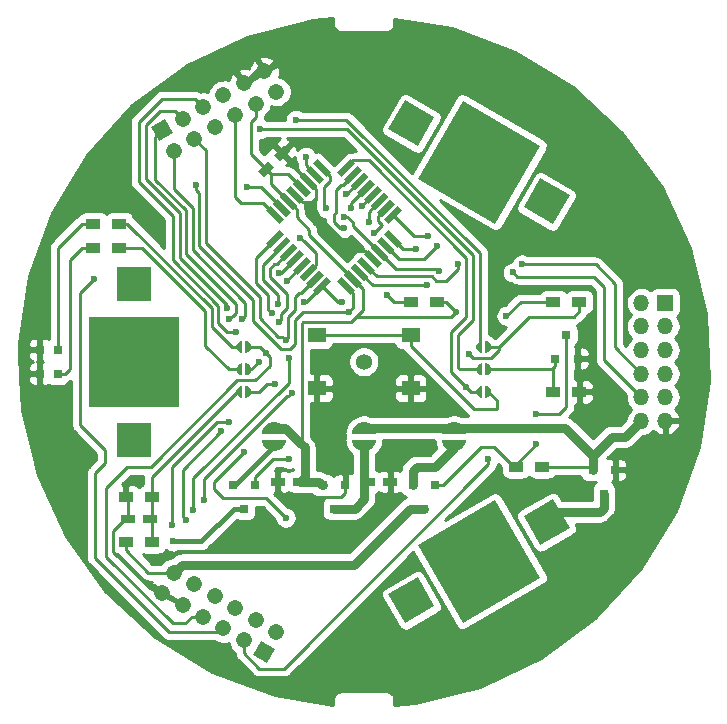
<source format=gtl>
G04 #@! TF.FileFunction,Copper,L1,Top,Signal*
%FSLAX46Y46*%
G04 Gerber Fmt 4.6, Leading zero omitted, Abs format (unit mm)*
G04 Created by KiCad (PCBNEW (2015-08-12 BZR 6086)-product) date Tue 01 Sep 2015 09:02:53 PM CEST*
%MOMM*%
G01*
G04 APERTURE LIST*
%ADD10C,0.100000*%
%ADD11R,7.620000X7.620000*%
%ADD12R,2.850000X2.850000*%
%ADD13R,1.200000X0.750000*%
%ADD14R,1.200000X0.900000*%
%ADD15R,1.550000X1.300000*%
%ADD16R,0.800100X0.800100*%
%ADD17R,0.797560X0.797560*%
%ADD18C,1.360000*%
%ADD19C,1.360000*%
%ADD20R,1.360000X1.360000*%
%ADD21O,1.360000X1.360000*%
%ADD22C,0.600000*%
%ADD23C,0.250000*%
%ADD24C,0.800000*%
%ADD25C,0.750000*%
%ADD26C,0.400000*%
%ADD27C,0.254000*%
G04 APERTURE END LIST*
D10*
G36*
X138144557Y-138682938D02*
X141954557Y-145282052D01*
X135355443Y-149092052D01*
X131545443Y-142492938D01*
X138144557Y-138682938D01*
X138144557Y-138682938D01*
G37*
D11*
X107500000Y-127000000D03*
D10*
G36*
X131551488Y-145243409D02*
X132976488Y-147711581D01*
X130508316Y-149136581D01*
X129083316Y-146668409D01*
X131551488Y-145243409D01*
X131551488Y-145243409D01*
G37*
G36*
X142991684Y-138638409D02*
X144416684Y-141106581D01*
X141948512Y-142531581D01*
X140523512Y-140063409D01*
X142991684Y-138638409D01*
X142991684Y-138638409D01*
G37*
D12*
X107500000Y-120395000D03*
X107500000Y-133605000D03*
D10*
G36*
X140523512Y-113936591D02*
X141948512Y-111468419D01*
X144416684Y-112893419D01*
X142991684Y-115361591D01*
X140523512Y-113936591D01*
X140523512Y-113936591D01*
G37*
G36*
X129083316Y-107331591D02*
X130508316Y-104863419D01*
X132976488Y-106288419D01*
X131551488Y-108756591D01*
X129083316Y-107331591D01*
X129083316Y-107331591D01*
G37*
G36*
X122674555Y-110213666D02*
X123063464Y-109824757D01*
X124194835Y-110956128D01*
X123805926Y-111345037D01*
X122674555Y-110213666D01*
X122674555Y-110213666D01*
G37*
G36*
X122108870Y-110779352D02*
X122497779Y-110390443D01*
X123629150Y-111521814D01*
X123240241Y-111910723D01*
X122108870Y-110779352D01*
X122108870Y-110779352D01*
G37*
G36*
X121543184Y-111345037D02*
X121932093Y-110956128D01*
X123063464Y-112087499D01*
X122674555Y-112476408D01*
X121543184Y-111345037D01*
X121543184Y-111345037D01*
G37*
G36*
X120977499Y-111910722D02*
X121366408Y-111521813D01*
X122497779Y-112653184D01*
X122108870Y-113042093D01*
X120977499Y-111910722D01*
X120977499Y-111910722D01*
G37*
G36*
X120411813Y-112476408D02*
X120800722Y-112087499D01*
X121932093Y-113218870D01*
X121543184Y-113607779D01*
X120411813Y-112476408D01*
X120411813Y-112476408D01*
G37*
G36*
X119846128Y-113042093D02*
X120235037Y-112653184D01*
X121366408Y-113784555D01*
X120977499Y-114173464D01*
X119846128Y-113042093D01*
X119846128Y-113042093D01*
G37*
G36*
X119280443Y-113607779D02*
X119669352Y-113218870D01*
X120800723Y-114350241D01*
X120411814Y-114739150D01*
X119280443Y-113607779D01*
X119280443Y-113607779D01*
G37*
G36*
X118714757Y-114173464D02*
X119103666Y-113784555D01*
X120235037Y-114915926D01*
X119846128Y-115304835D01*
X118714757Y-114173464D01*
X118714757Y-114173464D01*
G37*
G36*
X119103666Y-117355445D02*
X118714757Y-116966536D01*
X119846128Y-115835165D01*
X120235037Y-116224074D01*
X119103666Y-117355445D01*
X119103666Y-117355445D01*
G37*
G36*
X119669352Y-117921130D02*
X119280443Y-117532221D01*
X120411814Y-116400850D01*
X120800723Y-116789759D01*
X119669352Y-117921130D01*
X119669352Y-117921130D01*
G37*
G36*
X120235037Y-118486816D02*
X119846128Y-118097907D01*
X120977499Y-116966536D01*
X121366408Y-117355445D01*
X120235037Y-118486816D01*
X120235037Y-118486816D01*
G37*
G36*
X120800722Y-119052501D02*
X120411813Y-118663592D01*
X121543184Y-117532221D01*
X121932093Y-117921130D01*
X120800722Y-119052501D01*
X120800722Y-119052501D01*
G37*
G36*
X121366408Y-119618187D02*
X120977499Y-119229278D01*
X122108870Y-118097907D01*
X122497779Y-118486816D01*
X121366408Y-119618187D01*
X121366408Y-119618187D01*
G37*
G36*
X121932093Y-120183872D02*
X121543184Y-119794963D01*
X122674555Y-118663592D01*
X123063464Y-119052501D01*
X121932093Y-120183872D01*
X121932093Y-120183872D01*
G37*
G36*
X122497779Y-120749557D02*
X122108870Y-120360648D01*
X123240241Y-119229277D01*
X123629150Y-119618186D01*
X122497779Y-120749557D01*
X122497779Y-120749557D01*
G37*
G36*
X123063464Y-121315243D02*
X122674555Y-120926334D01*
X123805926Y-119794963D01*
X124194835Y-120183872D01*
X123063464Y-121315243D01*
X123063464Y-121315243D01*
G37*
G36*
X124725165Y-120183872D02*
X125114074Y-119794963D01*
X126245445Y-120926334D01*
X125856536Y-121315243D01*
X124725165Y-120183872D01*
X124725165Y-120183872D01*
G37*
G36*
X125290850Y-119618186D02*
X125679759Y-119229277D01*
X126811130Y-120360648D01*
X126422221Y-120749557D01*
X125290850Y-119618186D01*
X125290850Y-119618186D01*
G37*
G36*
X125856536Y-119052501D02*
X126245445Y-118663592D01*
X127376816Y-119794963D01*
X126987907Y-120183872D01*
X125856536Y-119052501D01*
X125856536Y-119052501D01*
G37*
G36*
X126422221Y-118486816D02*
X126811130Y-118097907D01*
X127942501Y-119229278D01*
X127553592Y-119618187D01*
X126422221Y-118486816D01*
X126422221Y-118486816D01*
G37*
G36*
X126987907Y-117921130D02*
X127376816Y-117532221D01*
X128508187Y-118663592D01*
X128119278Y-119052501D01*
X126987907Y-117921130D01*
X126987907Y-117921130D01*
G37*
G36*
X127553592Y-117355445D02*
X127942501Y-116966536D01*
X129073872Y-118097907D01*
X128684963Y-118486816D01*
X127553592Y-117355445D01*
X127553592Y-117355445D01*
G37*
G36*
X128119277Y-116789759D02*
X128508186Y-116400850D01*
X129639557Y-117532221D01*
X129250648Y-117921130D01*
X128119277Y-116789759D01*
X128119277Y-116789759D01*
G37*
G36*
X128684963Y-116224074D02*
X129073872Y-115835165D01*
X130205243Y-116966536D01*
X129816334Y-117355445D01*
X128684963Y-116224074D01*
X128684963Y-116224074D01*
G37*
G36*
X129073872Y-115304835D02*
X128684963Y-114915926D01*
X129816334Y-113784555D01*
X130205243Y-114173464D01*
X129073872Y-115304835D01*
X129073872Y-115304835D01*
G37*
G36*
X128508186Y-114739150D02*
X128119277Y-114350241D01*
X129250648Y-113218870D01*
X129639557Y-113607779D01*
X128508186Y-114739150D01*
X128508186Y-114739150D01*
G37*
G36*
X127942501Y-114173464D02*
X127553592Y-113784555D01*
X128684963Y-112653184D01*
X129073872Y-113042093D01*
X127942501Y-114173464D01*
X127942501Y-114173464D01*
G37*
G36*
X127376816Y-113607779D02*
X126987907Y-113218870D01*
X128119278Y-112087499D01*
X128508187Y-112476408D01*
X127376816Y-113607779D01*
X127376816Y-113607779D01*
G37*
G36*
X126811130Y-113042093D02*
X126422221Y-112653184D01*
X127553592Y-111521813D01*
X127942501Y-111910722D01*
X126811130Y-113042093D01*
X126811130Y-113042093D01*
G37*
G36*
X126245445Y-112476408D02*
X125856536Y-112087499D01*
X126987907Y-110956128D01*
X127376816Y-111345037D01*
X126245445Y-112476408D01*
X126245445Y-112476408D01*
G37*
G36*
X125679759Y-111910723D02*
X125290850Y-111521814D01*
X126422221Y-110390443D01*
X126811130Y-110779352D01*
X125679759Y-111910723D01*
X125679759Y-111910723D01*
G37*
G36*
X125114074Y-111345037D02*
X124725165Y-110956128D01*
X125856536Y-109824757D01*
X126245445Y-110213666D01*
X125114074Y-111345037D01*
X125114074Y-111345037D01*
G37*
D13*
X127320000Y-137160000D03*
X129220000Y-137160000D03*
X121600000Y-137160000D03*
X119700000Y-137160000D03*
D10*
G36*
X118549150Y-111343180D02*
X118018820Y-110812850D01*
X118867348Y-109964322D01*
X119397678Y-110494652D01*
X118549150Y-111343180D01*
X118549150Y-111343180D01*
G37*
G36*
X119892652Y-109999678D02*
X119362322Y-109469348D01*
X120210850Y-108620820D01*
X120741180Y-109151150D01*
X119892652Y-109999678D01*
X119892652Y-109999678D01*
G37*
D14*
X142070000Y-135890000D03*
X139870000Y-135890000D03*
D15*
X123025000Y-129250000D03*
X123025000Y-124750000D03*
X130975000Y-124750000D03*
X130975000Y-129250000D03*
D14*
X145245000Y-129540000D03*
X143045000Y-129540000D03*
X143045000Y-121920000D03*
X145245000Y-121920000D03*
X130980000Y-121920000D03*
X133180000Y-121920000D03*
D10*
G36*
X135620000Y-133100000D02*
X133620000Y-133100000D01*
X133630000Y-132900000D01*
X135610000Y-132900000D01*
X135620000Y-133100000D01*
X135620000Y-133100000D01*
G37*
G36*
X135610000Y-132900000D02*
X133630000Y-132900000D01*
X133700000Y-132700000D01*
X135540000Y-132700000D01*
X135610000Y-132900000D01*
X135610000Y-132900000D01*
G37*
G36*
X135540000Y-132700000D02*
X133700000Y-132700000D01*
X133810000Y-132500000D01*
X135430000Y-132500000D01*
X135540000Y-132700000D01*
X135540000Y-132700000D01*
G37*
G36*
X135230000Y-132300000D02*
X134010000Y-132300000D01*
X134180000Y-132200000D01*
X135060000Y-132200000D01*
X135230000Y-132300000D01*
X135230000Y-132300000D01*
G37*
G36*
X135060000Y-132200000D02*
X134180000Y-132200000D01*
X134480000Y-132100000D01*
X134760000Y-132100000D01*
X135060000Y-132200000D01*
X135060000Y-132200000D01*
G37*
G36*
X135430000Y-132500000D02*
X133810000Y-132500000D01*
X134010000Y-132300000D01*
X135230000Y-132300000D01*
X135430000Y-132500000D01*
X135430000Y-132500000D01*
G37*
G36*
X134180000Y-134500000D02*
X135060000Y-134500000D01*
X134760000Y-134600000D01*
X134480000Y-134600000D01*
X134180000Y-134500000D01*
X134180000Y-134500000D01*
G37*
G36*
X133620000Y-133600000D02*
X135620000Y-133600000D01*
X135610000Y-133800000D01*
X133630000Y-133800000D01*
X133620000Y-133600000D01*
X133620000Y-133600000D01*
G37*
G36*
X133630000Y-133800000D02*
X135610000Y-133800000D01*
X135540000Y-134000000D01*
X133700000Y-134000000D01*
X133630000Y-133800000D01*
X133630000Y-133800000D01*
G37*
G36*
X133700000Y-134000000D02*
X135540000Y-134000000D01*
X135430000Y-134200000D01*
X133810000Y-134200000D01*
X133700000Y-134000000D01*
X133700000Y-134000000D01*
G37*
G36*
X134010000Y-134400000D02*
X135230000Y-134400000D01*
X135060000Y-134500000D01*
X134180000Y-134500000D01*
X134010000Y-134400000D01*
X134010000Y-134400000D01*
G37*
G36*
X133810000Y-134200000D02*
X135430000Y-134200000D01*
X135230000Y-134400000D01*
X134010000Y-134400000D01*
X133810000Y-134200000D01*
X133810000Y-134200000D01*
G37*
G36*
X128000000Y-133100000D02*
X126000000Y-133100000D01*
X126010000Y-132900000D01*
X127990000Y-132900000D01*
X128000000Y-133100000D01*
X128000000Y-133100000D01*
G37*
G36*
X127990000Y-132900000D02*
X126010000Y-132900000D01*
X126080000Y-132700000D01*
X127920000Y-132700000D01*
X127990000Y-132900000D01*
X127990000Y-132900000D01*
G37*
G36*
X127920000Y-132700000D02*
X126080000Y-132700000D01*
X126190000Y-132500000D01*
X127810000Y-132500000D01*
X127920000Y-132700000D01*
X127920000Y-132700000D01*
G37*
G36*
X127610000Y-132300000D02*
X126390000Y-132300000D01*
X126560000Y-132200000D01*
X127440000Y-132200000D01*
X127610000Y-132300000D01*
X127610000Y-132300000D01*
G37*
G36*
X127440000Y-132200000D02*
X126560000Y-132200000D01*
X126860000Y-132100000D01*
X127140000Y-132100000D01*
X127440000Y-132200000D01*
X127440000Y-132200000D01*
G37*
G36*
X127810000Y-132500000D02*
X126190000Y-132500000D01*
X126390000Y-132300000D01*
X127610000Y-132300000D01*
X127810000Y-132500000D01*
X127810000Y-132500000D01*
G37*
G36*
X126560000Y-134500000D02*
X127440000Y-134500000D01*
X127140000Y-134600000D01*
X126860000Y-134600000D01*
X126560000Y-134500000D01*
X126560000Y-134500000D01*
G37*
G36*
X126000000Y-133600000D02*
X128000000Y-133600000D01*
X127990000Y-133800000D01*
X126010000Y-133800000D01*
X126000000Y-133600000D01*
X126000000Y-133600000D01*
G37*
G36*
X126010000Y-133800000D02*
X127990000Y-133800000D01*
X127920000Y-134000000D01*
X126080000Y-134000000D01*
X126010000Y-133800000D01*
X126010000Y-133800000D01*
G37*
G36*
X126080000Y-134000000D02*
X127920000Y-134000000D01*
X127810000Y-134200000D01*
X126190000Y-134200000D01*
X126080000Y-134000000D01*
X126080000Y-134000000D01*
G37*
G36*
X126390000Y-134400000D02*
X127610000Y-134400000D01*
X127440000Y-134500000D01*
X126560000Y-134500000D01*
X126390000Y-134400000D01*
X126390000Y-134400000D01*
G37*
G36*
X126190000Y-134200000D02*
X127810000Y-134200000D01*
X127610000Y-134400000D01*
X126390000Y-134400000D01*
X126190000Y-134200000D01*
X126190000Y-134200000D01*
G37*
G36*
X120380000Y-133100000D02*
X118380000Y-133100000D01*
X118390000Y-132900000D01*
X120370000Y-132900000D01*
X120380000Y-133100000D01*
X120380000Y-133100000D01*
G37*
G36*
X120370000Y-132900000D02*
X118390000Y-132900000D01*
X118460000Y-132700000D01*
X120300000Y-132700000D01*
X120370000Y-132900000D01*
X120370000Y-132900000D01*
G37*
G36*
X120300000Y-132700000D02*
X118460000Y-132700000D01*
X118570000Y-132500000D01*
X120190000Y-132500000D01*
X120300000Y-132700000D01*
X120300000Y-132700000D01*
G37*
G36*
X119990000Y-132300000D02*
X118770000Y-132300000D01*
X118940000Y-132200000D01*
X119820000Y-132200000D01*
X119990000Y-132300000D01*
X119990000Y-132300000D01*
G37*
G36*
X119820000Y-132200000D02*
X118940000Y-132200000D01*
X119240000Y-132100000D01*
X119520000Y-132100000D01*
X119820000Y-132200000D01*
X119820000Y-132200000D01*
G37*
G36*
X120190000Y-132500000D02*
X118570000Y-132500000D01*
X118770000Y-132300000D01*
X119990000Y-132300000D01*
X120190000Y-132500000D01*
X120190000Y-132500000D01*
G37*
G36*
X118940000Y-134500000D02*
X119820000Y-134500000D01*
X119520000Y-134600000D01*
X119240000Y-134600000D01*
X118940000Y-134500000D01*
X118940000Y-134500000D01*
G37*
G36*
X118380000Y-133600000D02*
X120380000Y-133600000D01*
X120370000Y-133800000D01*
X118390000Y-133800000D01*
X118380000Y-133600000D01*
X118380000Y-133600000D01*
G37*
G36*
X118390000Y-133800000D02*
X120370000Y-133800000D01*
X120300000Y-134000000D01*
X118460000Y-134000000D01*
X118390000Y-133800000D01*
X118390000Y-133800000D01*
G37*
G36*
X118460000Y-134000000D02*
X120300000Y-134000000D01*
X120190000Y-134200000D01*
X118570000Y-134200000D01*
X118460000Y-134000000D01*
X118460000Y-134000000D01*
G37*
G36*
X118770000Y-134400000D02*
X119990000Y-134400000D01*
X119820000Y-134500000D01*
X118940000Y-134500000D01*
X118770000Y-134400000D01*
X118770000Y-134400000D01*
G37*
G36*
X118570000Y-134200000D02*
X120190000Y-134200000D01*
X119990000Y-134400000D01*
X118770000Y-134400000D01*
X118570000Y-134200000D01*
X118570000Y-134200000D01*
G37*
G36*
X137035000Y-129040000D02*
X137035000Y-130040000D01*
X136935000Y-130035000D01*
X136935000Y-129045000D01*
X137035000Y-129040000D01*
X137035000Y-129040000D01*
G37*
G36*
X136935000Y-129045000D02*
X136935000Y-130035000D01*
X136835000Y-130000000D01*
X136835000Y-129080000D01*
X136935000Y-129045000D01*
X136935000Y-129045000D01*
G37*
G36*
X136835000Y-129080000D02*
X136835000Y-130000000D01*
X136735000Y-129945000D01*
X136735000Y-129135000D01*
X136835000Y-129080000D01*
X136835000Y-129080000D01*
G37*
G36*
X136635000Y-129235000D02*
X136635000Y-129845000D01*
X136585000Y-129760000D01*
X136585000Y-129320000D01*
X136635000Y-129235000D01*
X136635000Y-129235000D01*
G37*
G36*
X136585000Y-129320000D02*
X136585000Y-129760000D01*
X136535000Y-129610000D01*
X136535000Y-129470000D01*
X136585000Y-129320000D01*
X136585000Y-129320000D01*
G37*
G36*
X136735000Y-129135000D02*
X136735000Y-129945000D01*
X136635000Y-129845000D01*
X136635000Y-129235000D01*
X136735000Y-129135000D01*
X136735000Y-129135000D01*
G37*
G36*
X137685000Y-129845000D02*
X137685000Y-129235000D01*
X137735000Y-129320000D01*
X137735000Y-129760000D01*
X137685000Y-129845000D01*
X137685000Y-129845000D01*
G37*
G36*
X137735000Y-129760000D02*
X137735000Y-129320000D01*
X137785000Y-129470000D01*
X137785000Y-129610000D01*
X137735000Y-129760000D01*
X137735000Y-129760000D01*
G37*
G36*
X137585000Y-129945000D02*
X137585000Y-129135000D01*
X137685000Y-129235000D01*
X137685000Y-129845000D01*
X137585000Y-129945000D01*
X137585000Y-129945000D01*
G37*
G36*
X137485000Y-130000000D02*
X137485000Y-129080000D01*
X137585000Y-129135000D01*
X137585000Y-129945000D01*
X137485000Y-130000000D01*
X137485000Y-130000000D01*
G37*
G36*
X137385000Y-130035000D02*
X137385000Y-129045000D01*
X137485000Y-129080000D01*
X137485000Y-130000000D01*
X137385000Y-130035000D01*
X137385000Y-130035000D01*
G37*
G36*
X137285000Y-130040000D02*
X137285000Y-129040000D01*
X137385000Y-129045000D01*
X137385000Y-130035000D01*
X137285000Y-130040000D01*
X137285000Y-130040000D01*
G37*
G36*
X137035000Y-127135000D02*
X137035000Y-128135000D01*
X136935000Y-128130000D01*
X136935000Y-127140000D01*
X137035000Y-127135000D01*
X137035000Y-127135000D01*
G37*
G36*
X136935000Y-127140000D02*
X136935000Y-128130000D01*
X136835000Y-128095000D01*
X136835000Y-127175000D01*
X136935000Y-127140000D01*
X136935000Y-127140000D01*
G37*
G36*
X136835000Y-127175000D02*
X136835000Y-128095000D01*
X136735000Y-128040000D01*
X136735000Y-127230000D01*
X136835000Y-127175000D01*
X136835000Y-127175000D01*
G37*
G36*
X136635000Y-127330000D02*
X136635000Y-127940000D01*
X136585000Y-127855000D01*
X136585000Y-127415000D01*
X136635000Y-127330000D01*
X136635000Y-127330000D01*
G37*
G36*
X136585000Y-127415000D02*
X136585000Y-127855000D01*
X136535000Y-127705000D01*
X136535000Y-127565000D01*
X136585000Y-127415000D01*
X136585000Y-127415000D01*
G37*
G36*
X136735000Y-127230000D02*
X136735000Y-128040000D01*
X136635000Y-127940000D01*
X136635000Y-127330000D01*
X136735000Y-127230000D01*
X136735000Y-127230000D01*
G37*
G36*
X137685000Y-127940000D02*
X137685000Y-127330000D01*
X137735000Y-127415000D01*
X137735000Y-127855000D01*
X137685000Y-127940000D01*
X137685000Y-127940000D01*
G37*
G36*
X137735000Y-127855000D02*
X137735000Y-127415000D01*
X137785000Y-127565000D01*
X137785000Y-127705000D01*
X137735000Y-127855000D01*
X137735000Y-127855000D01*
G37*
G36*
X137585000Y-128040000D02*
X137585000Y-127230000D01*
X137685000Y-127330000D01*
X137685000Y-127940000D01*
X137585000Y-128040000D01*
X137585000Y-128040000D01*
G37*
G36*
X137485000Y-128095000D02*
X137485000Y-127175000D01*
X137585000Y-127230000D01*
X137585000Y-128040000D01*
X137485000Y-128095000D01*
X137485000Y-128095000D01*
G37*
G36*
X137385000Y-128130000D02*
X137385000Y-127140000D01*
X137485000Y-127175000D01*
X137485000Y-128095000D01*
X137385000Y-128130000D01*
X137385000Y-128130000D01*
G37*
G36*
X137285000Y-128135000D02*
X137285000Y-127135000D01*
X137385000Y-127140000D01*
X137385000Y-128130000D01*
X137285000Y-128135000D01*
X137285000Y-128135000D01*
G37*
G36*
X137035000Y-125230000D02*
X137035000Y-126230000D01*
X136935000Y-126225000D01*
X136935000Y-125235000D01*
X137035000Y-125230000D01*
X137035000Y-125230000D01*
G37*
G36*
X136935000Y-125235000D02*
X136935000Y-126225000D01*
X136835000Y-126190000D01*
X136835000Y-125270000D01*
X136935000Y-125235000D01*
X136935000Y-125235000D01*
G37*
G36*
X136835000Y-125270000D02*
X136835000Y-126190000D01*
X136735000Y-126135000D01*
X136735000Y-125325000D01*
X136835000Y-125270000D01*
X136835000Y-125270000D01*
G37*
G36*
X136635000Y-125425000D02*
X136635000Y-126035000D01*
X136585000Y-125950000D01*
X136585000Y-125510000D01*
X136635000Y-125425000D01*
X136635000Y-125425000D01*
G37*
G36*
X136585000Y-125510000D02*
X136585000Y-125950000D01*
X136535000Y-125800000D01*
X136535000Y-125660000D01*
X136585000Y-125510000D01*
X136585000Y-125510000D01*
G37*
G36*
X136735000Y-125325000D02*
X136735000Y-126135000D01*
X136635000Y-126035000D01*
X136635000Y-125425000D01*
X136735000Y-125325000D01*
X136735000Y-125325000D01*
G37*
G36*
X137685000Y-126035000D02*
X137685000Y-125425000D01*
X137735000Y-125510000D01*
X137735000Y-125950000D01*
X137685000Y-126035000D01*
X137685000Y-126035000D01*
G37*
G36*
X137735000Y-125950000D02*
X137735000Y-125510000D01*
X137785000Y-125660000D01*
X137785000Y-125800000D01*
X137735000Y-125950000D01*
X137735000Y-125950000D01*
G37*
G36*
X137585000Y-126135000D02*
X137585000Y-125325000D01*
X137685000Y-125425000D01*
X137685000Y-126035000D01*
X137585000Y-126135000D01*
X137585000Y-126135000D01*
G37*
G36*
X137485000Y-126190000D02*
X137485000Y-125270000D01*
X137585000Y-125325000D01*
X137585000Y-126135000D01*
X137485000Y-126190000D01*
X137485000Y-126190000D01*
G37*
G36*
X137385000Y-126225000D02*
X137385000Y-125235000D01*
X137485000Y-125270000D01*
X137485000Y-126190000D01*
X137385000Y-126225000D01*
X137385000Y-126225000D01*
G37*
G36*
X137285000Y-126230000D02*
X137285000Y-125230000D01*
X137385000Y-125235000D01*
X137385000Y-126225000D01*
X137285000Y-126230000D01*
X137285000Y-126230000D01*
G37*
D16*
X148270000Y-136159240D03*
X146370000Y-136159240D03*
X147320000Y-138158220D03*
X133030000Y-137429240D03*
X131130000Y-137429240D03*
X132080000Y-139428220D03*
X117790000Y-137429240D03*
X115890000Y-137429240D03*
X116840000Y-139428220D03*
X143195000Y-126730760D03*
X145095000Y-126730760D03*
X144145000Y-124731780D03*
D13*
X108900000Y-140335000D03*
X107000000Y-140335000D03*
D10*
G36*
X116965000Y-126230000D02*
X116965000Y-125230000D01*
X117065000Y-125235000D01*
X117065000Y-126225000D01*
X116965000Y-126230000D01*
X116965000Y-126230000D01*
G37*
G36*
X117065000Y-126225000D02*
X117065000Y-125235000D01*
X117165000Y-125270000D01*
X117165000Y-126190000D01*
X117065000Y-126225000D01*
X117065000Y-126225000D01*
G37*
G36*
X117165000Y-126190000D02*
X117165000Y-125270000D01*
X117265000Y-125325000D01*
X117265000Y-126135000D01*
X117165000Y-126190000D01*
X117165000Y-126190000D01*
G37*
G36*
X117365000Y-126035000D02*
X117365000Y-125425000D01*
X117415000Y-125510000D01*
X117415000Y-125950000D01*
X117365000Y-126035000D01*
X117365000Y-126035000D01*
G37*
G36*
X117415000Y-125950000D02*
X117415000Y-125510000D01*
X117465000Y-125660000D01*
X117465000Y-125800000D01*
X117415000Y-125950000D01*
X117415000Y-125950000D01*
G37*
G36*
X117265000Y-126135000D02*
X117265000Y-125325000D01*
X117365000Y-125425000D01*
X117365000Y-126035000D01*
X117265000Y-126135000D01*
X117265000Y-126135000D01*
G37*
G36*
X116315000Y-125425000D02*
X116315000Y-126035000D01*
X116265000Y-125950000D01*
X116265000Y-125510000D01*
X116315000Y-125425000D01*
X116315000Y-125425000D01*
G37*
G36*
X116265000Y-125510000D02*
X116265000Y-125950000D01*
X116215000Y-125800000D01*
X116215000Y-125660000D01*
X116265000Y-125510000D01*
X116265000Y-125510000D01*
G37*
G36*
X116415000Y-125325000D02*
X116415000Y-126135000D01*
X116315000Y-126035000D01*
X116315000Y-125425000D01*
X116415000Y-125325000D01*
X116415000Y-125325000D01*
G37*
G36*
X116515000Y-125270000D02*
X116515000Y-126190000D01*
X116415000Y-126135000D01*
X116415000Y-125325000D01*
X116515000Y-125270000D01*
X116515000Y-125270000D01*
G37*
G36*
X116615000Y-125235000D02*
X116615000Y-126225000D01*
X116515000Y-126190000D01*
X116515000Y-125270000D01*
X116615000Y-125235000D01*
X116615000Y-125235000D01*
G37*
G36*
X116715000Y-125230000D02*
X116715000Y-126230000D01*
X116615000Y-126225000D01*
X116615000Y-125235000D01*
X116715000Y-125230000D01*
X116715000Y-125230000D01*
G37*
G36*
X116965000Y-128135000D02*
X116965000Y-127135000D01*
X117065000Y-127140000D01*
X117065000Y-128130000D01*
X116965000Y-128135000D01*
X116965000Y-128135000D01*
G37*
G36*
X117065000Y-128130000D02*
X117065000Y-127140000D01*
X117165000Y-127175000D01*
X117165000Y-128095000D01*
X117065000Y-128130000D01*
X117065000Y-128130000D01*
G37*
G36*
X117165000Y-128095000D02*
X117165000Y-127175000D01*
X117265000Y-127230000D01*
X117265000Y-128040000D01*
X117165000Y-128095000D01*
X117165000Y-128095000D01*
G37*
G36*
X117365000Y-127940000D02*
X117365000Y-127330000D01*
X117415000Y-127415000D01*
X117415000Y-127855000D01*
X117365000Y-127940000D01*
X117365000Y-127940000D01*
G37*
G36*
X117415000Y-127855000D02*
X117415000Y-127415000D01*
X117465000Y-127565000D01*
X117465000Y-127705000D01*
X117415000Y-127855000D01*
X117415000Y-127855000D01*
G37*
G36*
X117265000Y-128040000D02*
X117265000Y-127230000D01*
X117365000Y-127330000D01*
X117365000Y-127940000D01*
X117265000Y-128040000D01*
X117265000Y-128040000D01*
G37*
G36*
X116315000Y-127330000D02*
X116315000Y-127940000D01*
X116265000Y-127855000D01*
X116265000Y-127415000D01*
X116315000Y-127330000D01*
X116315000Y-127330000D01*
G37*
G36*
X116265000Y-127415000D02*
X116265000Y-127855000D01*
X116215000Y-127705000D01*
X116215000Y-127565000D01*
X116265000Y-127415000D01*
X116265000Y-127415000D01*
G37*
G36*
X116415000Y-127230000D02*
X116415000Y-128040000D01*
X116315000Y-127940000D01*
X116315000Y-127330000D01*
X116415000Y-127230000D01*
X116415000Y-127230000D01*
G37*
G36*
X116515000Y-127175000D02*
X116515000Y-128095000D01*
X116415000Y-128040000D01*
X116415000Y-127230000D01*
X116515000Y-127175000D01*
X116515000Y-127175000D01*
G37*
G36*
X116615000Y-127140000D02*
X116615000Y-128130000D01*
X116515000Y-128095000D01*
X116515000Y-127175000D01*
X116615000Y-127140000D01*
X116615000Y-127140000D01*
G37*
G36*
X116715000Y-127135000D02*
X116715000Y-128135000D01*
X116615000Y-128130000D01*
X116615000Y-127140000D01*
X116715000Y-127135000D01*
X116715000Y-127135000D01*
G37*
G36*
X116965000Y-130040000D02*
X116965000Y-129040000D01*
X117065000Y-129045000D01*
X117065000Y-130035000D01*
X116965000Y-130040000D01*
X116965000Y-130040000D01*
G37*
G36*
X117065000Y-130035000D02*
X117065000Y-129045000D01*
X117165000Y-129080000D01*
X117165000Y-130000000D01*
X117065000Y-130035000D01*
X117065000Y-130035000D01*
G37*
G36*
X117165000Y-130000000D02*
X117165000Y-129080000D01*
X117265000Y-129135000D01*
X117265000Y-129945000D01*
X117165000Y-130000000D01*
X117165000Y-130000000D01*
G37*
G36*
X117365000Y-129845000D02*
X117365000Y-129235000D01*
X117415000Y-129320000D01*
X117415000Y-129760000D01*
X117365000Y-129845000D01*
X117365000Y-129845000D01*
G37*
G36*
X117415000Y-129760000D02*
X117415000Y-129320000D01*
X117465000Y-129470000D01*
X117465000Y-129610000D01*
X117415000Y-129760000D01*
X117415000Y-129760000D01*
G37*
G36*
X117265000Y-129945000D02*
X117265000Y-129135000D01*
X117365000Y-129235000D01*
X117365000Y-129845000D01*
X117265000Y-129945000D01*
X117265000Y-129945000D01*
G37*
G36*
X116315000Y-129235000D02*
X116315000Y-129845000D01*
X116265000Y-129760000D01*
X116265000Y-129320000D01*
X116315000Y-129235000D01*
X116315000Y-129235000D01*
G37*
G36*
X116265000Y-129320000D02*
X116265000Y-129760000D01*
X116215000Y-129610000D01*
X116215000Y-129470000D01*
X116265000Y-129320000D01*
X116265000Y-129320000D01*
G37*
G36*
X116415000Y-129135000D02*
X116415000Y-129945000D01*
X116315000Y-129845000D01*
X116315000Y-129235000D01*
X116415000Y-129135000D01*
X116415000Y-129135000D01*
G37*
G36*
X116515000Y-129080000D02*
X116515000Y-130000000D01*
X116415000Y-129945000D01*
X116415000Y-129135000D01*
X116515000Y-129080000D01*
X116515000Y-129080000D01*
G37*
G36*
X116615000Y-129045000D02*
X116615000Y-130035000D01*
X116515000Y-130000000D01*
X116515000Y-129080000D01*
X116615000Y-129045000D01*
X116615000Y-129045000D01*
G37*
G36*
X116715000Y-129040000D02*
X116715000Y-130040000D01*
X116615000Y-130035000D01*
X116615000Y-129045000D01*
X116715000Y-129040000D01*
X116715000Y-129040000D01*
G37*
D14*
X106256000Y-115316000D03*
X104056000Y-115316000D03*
X106256000Y-117348000D03*
X104056000Y-117348000D03*
X106850000Y-142240000D03*
X109050000Y-142240000D03*
X109050000Y-138430000D03*
X106850000Y-138430000D03*
D17*
X101079300Y-125984000D03*
X99580700Y-125984000D03*
X101079300Y-128016000D03*
X99580700Y-128016000D03*
D18*
X127000000Y-127000000D03*
D10*
G36*
X131545443Y-111507062D02*
X135355443Y-104907948D01*
X141954557Y-108717948D01*
X138144557Y-115317062D01*
X131545443Y-111507062D01*
X131545443Y-111507062D01*
G37*
D16*
X125410000Y-137429240D03*
X123510000Y-137429240D03*
X124460000Y-139428220D03*
D10*
G36*
X109670976Y-108345249D02*
X108990976Y-107167455D01*
X110168770Y-106487455D01*
X110848770Y-107665249D01*
X109670976Y-108345249D01*
X109670976Y-108345249D01*
G37*
D19*
X110919873Y-109148403D02*
X110919873Y-109148403D01*
X111651924Y-106416352D02*
X111651924Y-106416352D01*
X112651924Y-108148403D02*
X112651924Y-108148403D01*
X113383975Y-105416352D02*
X113383975Y-105416352D01*
X114383975Y-107148403D02*
X114383975Y-107148403D01*
X115116025Y-104416352D02*
X115116025Y-104416352D01*
X116116025Y-106148403D02*
X116116025Y-106148403D01*
X116848076Y-103416352D02*
X116848076Y-103416352D01*
X117848076Y-105148403D02*
X117848076Y-105148403D01*
X118580127Y-102416352D02*
X118580127Y-102416352D01*
X119580127Y-104148403D02*
X119580127Y-104148403D01*
D10*
G36*
X119509024Y-151334751D02*
X118829024Y-152512545D01*
X117651230Y-151832545D01*
X118331230Y-150654751D01*
X119509024Y-151334751D01*
X119509024Y-151334751D01*
G37*
D19*
X119580127Y-149851597D02*
X119580127Y-149851597D01*
X116848076Y-150583648D02*
X116848076Y-150583648D01*
X117848076Y-148851597D02*
X117848076Y-148851597D01*
X115116025Y-149583648D02*
X115116025Y-149583648D01*
X116116025Y-147851597D02*
X116116025Y-147851597D01*
X113383975Y-148583648D02*
X113383975Y-148583648D01*
X114383975Y-146851597D02*
X114383975Y-146851597D01*
X111651924Y-147583648D02*
X111651924Y-147583648D01*
X112651924Y-145851597D02*
X112651924Y-145851597D01*
X109919873Y-146583648D02*
X109919873Y-146583648D01*
X110919873Y-144851597D02*
X110919873Y-144851597D01*
D20*
X152500000Y-122000000D03*
D21*
X150500000Y-122000000D03*
X152500000Y-124000000D03*
X150500000Y-124000000D03*
X152500000Y-126000000D03*
X150500000Y-126000000D03*
X152500000Y-128000000D03*
X150500000Y-128000000D03*
X152500000Y-130000000D03*
X150500000Y-130000000D03*
X152500000Y-132000000D03*
X150500000Y-132000000D03*
D22*
X130638020Y-153153045D03*
X123412860Y-153203928D03*
X130485376Y-100694310D03*
X123209334Y-100694310D03*
X125095000Y-129540000D03*
X130810000Y-130810000D03*
X115046609Y-152060256D03*
X148488777Y-142849290D03*
X143531937Y-148393610D03*
X137436860Y-151845037D03*
X148590000Y-111125000D03*
X152400000Y-116840000D03*
X103693497Y-135028930D03*
X107315000Y-137160000D03*
X113030000Y-102870000D03*
X106045000Y-108585000D03*
X102870000Y-113665000D03*
X99695000Y-121285000D03*
X99695000Y-132715000D03*
X102235000Y-140335000D03*
X152534899Y-137037661D03*
X143510000Y-105410000D03*
X137795000Y-102235000D03*
X123190000Y-108585000D03*
X121920000Y-108585000D03*
X146685000Y-132715000D03*
X146050000Y-132080000D03*
X145415000Y-131445000D03*
X122555000Y-140970000D03*
X123825000Y-141605000D03*
X125095000Y-142240000D03*
X132080000Y-133985000D03*
X130810000Y-133985000D03*
X129540000Y-133985000D03*
X123190000Y-135255000D03*
X125095000Y-135255000D03*
X132715000Y-129540000D03*
X128905000Y-129540000D03*
X130810000Y-127635000D03*
X139074020Y-123116907D03*
X134811339Y-122764338D03*
X110806730Y-142217946D03*
X120646764Y-135228148D03*
X135890000Y-126365000D03*
X123828950Y-113995093D03*
X120680403Y-126716513D03*
X112570514Y-139513559D03*
X122084379Y-109657430D03*
X104140000Y-120015000D03*
X121262221Y-106497006D03*
X117112362Y-112192514D03*
X118250020Y-107315000D03*
X114937348Y-132891304D03*
X119204339Y-122892064D03*
X111960756Y-140361966D03*
X119743150Y-122105658D03*
X118739305Y-126276499D03*
X110798882Y-140787089D03*
X118110000Y-127000000D03*
X119799705Y-123650829D03*
X115570000Y-132080000D03*
X115621223Y-123412063D03*
X119806976Y-119488799D03*
X116652797Y-123414291D03*
X120508858Y-120129020D03*
X121637595Y-116501343D03*
X115405048Y-122420069D03*
X120399970Y-125166473D03*
X121920000Y-121920000D03*
X125130047Y-121920000D03*
X116205000Y-124460000D03*
X112812722Y-112025711D03*
X125730000Y-122770011D03*
X132369848Y-120544968D03*
X139602274Y-119444950D03*
X133398963Y-119331037D03*
X119520020Y-128868304D03*
X125286150Y-114734873D03*
X133222461Y-117181007D03*
X131445000Y-117475000D03*
X132407051Y-116332739D03*
X127820103Y-116137004D03*
X127436159Y-115156256D03*
X126827135Y-113806917D03*
X116840000Y-134620000D03*
X120396000Y-140208000D03*
X125476000Y-112776000D03*
X120883288Y-129617642D03*
X125285830Y-115684873D03*
X113460424Y-138729054D03*
X137544773Y-135254059D03*
X135680865Y-129119305D03*
X128948882Y-121314298D03*
X125897849Y-114004272D03*
X134948443Y-118744940D03*
X140399230Y-118764535D03*
X141605000Y-133985000D03*
X141605000Y-131445000D03*
D23*
X130587137Y-153203928D02*
X130638020Y-153153045D01*
X123412860Y-153203928D02*
X130587137Y-153203928D01*
X122946788Y-153670000D02*
X123112861Y-153503927D01*
X116656353Y-153670000D02*
X122946788Y-153670000D01*
X123112861Y-153503927D02*
X123412860Y-153203928D01*
X115046609Y-152060256D02*
X116656353Y-153670000D01*
X123209334Y-100694310D02*
X130485376Y-100694310D01*
X122785070Y-100694310D02*
X123209334Y-100694310D01*
X120302169Y-100694310D02*
X122785070Y-100694310D01*
X118580127Y-102416352D02*
X120302169Y-100694310D01*
X120345000Y-138430000D02*
X120345000Y-138760000D01*
X120345000Y-138760000D02*
X122555000Y-140970000D01*
X129220000Y-137160000D02*
X129220000Y-134305000D01*
X123025000Y-129250000D02*
X124805000Y-129250000D01*
X124805000Y-129250000D02*
X125095000Y-129540000D01*
X130975000Y-129250000D02*
X130975000Y-130645000D01*
X130975000Y-130645000D02*
X130810000Y-130810000D01*
X148590000Y-111125000D02*
X148590000Y-110490000D01*
X148590000Y-110490000D02*
X143510000Y-105410000D01*
X154305000Y-131285000D02*
X154305000Y-118745000D01*
X154305000Y-118745000D02*
X152400000Y-116840000D01*
X153590000Y-132000000D02*
X154305000Y-131285000D01*
X152500000Y-132000000D02*
X153590000Y-132000000D01*
X103284566Y-134620000D02*
X103393498Y-134728931D01*
X103393498Y-134728931D02*
X103693497Y-135028930D01*
X102235000Y-134620000D02*
X103284566Y-134620000D01*
X106850000Y-138430000D02*
X106850000Y-137625000D01*
X106850000Y-137625000D02*
X107315000Y-137160000D01*
X107000000Y-140335000D02*
X107000000Y-138580000D01*
X107000000Y-138580000D02*
X106850000Y-138430000D01*
X118580127Y-102416352D02*
X117848076Y-102416352D01*
X117848076Y-102416352D02*
X116848076Y-103416352D01*
X113665000Y-102235000D02*
X115666724Y-102235000D01*
X115666724Y-102235000D02*
X116848076Y-103416352D01*
X113030000Y-102870000D02*
X113665000Y-102235000D01*
X106045000Y-110490000D02*
X106045000Y-108585000D01*
X102870000Y-113665000D02*
X106045000Y-110490000D01*
X99580700Y-125984000D02*
X99580700Y-121399300D01*
X99580700Y-121399300D02*
X99695000Y-121285000D01*
X99695000Y-132715000D02*
X99695000Y-128130300D01*
X99695000Y-128130300D02*
X99580700Y-128016000D01*
X102235000Y-134620000D02*
X101600000Y-134620000D01*
X101600000Y-134620000D02*
X99695000Y-132715000D01*
X102235000Y-140335000D02*
X102235000Y-134620000D01*
X151656478Y-136159240D02*
X152534899Y-137037661D01*
X148270000Y-136159240D02*
X151656478Y-136159240D01*
X152500000Y-137002762D02*
X152534899Y-137037661D01*
X152500000Y-132000000D02*
X152500000Y-137002762D01*
X137795000Y-102235000D02*
X140335000Y-102235000D01*
X140335000Y-102235000D02*
X143510000Y-105410000D01*
X120777000Y-108585000D02*
X121920000Y-108585000D01*
X120051751Y-109310249D02*
X120777000Y-108585000D01*
X146050000Y-132080000D02*
X146685000Y-132715000D01*
X145245000Y-129540000D02*
X145245000Y-131275000D01*
X145245000Y-131275000D02*
X145415000Y-131445000D01*
X123825000Y-141605000D02*
X123190000Y-141605000D01*
X123190000Y-141605000D02*
X122555000Y-140970000D01*
X125095000Y-142240000D02*
X124460000Y-142240000D01*
X124460000Y-142240000D02*
X123825000Y-141605000D01*
X129220000Y-138115000D02*
X125095000Y-142240000D01*
X129220000Y-137160000D02*
X129220000Y-138115000D01*
X129220000Y-134305000D02*
X129540000Y-133985000D01*
X120345000Y-138430000D02*
X125059290Y-138430000D01*
X125059290Y-138430000D02*
X125410000Y-138079290D01*
X125410000Y-138079290D02*
X125410000Y-137429240D01*
X119700000Y-137160000D02*
X119700000Y-137785000D01*
X119700000Y-137785000D02*
X120345000Y-138430000D01*
X125410000Y-137429240D02*
X125410000Y-135570000D01*
X125410000Y-135570000D02*
X125095000Y-135255000D01*
X130975000Y-129250000D02*
X132425000Y-129250000D01*
X132425000Y-129250000D02*
X132715000Y-129540000D01*
X130975000Y-129250000D02*
X129195000Y-129250000D01*
X129195000Y-129250000D02*
X128905000Y-129540000D01*
X130975000Y-129250000D02*
X130975000Y-127800000D01*
X130975000Y-127800000D02*
X130810000Y-127635000D01*
X122303324Y-111716268D02*
X120051751Y-109464695D01*
X120051751Y-109464695D02*
X120051751Y-109310249D01*
X122972789Y-113299805D02*
X122972789Y-112385733D01*
X122305627Y-113517103D02*
X122755491Y-113517103D01*
X122755491Y-113517103D02*
X122972789Y-113299805D01*
X122972789Y-112385733D02*
X122303324Y-111716268D01*
X127748047Y-118292361D02*
X127078583Y-117622897D01*
X127078583Y-117622897D02*
X126083279Y-117622897D01*
X126083279Y-117622897D02*
X122809125Y-114348743D01*
X122809125Y-114348743D02*
X122809125Y-114020601D01*
X122809125Y-114020601D02*
X122305627Y-113517103D01*
X108608647Y-145903649D02*
X105774999Y-143070001D01*
X106775000Y-140335000D02*
X107000000Y-140335000D01*
X109239874Y-145903649D02*
X108608647Y-145903649D01*
X109919873Y-146583648D02*
X109239874Y-145903649D01*
X105774999Y-141335001D02*
X106775000Y-140335000D01*
X105774999Y-143070001D02*
X105774999Y-141335001D01*
X121171953Y-112847639D02*
X121841417Y-113517103D01*
X121841417Y-113517103D02*
X122305627Y-113517103D01*
D24*
X127000000Y-138655000D02*
X127000000Y-137676939D01*
X127000000Y-137676939D02*
X127000000Y-134100000D01*
D23*
X127320000Y-137160000D02*
X127320000Y-137356939D01*
X127320000Y-137356939D02*
X127000000Y-137676939D01*
D24*
X126226780Y-139428220D02*
X127000000Y-138655000D01*
X124460000Y-139428220D02*
X126226780Y-139428220D01*
X134620000Y-132600000D02*
X127000000Y-132600000D01*
X144019145Y-132608335D02*
X134811665Y-132608335D01*
X134803330Y-132600000D02*
X134620000Y-132600000D01*
X134811665Y-132608335D02*
X134803330Y-132600000D01*
X144019145Y-132608335D02*
X146370000Y-134959190D01*
D23*
X142070000Y-135890000D02*
X146100760Y-135890000D01*
X146100760Y-135890000D02*
X146370000Y-136159240D01*
D24*
X147979190Y-133350000D02*
X149150000Y-133350000D01*
X149150000Y-133350000D02*
X150500000Y-132000000D01*
X146370000Y-136159240D02*
X146370000Y-134959190D01*
X146370000Y-134959190D02*
X147979190Y-133350000D01*
D23*
X126050990Y-119989417D02*
X122358200Y-116296627D01*
X122358200Y-116296627D02*
X122358200Y-115838476D01*
X122358200Y-115838476D02*
X121302430Y-114782706D01*
X121302430Y-114782706D02*
X121302430Y-114109486D01*
X121302430Y-114109486D02*
X120606268Y-113413324D01*
X134385677Y-123190000D02*
X134811339Y-122764338D01*
X140270927Y-121920000D02*
X139074020Y-123116907D01*
X126050990Y-119989417D02*
X126930019Y-120868446D01*
X121600000Y-133855000D02*
X121774999Y-133680001D01*
X121774999Y-133680001D02*
X121774999Y-123719999D01*
X121774999Y-123719999D02*
X121869999Y-123624999D01*
X121869999Y-123624999D02*
X125930001Y-123624999D01*
X125930001Y-123624999D02*
X126365000Y-123190000D01*
D25*
X121600000Y-133855000D02*
X121983443Y-134238443D01*
X121983443Y-136776557D02*
X121600000Y-137160000D01*
X121983443Y-134238443D02*
X121983443Y-136776557D01*
D23*
X143045000Y-121920000D02*
X140270927Y-121920000D01*
X133180000Y-121920000D02*
X133967001Y-121920000D01*
X133967001Y-121920000D02*
X134811339Y-122764338D01*
X126365000Y-123190000D02*
X134385677Y-123190000D01*
X117475000Y-106680000D02*
X117475000Y-109420502D01*
X117475000Y-109420502D02*
X118708249Y-110653751D01*
X117848076Y-106306924D02*
X117475000Y-106680000D01*
X117848076Y-105148403D02*
X117848076Y-106306924D01*
X119179498Y-111125000D02*
X120580686Y-111125000D01*
X120580686Y-111125000D02*
X121737639Y-112281953D01*
X119179498Y-111125000D02*
X119179498Y-111986554D01*
X119179498Y-111986554D02*
X120606268Y-113413324D01*
X118708249Y-110653751D02*
X119179498Y-111125000D01*
X126930019Y-122624981D02*
X126930019Y-120868446D01*
X126365000Y-123190000D02*
X126930019Y-122624981D01*
D25*
X120345000Y-132600000D02*
X121600000Y-133855000D01*
X119380000Y-132600000D02*
X120345000Y-132600000D01*
X123459240Y-137429240D02*
X123190000Y-137160000D01*
X123190000Y-137160000D02*
X121600000Y-137160000D01*
X123510000Y-137429240D02*
X123459240Y-137429240D01*
D23*
X142940810Y-127635000D02*
X137460010Y-127635000D01*
X142940810Y-127635000D02*
X143045000Y-127739190D01*
X143045000Y-127739190D02*
X143045000Y-129540000D01*
X143195000Y-127380810D02*
X143195000Y-126730760D01*
X142940810Y-127635000D02*
X143195000Y-127380810D01*
D26*
X116050760Y-137429240D02*
X115890000Y-137429240D01*
X119380000Y-134100000D02*
X116050760Y-137429240D01*
X113250224Y-142217946D02*
X110806730Y-142217946D01*
X116039950Y-139428220D02*
X113250224Y-142217946D01*
X116840000Y-139428220D02*
X116039950Y-139428220D01*
D23*
X119341042Y-135228148D02*
X120646764Y-135228148D01*
X117790000Y-136779190D02*
X119341042Y-135228148D01*
X117790000Y-137429240D02*
X117790000Y-136779190D01*
X137795000Y-126682500D02*
X138430000Y-126047500D01*
X138430000Y-126047500D02*
X138430000Y-125730000D01*
X138430000Y-125730000D02*
X137460010Y-125730000D01*
X138430000Y-125730000D02*
X140970000Y-123190000D01*
X140970000Y-123190000D02*
X144780000Y-123190000D01*
X144780000Y-123190000D02*
X145245000Y-122725000D01*
X145245000Y-122725000D02*
X145245000Y-121920000D01*
X137795000Y-126682500D02*
X136207500Y-126682500D01*
X136207500Y-126682500D02*
X135890000Y-126365000D01*
X142709552Y-140824449D02*
X142470098Y-140584995D01*
D24*
X147320000Y-138158220D02*
X147320000Y-139358270D01*
X146978270Y-139700000D02*
X143355093Y-139700000D01*
X147320000Y-139358270D02*
X146978270Y-139700000D01*
X143355093Y-139700000D02*
X142470098Y-140584995D01*
X130899897Y-147320000D02*
X131029902Y-147189995D01*
D23*
X120680403Y-128766877D02*
X120680403Y-126716513D01*
X112570514Y-139513559D02*
X112570514Y-136876766D01*
X112570514Y-136876766D02*
X120680403Y-128766877D01*
X123434695Y-110584897D02*
X124104160Y-111254362D01*
X123596227Y-113760219D02*
X123828950Y-113992942D01*
X123596227Y-112226504D02*
X123596227Y-113760219D01*
X124104160Y-111718571D02*
X123596227Y-112226504D01*
X124104160Y-111254362D02*
X124104160Y-111718571D01*
X123828950Y-113992942D02*
X123828950Y-113995093D01*
X122084379Y-110365952D02*
X122084379Y-109657430D01*
X115116025Y-149583648D02*
X114788967Y-149910706D01*
X114788967Y-149910706D02*
X110540706Y-149910706D01*
X110540706Y-149910706D02*
X104230001Y-143600001D01*
X104230001Y-136430686D02*
X105087631Y-135573056D01*
X104230001Y-143600001D02*
X104230001Y-136430686D01*
X102977372Y-121177628D02*
X104140000Y-120015000D01*
X105087631Y-135573056D02*
X105087631Y-134461729D01*
X105087631Y-134461729D02*
X102977372Y-132351470D01*
X102977372Y-132351470D02*
X102977372Y-121177628D01*
X122869010Y-111150583D02*
X122084379Y-110365952D01*
X118254087Y-112192514D02*
X117112362Y-112192514D01*
X125522233Y-106497006D02*
X121262221Y-106497006D01*
X136859990Y-117834763D02*
X125522233Y-106497006D01*
X136859990Y-125704990D02*
X136859990Y-117834763D01*
X120040583Y-113979010D02*
X118254087Y-112192514D01*
X135010430Y-124714260D02*
X135010430Y-127519991D01*
X135125439Y-127635000D02*
X136859990Y-127635000D01*
X136234990Y-123489700D02*
X135010430Y-124714260D01*
X136234990Y-117987593D02*
X136234990Y-123489700D01*
X118250020Y-107315000D02*
X125562397Y-107315000D01*
X125562397Y-107315000D02*
X136234990Y-117987593D01*
X135010430Y-127519991D02*
X135125439Y-127635000D01*
X119474897Y-114544695D02*
X118498624Y-113568422D01*
X118498624Y-113568422D02*
X116614188Y-113568422D01*
X116614188Y-113568422D02*
X116116025Y-113070259D01*
X116116025Y-113070259D02*
X116116025Y-106148403D01*
X111660757Y-136167895D02*
X114937348Y-132891304D01*
X111660757Y-140061967D02*
X111660757Y-136167895D01*
X111960756Y-140361966D02*
X111660757Y-140061967D01*
X119474897Y-116595305D02*
X117831936Y-118238266D01*
X118904340Y-121379313D02*
X118904340Y-122592065D01*
X117831936Y-120306909D02*
X118904340Y-121379313D01*
X117831936Y-118238266D02*
X117831936Y-120306909D01*
X118904340Y-122592065D02*
X119204339Y-122892064D01*
X119743150Y-121369581D02*
X119743150Y-122105658D01*
X117804981Y-128575019D02*
X116292261Y-128575019D01*
X108977280Y-135890000D02*
X106934000Y-135890000D01*
X105174990Y-137649010D02*
X105174990Y-143507550D01*
X105174990Y-143507550D02*
X110806079Y-149138639D01*
X110806079Y-149138639D02*
X111867319Y-149138639D01*
X116292261Y-128575019D02*
X108977280Y-135890000D01*
X106934000Y-135890000D02*
X105174990Y-137649010D01*
X111867319Y-149138639D02*
X112422310Y-148583648D01*
X112422310Y-148583648D02*
X113383975Y-148583648D01*
X118192806Y-125730000D02*
X117140010Y-125730000D01*
X120040583Y-117160990D02*
X118431946Y-118769627D01*
X118431946Y-120058377D02*
X119743150Y-121369581D01*
X118431946Y-118769627D02*
X118431946Y-120058377D01*
X119039304Y-127340696D02*
X117804981Y-128575019D01*
X119039304Y-126576498D02*
X119039304Y-127340696D01*
X118739305Y-126276499D02*
X119039304Y-126576498D01*
X118192806Y-125730000D02*
X118739305Y-126276499D01*
X110798882Y-135886735D02*
X110798882Y-140787089D01*
X115570000Y-132080000D02*
X114605617Y-132080000D01*
X114605617Y-132080000D02*
X110798882Y-135886735D01*
X117475000Y-127635000D02*
X117140010Y-127635000D01*
X120606268Y-117726676D02*
X119619146Y-118713798D01*
X119434954Y-118713798D02*
X119031956Y-119116796D01*
X119619146Y-118713798D02*
X119434954Y-118713798D01*
X119974971Y-123475563D02*
X119799705Y-123650829D01*
X119031956Y-119809845D02*
X120518151Y-121296040D01*
X119031956Y-119116796D02*
X119031956Y-119809845D01*
X120518151Y-121296040D02*
X120518151Y-122431223D01*
X119974972Y-122974404D02*
X119974971Y-123475563D01*
X120518151Y-122431223D02*
X119974972Y-122974404D01*
X117475000Y-127635000D02*
X118110000Y-127000000D01*
X115921222Y-123112064D02*
X115621223Y-123412063D01*
X116178951Y-122854335D02*
X115921222Y-123112064D01*
X111944284Y-117864382D02*
X116178951Y-122099049D01*
X109919873Y-107416352D02*
X109351369Y-107984856D01*
X109351369Y-107984856D02*
X109351369Y-111598179D01*
X109351369Y-111598179D02*
X111944284Y-114191093D01*
X111944284Y-114191093D02*
X111944284Y-117864382D01*
X116178951Y-122099049D02*
X116178951Y-122854335D01*
X119975515Y-119488799D02*
X119806976Y-119488799D01*
X121171953Y-118292361D02*
X119975515Y-119488799D01*
X116952796Y-122024352D02*
X116952796Y-123114292D01*
X112494294Y-117565850D02*
X116952796Y-122024352D01*
X112494294Y-113963272D02*
X112494294Y-117565850D01*
X110919873Y-109148403D02*
X110919873Y-112388852D01*
X116952796Y-123114292D02*
X116652797Y-123414291D01*
X110919873Y-112388852D02*
X112494294Y-113963272D01*
X121737639Y-118858047D02*
X120508858Y-120086828D01*
X120508858Y-120086828D02*
X120508858Y-120129020D01*
X121937594Y-116801342D02*
X121637595Y-116501343D01*
X122939719Y-118787337D02*
X122939719Y-117803467D01*
X122303324Y-119423732D02*
X122939719Y-118787337D01*
X122939719Y-117803467D02*
X121937594Y-116801342D01*
X108515966Y-106970699D02*
X108515966Y-111540607D01*
X108515966Y-111540607D02*
X111394274Y-114418914D01*
X110971925Y-105736353D02*
X109750312Y-105736353D01*
X115405048Y-122192340D02*
X115405048Y-122420069D01*
X111394274Y-114418914D02*
X111394274Y-118181566D01*
X109750312Y-105736353D02*
X108515966Y-106970699D01*
X111651924Y-106416352D02*
X110971925Y-105736353D01*
X111394274Y-118181566D02*
X115405048Y-122192340D01*
X118196104Y-123298492D02*
X119764086Y-124866474D01*
X119764086Y-124866474D02*
X120099971Y-124866474D01*
X120099971Y-124866474D02*
X120399970Y-125166473D01*
X118196104Y-121519619D02*
X118196104Y-123298492D01*
X113600071Y-109096550D02*
X113600071Y-116923586D01*
X113600071Y-116923586D02*
X118196104Y-121519619D01*
X112651924Y-108148403D02*
X113600071Y-109096550D01*
X122869010Y-119989417D02*
X121713428Y-121144999D01*
X121713428Y-121144999D02*
X121547999Y-121144999D01*
X121547999Y-121144999D02*
X121144999Y-121547999D01*
X121144999Y-121547999D02*
X121144999Y-122652917D01*
X121144999Y-122652917D02*
X120574981Y-123222935D01*
X120399970Y-125127747D02*
X120399970Y-125166473D01*
X120574981Y-123222935D02*
X120574981Y-124952736D01*
X120574981Y-124952736D02*
X120399970Y-125127747D01*
X113383975Y-105416352D02*
X112703976Y-104736353D01*
X112703976Y-104736353D02*
X109901770Y-104736353D01*
X109901770Y-104736353D02*
X107947310Y-106690813D01*
X107947310Y-106690813D02*
X107947310Y-111749781D01*
X107947310Y-111749781D02*
X110844264Y-114646735D01*
X110844264Y-114646735D02*
X110844264Y-118409387D01*
X110844264Y-118409387D02*
X114680028Y-122245150D01*
X114680028Y-122245150D02*
X114680028Y-123748955D01*
X114680028Y-123748955D02*
X115391073Y-124460000D01*
X115391073Y-124460000D02*
X115780736Y-124460000D01*
X115780736Y-124460000D02*
X116205000Y-124460000D01*
X121920000Y-121920000D02*
X122069798Y-121920000D01*
X122069798Y-121920000D02*
X123434695Y-120555103D01*
X123434695Y-120555103D02*
X124799592Y-121920000D01*
X124799592Y-121920000D02*
X125130047Y-121920000D01*
X126121700Y-122378311D02*
X125730000Y-122770011D01*
X112812722Y-112449975D02*
X112812722Y-112025711D01*
X113046254Y-117218311D02*
X113046254Y-112683507D01*
X117596094Y-121768151D02*
X113046254Y-117218311D01*
X117596094Y-123547024D02*
X117596094Y-121768151D01*
X119990563Y-125941493D02*
X117596094Y-123547024D01*
X120774862Y-125941493D02*
X119990563Y-125941493D01*
X121174989Y-125541366D02*
X120774862Y-125941493D01*
X121174989Y-123471469D02*
X121174989Y-125541366D01*
X121876447Y-122770011D02*
X121174989Y-123471469D01*
X125730000Y-122770011D02*
X121876447Y-122770011D01*
X113046254Y-112683507D02*
X112812722Y-112449975D01*
X126121700Y-121191498D02*
X126121700Y-122378311D01*
X125485305Y-120555103D02*
X126121700Y-121191498D01*
X127737912Y-120544968D02*
X132369848Y-120544968D01*
X126616676Y-119423732D02*
X127737912Y-120544968D01*
X146448245Y-119789257D02*
X139946581Y-119789257D01*
X139946581Y-119789257D02*
X139602274Y-119444950D01*
X147320000Y-120661012D02*
X146448245Y-119789257D01*
X147320000Y-126820000D02*
X147320000Y-120661012D01*
X150500000Y-130000000D02*
X147320000Y-126820000D01*
X133350000Y-119380000D02*
X133398963Y-119331037D01*
X133139958Y-119169958D02*
X133350000Y-119380000D01*
X129757014Y-119169958D02*
X133139958Y-119169958D01*
X128313732Y-117726676D02*
X129757014Y-119169958D01*
X119520020Y-128868304D02*
X118781696Y-128868304D01*
X118781696Y-128868304D02*
X118110000Y-129540000D01*
X118110000Y-129540000D02*
X117140010Y-129540000D01*
X126061110Y-115180920D02*
X125615063Y-114734873D01*
X128313732Y-117726676D02*
X126061110Y-115474054D01*
X126061110Y-115474054D02*
X126061110Y-115180920D01*
X125615063Y-114734873D02*
X125286150Y-114734873D01*
X132111049Y-118292419D02*
X133222461Y-117181007D01*
X130010846Y-118292419D02*
X132111049Y-118292419D01*
X128879417Y-117160990D02*
X130010846Y-118292419D01*
X131445000Y-117475000D02*
X130324798Y-117475000D01*
X130324798Y-117475000D02*
X129445103Y-116595305D01*
X131233147Y-116332739D02*
X132407051Y-116332739D01*
X129445103Y-114544695D02*
X131233147Y-116332739D01*
X128508154Y-115448953D02*
X127820103Y-116137004D01*
X128508154Y-115410884D02*
X128508154Y-115448953D01*
X128209953Y-115112683D02*
X128508154Y-115410884D01*
X128879417Y-113979010D02*
X128209953Y-114648474D01*
X128209953Y-114648474D02*
X128209953Y-115112683D01*
X127436159Y-114290897D02*
X127436159Y-115156256D01*
X128313732Y-113413324D02*
X127436159Y-114290897D01*
X127748047Y-112847639D02*
X126827135Y-113768551D01*
X126827135Y-113768551D02*
X126827135Y-113806917D01*
X114300000Y-137795000D02*
X114300000Y-137160000D01*
X114300000Y-137160000D02*
X116840000Y-134620000D01*
X115058169Y-138553169D02*
X114300000Y-137795000D01*
X120396000Y-140208000D02*
X118741169Y-138553169D01*
X118741169Y-138553169D02*
X115058169Y-138553169D01*
X126616676Y-111716268D02*
X125556944Y-112776000D01*
X125556944Y-112776000D02*
X125476000Y-112776000D01*
X120480591Y-129917641D02*
X120583289Y-129917641D01*
X113460424Y-138729054D02*
X113460424Y-136937808D01*
X113460424Y-136937808D02*
X120480591Y-129917641D01*
X120583289Y-129917641D02*
X120883288Y-129617642D01*
X124511115Y-114459930D02*
X124511115Y-115202191D01*
X124603951Y-112501047D02*
X124603951Y-114367094D01*
X125200574Y-112000999D02*
X125103999Y-112000999D01*
X126050990Y-111150583D02*
X125200574Y-112000999D01*
X124603951Y-114367094D02*
X124511115Y-114459930D01*
X125103999Y-112000999D02*
X124603951Y-112501047D01*
X124511115Y-115202191D02*
X124993797Y-115684873D01*
X124993797Y-115684873D02*
X125285830Y-115684873D01*
X135680865Y-129119305D02*
X134410420Y-127848860D01*
X134410420Y-127848860D02*
X134410420Y-124465728D01*
X134410420Y-124465728D02*
X135684980Y-123191168D01*
X135684980Y-123191168D02*
X135684980Y-118215413D01*
X135684980Y-118215413D02*
X127418069Y-109948502D01*
X127418069Y-109948502D02*
X126121700Y-109948502D01*
X126121700Y-109948502D02*
X125485305Y-110584897D01*
X136101560Y-129540000D02*
X135680865Y-129119305D01*
X137544773Y-135678323D02*
X137544773Y-135254059D01*
X118134474Y-152987555D02*
X120235541Y-152987555D01*
X116848076Y-151701157D02*
X118134474Y-152987555D01*
X116848076Y-150583648D02*
X116848076Y-151701157D01*
X120235541Y-152987555D02*
X137544773Y-135678323D01*
X136859990Y-129540000D02*
X136101560Y-129540000D01*
X125897849Y-113566465D02*
X125897849Y-114004272D01*
X129554584Y-121920000D02*
X128948882Y-121314298D01*
X130980000Y-121920000D02*
X129554584Y-121920000D01*
X127182361Y-112281953D02*
X125897849Y-113566465D01*
X110919873Y-144851597D02*
X108761597Y-144851597D01*
X108761597Y-144851597D02*
X106850000Y-142940000D01*
X106850000Y-142940000D02*
X106850000Y-142240000D01*
D24*
X130879950Y-139428220D02*
X132080000Y-139428220D01*
X126136572Y-144171598D02*
X130879950Y-139428220D01*
X111599872Y-144171598D02*
X126136572Y-144171598D01*
X110919873Y-144851597D02*
X111599872Y-144171598D01*
D23*
X138273187Y-130966813D02*
X138273187Y-130278187D01*
X138273187Y-130278187D02*
X137535000Y-129540000D01*
X137535000Y-129540000D02*
X137460010Y-129540000D01*
X136291813Y-130966813D02*
X138273187Y-130966813D01*
X136291813Y-130966813D02*
X130975000Y-125650000D01*
X130975000Y-125650000D02*
X130975000Y-124750000D01*
X130975000Y-124750000D02*
X131100000Y-124750000D01*
X123025000Y-124750000D02*
X130975000Y-124750000D01*
X134948443Y-119169204D02*
X134948443Y-118744940D01*
X128094281Y-119769967D02*
X132741849Y-119769967D01*
X132741849Y-119769967D02*
X133126883Y-120155001D01*
X133962646Y-120155001D02*
X134948443Y-119169204D01*
X127182361Y-118858047D02*
X128094281Y-119769967D01*
X133126883Y-120155001D02*
X133962646Y-120155001D01*
X148280418Y-120408670D02*
X146636283Y-118764535D01*
X150500000Y-128000000D02*
X148280418Y-125780418D01*
X148280418Y-125780418D02*
X148280418Y-120408670D01*
X146636283Y-118764535D02*
X140399230Y-118764535D01*
X109050000Y-138430000D02*
X109050000Y-136762527D01*
X109050000Y-136762527D02*
X116272527Y-129540000D01*
X116272527Y-129540000D02*
X116539990Y-129540000D01*
X109050000Y-142240000D02*
X109050000Y-140485000D01*
X109050000Y-140485000D02*
X108900000Y-140335000D01*
X109050000Y-142240000D02*
X109050000Y-138430000D01*
X106256000Y-115316000D02*
X106973047Y-115316000D01*
X106973047Y-115316000D02*
X114130018Y-122472971D01*
X114130018Y-122472971D02*
X114130018Y-124047487D01*
X115812531Y-125730000D02*
X116539990Y-125730000D01*
X114130018Y-124047487D02*
X115812531Y-125730000D01*
X108227216Y-117348000D02*
X113580008Y-122700792D01*
X106256000Y-117348000D02*
X108227216Y-117348000D01*
X115570000Y-127635000D02*
X116539990Y-127635000D01*
X113580008Y-122700792D02*
X113580008Y-125645008D01*
X113580008Y-125645008D02*
X115570000Y-127635000D01*
X101079300Y-117360700D02*
X103124000Y-115316000D01*
X103124000Y-115316000D02*
X104056000Y-115316000D01*
X101079300Y-125984000D02*
X101079300Y-117360700D01*
X102108000Y-118364000D02*
X103124000Y-117348000D01*
X103124000Y-117348000D02*
X104056000Y-117348000D01*
X102108000Y-127636080D02*
X102108000Y-118364000D01*
X101079300Y-128016000D02*
X101728080Y-128016000D01*
X101728080Y-128016000D02*
X102108000Y-127636080D01*
D24*
X133030000Y-135890000D02*
X134620000Y-134300000D01*
X131469190Y-135890000D02*
X133030000Y-135890000D01*
X131130000Y-136229190D02*
X131469190Y-135890000D01*
X131130000Y-137429240D02*
X131130000Y-136229190D01*
D23*
X133030000Y-137429240D02*
X133680050Y-137429240D01*
X139720000Y-135890000D02*
X139870000Y-135890000D01*
X133680050Y-137429240D02*
X136926611Y-134182679D01*
X136926611Y-134182679D02*
X138012679Y-134182679D01*
X138012679Y-134182679D02*
X139720000Y-135890000D01*
X143510000Y-131445000D02*
X141605000Y-131445000D01*
X144145000Y-130810000D02*
X143510000Y-131445000D01*
X144145000Y-124731780D02*
X144145000Y-130810000D01*
X141605000Y-133985000D02*
X139870000Y-135720000D01*
X139870000Y-135720000D02*
X139870000Y-135890000D01*
D27*
G36*
X124410000Y-98425000D02*
X124416290Y-98489145D01*
X124422133Y-98553356D01*
X124422812Y-98555662D01*
X124423046Y-98558051D01*
X124441666Y-98619723D01*
X124459879Y-98681606D01*
X124460992Y-98683736D01*
X124461686Y-98686033D01*
X124491916Y-98742886D01*
X124521816Y-98800081D01*
X124523323Y-98801955D01*
X124524449Y-98804073D01*
X124565157Y-98853986D01*
X124605586Y-98904269D01*
X124607427Y-98905813D01*
X124608944Y-98907674D01*
X124658616Y-98948766D01*
X124707998Y-98990203D01*
X124710102Y-98991360D01*
X124711953Y-98992891D01*
X124768639Y-99023541D01*
X124825150Y-99054608D01*
X124827442Y-99055335D01*
X124829552Y-99056476D01*
X124891084Y-99075524D01*
X124952580Y-99095031D01*
X124954968Y-99095299D01*
X124957262Y-99096009D01*
X125021366Y-99102746D01*
X125085436Y-99109933D01*
X125090050Y-99109965D01*
X125090218Y-99109983D01*
X125090386Y-99109968D01*
X125095000Y-99110000D01*
X128905000Y-99110000D01*
X128969145Y-99103710D01*
X129033356Y-99097867D01*
X129035662Y-99097188D01*
X129038051Y-99096954D01*
X129099723Y-99078334D01*
X129161606Y-99060121D01*
X129163736Y-99059008D01*
X129166033Y-99058314D01*
X129222886Y-99028084D01*
X129280081Y-98998184D01*
X129281955Y-98996677D01*
X129284073Y-98995551D01*
X129333986Y-98954843D01*
X129384269Y-98914414D01*
X129385813Y-98912573D01*
X129387674Y-98911056D01*
X129428766Y-98861384D01*
X129470203Y-98812002D01*
X129471360Y-98809898D01*
X129472891Y-98808047D01*
X129503541Y-98751361D01*
X129534608Y-98694850D01*
X129535335Y-98692558D01*
X129536476Y-98690448D01*
X129555524Y-98628916D01*
X129575031Y-98567420D01*
X129575299Y-98565032D01*
X129576009Y-98562738D01*
X129582746Y-98498634D01*
X129589933Y-98434564D01*
X129589965Y-98429950D01*
X129589983Y-98429782D01*
X129589968Y-98429614D01*
X129590000Y-98425000D01*
X129590000Y-97959570D01*
X134490845Y-98751253D01*
X139835817Y-100736515D01*
X144693387Y-103722142D01*
X148878532Y-107594415D01*
X152231846Y-112205843D01*
X154625598Y-117380777D01*
X155968613Y-122922107D01*
X156209735Y-128618753D01*
X155339778Y-134253751D01*
X153391879Y-139612450D01*
X150440237Y-144490744D01*
X146597271Y-148702826D01*
X142009368Y-152088250D01*
X136851272Y-154518073D01*
X131300909Y-155904372D01*
X129590000Y-156084197D01*
X129590000Y-155575000D01*
X129583710Y-155510855D01*
X129577867Y-155446644D01*
X129577188Y-155444338D01*
X129576954Y-155441949D01*
X129558334Y-155380277D01*
X129540121Y-155318394D01*
X129539008Y-155316264D01*
X129538314Y-155313967D01*
X129508084Y-155257114D01*
X129478184Y-155199919D01*
X129476677Y-155198045D01*
X129475551Y-155195927D01*
X129434843Y-155146014D01*
X129394414Y-155095731D01*
X129392573Y-155094187D01*
X129391056Y-155092326D01*
X129341384Y-155051234D01*
X129292002Y-155009797D01*
X129289898Y-155008640D01*
X129288047Y-155007109D01*
X129231361Y-154976459D01*
X129174850Y-154945392D01*
X129172558Y-154944665D01*
X129170448Y-154943524D01*
X129108916Y-154924476D01*
X129047420Y-154904969D01*
X129045032Y-154904701D01*
X129042738Y-154903991D01*
X128978634Y-154897254D01*
X128914564Y-154890067D01*
X128909950Y-154890035D01*
X128909782Y-154890017D01*
X128909614Y-154890032D01*
X128905000Y-154890000D01*
X125095000Y-154890000D01*
X125030855Y-154896290D01*
X124966644Y-154902133D01*
X124964338Y-154902812D01*
X124961949Y-154903046D01*
X124900277Y-154921666D01*
X124838394Y-154939879D01*
X124836264Y-154940992D01*
X124833967Y-154941686D01*
X124777114Y-154971916D01*
X124719919Y-155001816D01*
X124718045Y-155003323D01*
X124715927Y-155004449D01*
X124666014Y-155045157D01*
X124615731Y-155085586D01*
X124614187Y-155087427D01*
X124612326Y-155088944D01*
X124571234Y-155138616D01*
X124529797Y-155187998D01*
X124528640Y-155190102D01*
X124527109Y-155191953D01*
X124496459Y-155248639D01*
X124465392Y-155305150D01*
X124464665Y-155307442D01*
X124463524Y-155309552D01*
X124444476Y-155371084D01*
X124424969Y-155432580D01*
X124424701Y-155434968D01*
X124423991Y-155437262D01*
X124417254Y-155501366D01*
X124410067Y-155565436D01*
X124410035Y-155570050D01*
X124410017Y-155570218D01*
X124410032Y-155570386D01*
X124410000Y-155575000D01*
X124410000Y-156040430D01*
X119509155Y-155248747D01*
X114164185Y-153263486D01*
X109306613Y-150277858D01*
X105121468Y-146405585D01*
X101768154Y-141794157D01*
X99374402Y-136619223D01*
X98031387Y-131077893D01*
X97913882Y-128301750D01*
X98546920Y-128301750D01*
X98546920Y-128477322D01*
X98571323Y-128600003D01*
X98619190Y-128715565D01*
X98688683Y-128819569D01*
X98777131Y-128908017D01*
X98881135Y-128977510D01*
X98996697Y-129025377D01*
X99119378Y-129049780D01*
X99294950Y-129049780D01*
X99453700Y-128891030D01*
X99453700Y-128143000D01*
X98705670Y-128143000D01*
X98546920Y-128301750D01*
X97913882Y-128301750D01*
X97827873Y-126269750D01*
X98546920Y-126269750D01*
X98546920Y-126445322D01*
X98571323Y-126568003D01*
X98619190Y-126683565D01*
X98688683Y-126787569D01*
X98777131Y-126876017D01*
X98881135Y-126945510D01*
X98996697Y-126993377D01*
X99029993Y-127000000D01*
X98996697Y-127006623D01*
X98881135Y-127054490D01*
X98777131Y-127123983D01*
X98688683Y-127212431D01*
X98619190Y-127316435D01*
X98571323Y-127431997D01*
X98546920Y-127554678D01*
X98546920Y-127730250D01*
X98705670Y-127889000D01*
X99453700Y-127889000D01*
X99453700Y-127140970D01*
X99312730Y-127000000D01*
X99453700Y-126859030D01*
X99453700Y-126111000D01*
X98705670Y-126111000D01*
X98546920Y-126269750D01*
X97827873Y-126269750D01*
X97796252Y-125522678D01*
X98546920Y-125522678D01*
X98546920Y-125698250D01*
X98705670Y-125857000D01*
X99453700Y-125857000D01*
X99453700Y-125108970D01*
X99707700Y-125108970D01*
X99707700Y-125857000D01*
X99727700Y-125857000D01*
X99727700Y-126111000D01*
X99707700Y-126111000D01*
X99707700Y-126859030D01*
X99848670Y-127000000D01*
X99707700Y-127140970D01*
X99707700Y-127889000D01*
X99727700Y-127889000D01*
X99727700Y-128143000D01*
X99707700Y-128143000D01*
X99707700Y-128891030D01*
X99866450Y-129049780D01*
X100042022Y-129049780D01*
X100164703Y-129025377D01*
X100280265Y-128977510D01*
X100328818Y-128945068D01*
X100339070Y-128953805D01*
X100502757Y-129027590D01*
X100680520Y-129052852D01*
X101478080Y-129052852D01*
X101579201Y-129044788D01*
X101750714Y-128991674D01*
X101900639Y-128892880D01*
X102017105Y-128756230D01*
X102039197Y-128707221D01*
X102079671Y-128685701D01*
X102142005Y-128653390D01*
X102145128Y-128650897D01*
X102148658Y-128649020D01*
X102203067Y-128604645D01*
X102217372Y-128593226D01*
X102217372Y-132351470D01*
X102224223Y-132421347D01*
X102230341Y-132491273D01*
X102231456Y-132495111D01*
X102231846Y-132499088D01*
X102252136Y-132566291D01*
X102271723Y-132633710D01*
X102273562Y-132637258D01*
X102274717Y-132641083D01*
X102307671Y-132703061D01*
X102339982Y-132765395D01*
X102342475Y-132768518D01*
X102344352Y-132772048D01*
X102388727Y-132826457D01*
X102432520Y-132881316D01*
X102438003Y-132886876D01*
X102438098Y-132886992D01*
X102438206Y-132887081D01*
X102439971Y-132888871D01*
X104327631Y-134776531D01*
X104327631Y-135258254D01*
X103692600Y-135893285D01*
X103648033Y-135947541D01*
X103602915Y-136001311D01*
X103600990Y-136004812D01*
X103598453Y-136007901D01*
X103565288Y-136069753D01*
X103531458Y-136131290D01*
X103530249Y-136135102D01*
X103528362Y-136138621D01*
X103507849Y-136205717D01*
X103486609Y-136272673D01*
X103486163Y-136276645D01*
X103484995Y-136280467D01*
X103477898Y-136350335D01*
X103470075Y-136420075D01*
X103470021Y-136427880D01*
X103470005Y-136428033D01*
X103470019Y-136428176D01*
X103470001Y-136430686D01*
X103470001Y-143600001D01*
X103476852Y-143669878D01*
X103482970Y-143739804D01*
X103484085Y-143743642D01*
X103484475Y-143747619D01*
X103504765Y-143814822D01*
X103524352Y-143882241D01*
X103526191Y-143885789D01*
X103527346Y-143889614D01*
X103560300Y-143951592D01*
X103592611Y-144013926D01*
X103595104Y-144017049D01*
X103596981Y-144020579D01*
X103641356Y-144074988D01*
X103685149Y-144129847D01*
X103690632Y-144135407D01*
X103690727Y-144135523D01*
X103690835Y-144135612D01*
X103692600Y-144137402D01*
X110003305Y-150448107D01*
X110057561Y-150492674D01*
X110111331Y-150537792D01*
X110114832Y-150539717D01*
X110117921Y-150542254D01*
X110179808Y-150575438D01*
X110241310Y-150609249D01*
X110245118Y-150610457D01*
X110248641Y-150612346D01*
X110315824Y-150632886D01*
X110382693Y-150654098D01*
X110386660Y-150654543D01*
X110390487Y-150655713D01*
X110460405Y-150662815D01*
X110530095Y-150670632D01*
X110537900Y-150670686D01*
X110538053Y-150670702D01*
X110538196Y-150670688D01*
X110540706Y-150670706D01*
X114383892Y-150670706D01*
X114437297Y-150710071D01*
X114453134Y-150719360D01*
X114464156Y-150725722D01*
X114697888Y-150831717D01*
X114947757Y-150890296D01*
X115204244Y-150899225D01*
X115457581Y-150858166D01*
X115555601Y-150821701D01*
X115568913Y-150907628D01*
X115656715Y-151148785D01*
X115789686Y-151368294D01*
X115962762Y-151557795D01*
X116088076Y-151650165D01*
X116088076Y-151701157D01*
X116094927Y-151771034D01*
X116101045Y-151840960D01*
X116102160Y-151844798D01*
X116102550Y-151848775D01*
X116122840Y-151915978D01*
X116142427Y-151983397D01*
X116144266Y-151986945D01*
X116145421Y-151990770D01*
X116178375Y-152052748D01*
X116210686Y-152115082D01*
X116213179Y-152118205D01*
X116215056Y-152121735D01*
X116259431Y-152176144D01*
X116303224Y-152231003D01*
X116308707Y-152236563D01*
X116308802Y-152236679D01*
X116308910Y-152236768D01*
X116310675Y-152238558D01*
X117597072Y-153524956D01*
X117651354Y-153569543D01*
X117705099Y-153614641D01*
X117708600Y-153616566D01*
X117711689Y-153619103D01*
X117773541Y-153652268D01*
X117835078Y-153686098D01*
X117838890Y-153687307D01*
X117842409Y-153689194D01*
X117909517Y-153709711D01*
X117976461Y-153730947D01*
X117980432Y-153731392D01*
X117984254Y-153732561D01*
X118054084Y-153739654D01*
X118123863Y-153747481D01*
X118131678Y-153747536D01*
X118131821Y-153747550D01*
X118131954Y-153747537D01*
X118134474Y-153747555D01*
X120235541Y-153747555D01*
X120305418Y-153740704D01*
X120375344Y-153734586D01*
X120379182Y-153733471D01*
X120383159Y-153733081D01*
X120450362Y-153712791D01*
X120517781Y-153693204D01*
X120521329Y-153691365D01*
X120525154Y-153690210D01*
X120587132Y-153657256D01*
X120649466Y-153624945D01*
X120652589Y-153622452D01*
X120656119Y-153620575D01*
X120710528Y-153576200D01*
X120765387Y-153532407D01*
X120770947Y-153526924D01*
X120771063Y-153526829D01*
X120771152Y-153526721D01*
X120772942Y-153524956D01*
X127655681Y-146642217D01*
X128445782Y-146642217D01*
X128463726Y-146820867D01*
X128530729Y-146987445D01*
X129955729Y-149455617D01*
X130013274Y-149539159D01*
X130145028Y-149661136D01*
X130305549Y-149741578D01*
X130482124Y-149774115D01*
X130660774Y-149756171D01*
X130827352Y-149689168D01*
X133295524Y-148264168D01*
X133379066Y-148206623D01*
X133501043Y-148074869D01*
X133581485Y-147914348D01*
X133614022Y-147737773D01*
X133596078Y-147559123D01*
X133529075Y-147392545D01*
X132104075Y-144924373D01*
X132046530Y-144840831D01*
X131914776Y-144718854D01*
X131754255Y-144638412D01*
X131577680Y-144605875D01*
X131399030Y-144623819D01*
X131232452Y-144690822D01*
X128764280Y-146115822D01*
X128680738Y-146173367D01*
X128558761Y-146305121D01*
X128478319Y-146465642D01*
X128445782Y-146642217D01*
X127655681Y-146642217D01*
X131173331Y-143124567D01*
X134802856Y-149411088D01*
X134860401Y-149494630D01*
X134992155Y-149616607D01*
X135152676Y-149697049D01*
X135329251Y-149729586D01*
X135507901Y-149711643D01*
X135674479Y-149644639D01*
X142273593Y-145834639D01*
X142357135Y-145777094D01*
X142479112Y-145645340D01*
X142559554Y-145484819D01*
X142592091Y-145308244D01*
X142574148Y-145129594D01*
X142507144Y-144963016D01*
X138697144Y-138363902D01*
X138639599Y-138280360D01*
X138507845Y-138158383D01*
X138347324Y-138077941D01*
X138170749Y-138045404D01*
X137992099Y-138063347D01*
X137825521Y-138130351D01*
X133902713Y-140395185D01*
X138082174Y-136215724D01*
X138126741Y-136161468D01*
X138171859Y-136107698D01*
X138173784Y-136104197D01*
X138176321Y-136101108D01*
X138209505Y-136039221D01*
X138243316Y-135977719D01*
X138244524Y-135973911D01*
X138246413Y-135970388D01*
X138266953Y-135903205D01*
X138288165Y-135836336D01*
X138288610Y-135832369D01*
X138289780Y-135828542D01*
X138290787Y-135818633D01*
X138361684Y-135718129D01*
X138396078Y-135640880D01*
X138631928Y-135876730D01*
X138631928Y-136340000D01*
X138639992Y-136441121D01*
X138693106Y-136612634D01*
X138791900Y-136762559D01*
X138928550Y-136879025D01*
X139092237Y-136952810D01*
X139270000Y-136978072D01*
X140470000Y-136978072D01*
X140571121Y-136970008D01*
X140742634Y-136916894D01*
X140892559Y-136818100D01*
X140969225Y-136728148D01*
X140991900Y-136762559D01*
X141128550Y-136879025D01*
X141292237Y-136952810D01*
X141470000Y-136978072D01*
X142670000Y-136978072D01*
X142771121Y-136970008D01*
X142942634Y-136916894D01*
X143092559Y-136818100D01*
X143209025Y-136681450D01*
X143223202Y-136650000D01*
X145339112Y-136650000D01*
X145339942Y-136660411D01*
X145393056Y-136831924D01*
X145491850Y-136981849D01*
X145628500Y-137098315D01*
X145792187Y-137172100D01*
X145969950Y-137197362D01*
X146622905Y-137197362D01*
X146497391Y-137280070D01*
X146380925Y-137416720D01*
X146307140Y-137580407D01*
X146281878Y-137758170D01*
X146281878Y-138558270D01*
X146285000Y-138597419D01*
X146285000Y-138665000D01*
X143743819Y-138665000D01*
X143544271Y-138319373D01*
X143486726Y-138235831D01*
X143354972Y-138113854D01*
X143194451Y-138033412D01*
X143017876Y-138000875D01*
X142839226Y-138018819D01*
X142672648Y-138085822D01*
X140204476Y-139510822D01*
X140120934Y-139568367D01*
X139998957Y-139700121D01*
X139918515Y-139860642D01*
X139885978Y-140037217D01*
X139903922Y-140215867D01*
X139970925Y-140382445D01*
X141395925Y-142850617D01*
X141453470Y-142934159D01*
X141585224Y-143056136D01*
X141745745Y-143136578D01*
X141922320Y-143169115D01*
X142100970Y-143151171D01*
X142267548Y-143084168D01*
X144735720Y-141659168D01*
X144819262Y-141601623D01*
X144941239Y-141469869D01*
X145021681Y-141309348D01*
X145054218Y-141132773D01*
X145036274Y-140954123D01*
X144969271Y-140787545D01*
X144938934Y-140735000D01*
X146978270Y-140735000D01*
X147073456Y-140725667D01*
X147168659Y-140717338D01*
X147173882Y-140715820D01*
X147179303Y-140715289D01*
X147270848Y-140687650D01*
X147362636Y-140660983D01*
X147367469Y-140658478D01*
X147372678Y-140656905D01*
X147457066Y-140612035D01*
X147541971Y-140568024D01*
X147546226Y-140564627D01*
X147551030Y-140562073D01*
X147625088Y-140501673D01*
X147699836Y-140442003D01*
X147707416Y-140434528D01*
X147707566Y-140434406D01*
X147707681Y-140434267D01*
X147710126Y-140431856D01*
X148051855Y-140090126D01*
X148112541Y-140016246D01*
X148173992Y-139943011D01*
X148176613Y-139938243D01*
X148180069Y-139934036D01*
X148225249Y-139849775D01*
X148271305Y-139766000D01*
X148272951Y-139760811D01*
X148275522Y-139756016D01*
X148303453Y-139664657D01*
X148332383Y-139573459D01*
X148332990Y-139568045D01*
X148334580Y-139562845D01*
X148344234Y-139467803D01*
X148354899Y-139372721D01*
X148354973Y-139362076D01*
X148354993Y-139361883D01*
X148354976Y-139361703D01*
X148355000Y-139358270D01*
X148355000Y-138580239D01*
X148358122Y-138558270D01*
X148358122Y-137758170D01*
X148350058Y-137657049D01*
X148296944Y-137485536D01*
X148198150Y-137335611D01*
X148061500Y-137219145D01*
X147991120Y-137187420D01*
X148143000Y-137035540D01*
X148143000Y-136286240D01*
X148397000Y-136286240D01*
X148397000Y-137035540D01*
X148555750Y-137194290D01*
X148732592Y-137194290D01*
X148855273Y-137169887D01*
X148970835Y-137122020D01*
X149074839Y-137052527D01*
X149163287Y-136964079D01*
X149232780Y-136860075D01*
X149280647Y-136744513D01*
X149305050Y-136621832D01*
X149305050Y-136444990D01*
X149146300Y-136286240D01*
X148397000Y-136286240D01*
X148143000Y-136286240D01*
X148123000Y-136286240D01*
X148123000Y-136032240D01*
X148143000Y-136032240D01*
X148143000Y-135282940D01*
X148397000Y-135282940D01*
X148397000Y-136032240D01*
X149146300Y-136032240D01*
X149305050Y-135873490D01*
X149305050Y-135696648D01*
X149280647Y-135573967D01*
X149232780Y-135458405D01*
X149163287Y-135354401D01*
X149074839Y-135265953D01*
X148970835Y-135196460D01*
X148855273Y-135148593D01*
X148732592Y-135124190D01*
X148555750Y-135124190D01*
X148397000Y-135282940D01*
X148143000Y-135282940D01*
X147984250Y-135124190D01*
X147807408Y-135124190D01*
X147684727Y-135148593D01*
X147615729Y-135177173D01*
X148407901Y-134385000D01*
X149150000Y-134385000D01*
X149245186Y-134375667D01*
X149340389Y-134367338D01*
X149345612Y-134365820D01*
X149351033Y-134365289D01*
X149442578Y-134337650D01*
X149534366Y-134310983D01*
X149539199Y-134308478D01*
X149544408Y-134306905D01*
X149628796Y-134262035D01*
X149713701Y-134218024D01*
X149717956Y-134214627D01*
X149722760Y-134212073D01*
X149796818Y-134151673D01*
X149871566Y-134092003D01*
X149879146Y-134084528D01*
X149879296Y-134084406D01*
X149879411Y-134084267D01*
X149881856Y-134081856D01*
X150657554Y-133306157D01*
X150746406Y-133298071D01*
X150992608Y-133225610D01*
X151220046Y-133106708D01*
X151420057Y-132945895D01*
X151502028Y-132848206D01*
X151625083Y-132981713D01*
X151833417Y-133133537D01*
X152067367Y-133241800D01*
X152169814Y-133272872D01*
X152373000Y-133149254D01*
X152373000Y-132127000D01*
X152627000Y-132127000D01*
X152627000Y-133149254D01*
X152830186Y-133272872D01*
X152932633Y-133241800D01*
X153166583Y-133133537D01*
X153374917Y-132981713D01*
X153549628Y-132792162D01*
X153684003Y-132572169D01*
X153772877Y-132330187D01*
X153650108Y-132127000D01*
X152627000Y-132127000D01*
X152373000Y-132127000D01*
X152353000Y-132127000D01*
X152353000Y-131873000D01*
X152373000Y-131873000D01*
X152373000Y-131853000D01*
X152627000Y-131853000D01*
X152627000Y-131873000D01*
X153650108Y-131873000D01*
X153772877Y-131669813D01*
X153684003Y-131427831D01*
X153549628Y-131207838D01*
X153374917Y-131018287D01*
X153351366Y-131001124D01*
X153420057Y-130945895D01*
X153585024Y-130749295D01*
X153708663Y-130524397D01*
X153786264Y-130279767D01*
X153814872Y-130024723D01*
X153815000Y-130006363D01*
X153815000Y-129993637D01*
X153789956Y-129738219D01*
X153715778Y-129492529D01*
X153595291Y-129265927D01*
X153433086Y-129067043D01*
X153352399Y-129000293D01*
X153420057Y-128945895D01*
X153585024Y-128749295D01*
X153708663Y-128524397D01*
X153786264Y-128279767D01*
X153814872Y-128024723D01*
X153815000Y-128006363D01*
X153815000Y-127993637D01*
X153789956Y-127738219D01*
X153715778Y-127492529D01*
X153595291Y-127265927D01*
X153433086Y-127067043D01*
X153352399Y-127000293D01*
X153420057Y-126945895D01*
X153585024Y-126749295D01*
X153708663Y-126524397D01*
X153786264Y-126279767D01*
X153814872Y-126024723D01*
X153815000Y-126006363D01*
X153815000Y-125993637D01*
X153789956Y-125738219D01*
X153715778Y-125492529D01*
X153595291Y-125265927D01*
X153433086Y-125067043D01*
X153352399Y-125000293D01*
X153420057Y-124945895D01*
X153585024Y-124749295D01*
X153708663Y-124524397D01*
X153786264Y-124279767D01*
X153814872Y-124024723D01*
X153815000Y-124006363D01*
X153815000Y-123993637D01*
X153789956Y-123738219D01*
X153715778Y-123492529D01*
X153595291Y-123265927D01*
X153540632Y-123198908D01*
X153602559Y-123158100D01*
X153719025Y-123021450D01*
X153792810Y-122857763D01*
X153818072Y-122680000D01*
X153818072Y-121320000D01*
X153810008Y-121218879D01*
X153756894Y-121047366D01*
X153658100Y-120897441D01*
X153521450Y-120780975D01*
X153357763Y-120707190D01*
X153180000Y-120681928D01*
X151820000Y-120681928D01*
X151718879Y-120689992D01*
X151547366Y-120743106D01*
X151397441Y-120841900D01*
X151299642Y-120956648D01*
X151235339Y-120903453D01*
X151009583Y-120781387D01*
X150764417Y-120705496D01*
X150509180Y-120678669D01*
X150253594Y-120701929D01*
X150007392Y-120774390D01*
X149779954Y-120893292D01*
X149579943Y-121054105D01*
X149414976Y-121250705D01*
X149291337Y-121475603D01*
X149213736Y-121720233D01*
X149185128Y-121975277D01*
X149185000Y-121993637D01*
X149185000Y-122006363D01*
X149210044Y-122261781D01*
X149284222Y-122507471D01*
X149404709Y-122734073D01*
X149566914Y-122932957D01*
X149647601Y-122999707D01*
X149579943Y-123054105D01*
X149414976Y-123250705D01*
X149291337Y-123475603D01*
X149213736Y-123720233D01*
X149185128Y-123975277D01*
X149185000Y-123993637D01*
X149185000Y-124006363D01*
X149210044Y-124261781D01*
X149284222Y-124507471D01*
X149404709Y-124734073D01*
X149566914Y-124932957D01*
X149647601Y-124999707D01*
X149579943Y-125054105D01*
X149414976Y-125250705D01*
X149291337Y-125475603D01*
X149233315Y-125658513D01*
X149040418Y-125465616D01*
X149040418Y-120408670D01*
X149033567Y-120338793D01*
X149027449Y-120268867D01*
X149026334Y-120265029D01*
X149025944Y-120261052D01*
X149005654Y-120193849D01*
X148986067Y-120126430D01*
X148984228Y-120122882D01*
X148983073Y-120119057D01*
X148950119Y-120057079D01*
X148917808Y-119994745D01*
X148915315Y-119991622D01*
X148913438Y-119988092D01*
X148869063Y-119933683D01*
X148825270Y-119878824D01*
X148819787Y-119873264D01*
X148819692Y-119873148D01*
X148819584Y-119873059D01*
X148817819Y-119871269D01*
X147173684Y-118227134D01*
X147119428Y-118182567D01*
X147065658Y-118137449D01*
X147062157Y-118135524D01*
X147059068Y-118132987D01*
X146997216Y-118099822D01*
X146935679Y-118065992D01*
X146931867Y-118064783D01*
X146928348Y-118062896D01*
X146861252Y-118042383D01*
X146794296Y-118021143D01*
X146790324Y-118020697D01*
X146786502Y-118019529D01*
X146716634Y-118012432D01*
X146646894Y-118004609D01*
X146639089Y-118004555D01*
X146638936Y-118004539D01*
X146638793Y-118004553D01*
X146636283Y-118004535D01*
X140944608Y-118004535D01*
X140846090Y-117938084D01*
X140677055Y-117867028D01*
X140497437Y-117830158D01*
X140314079Y-117828878D01*
X140133963Y-117863236D01*
X139963952Y-117931925D01*
X139810521Y-118032328D01*
X139679513Y-118160621D01*
X139575919Y-118311916D01*
X139503684Y-118480451D01*
X139496726Y-118513184D01*
X139337007Y-118543651D01*
X139166996Y-118612340D01*
X139013565Y-118712743D01*
X138882557Y-118841036D01*
X138778963Y-118992331D01*
X138706728Y-119160866D01*
X138668605Y-119340222D01*
X138666045Y-119523567D01*
X138699146Y-119703918D01*
X138766646Y-119874404D01*
X138865975Y-120028533D01*
X138993350Y-120160434D01*
X139143918Y-120265081D01*
X139311945Y-120338490D01*
X139464362Y-120372001D01*
X139517206Y-120416343D01*
X139520707Y-120418268D01*
X139523796Y-120420805D01*
X139585683Y-120453989D01*
X139647185Y-120487800D01*
X139650993Y-120489008D01*
X139654516Y-120490897D01*
X139721699Y-120511437D01*
X139788568Y-120532649D01*
X139792535Y-120533094D01*
X139796362Y-120534264D01*
X139866280Y-120541366D01*
X139935970Y-120549183D01*
X139943775Y-120549237D01*
X139943928Y-120549253D01*
X139944071Y-120549239D01*
X139946581Y-120549257D01*
X146133443Y-120549257D01*
X146560000Y-120975814D01*
X146560000Y-126820000D01*
X146566851Y-126889877D01*
X146572969Y-126959803D01*
X146574084Y-126963641D01*
X146574474Y-126967618D01*
X146594764Y-127034821D01*
X146614351Y-127102240D01*
X146616190Y-127105788D01*
X146617345Y-127109613D01*
X146650299Y-127171591D01*
X146682610Y-127233925D01*
X146685103Y-127237048D01*
X146686980Y-127240578D01*
X146731355Y-127294987D01*
X146775148Y-127349846D01*
X146780631Y-127355406D01*
X146780726Y-127355522D01*
X146780834Y-127355611D01*
X146782599Y-127357401D01*
X149206847Y-129781649D01*
X149185128Y-129975277D01*
X149185000Y-129993637D01*
X149185000Y-130006363D01*
X149210044Y-130261781D01*
X149284222Y-130507471D01*
X149404709Y-130734073D01*
X149566914Y-130932957D01*
X149647601Y-130999707D01*
X149579943Y-131054105D01*
X149414976Y-131250705D01*
X149291337Y-131475603D01*
X149213736Y-131720233D01*
X149200809Y-131835480D01*
X148721288Y-132315000D01*
X147979190Y-132315000D01*
X147884004Y-132324333D01*
X147788801Y-132332662D01*
X147783578Y-132334180D01*
X147778157Y-132334711D01*
X147686612Y-132362350D01*
X147594824Y-132389017D01*
X147589991Y-132391522D01*
X147584782Y-132393095D01*
X147500414Y-132437954D01*
X147415488Y-132481976D01*
X147411231Y-132485374D01*
X147406430Y-132487927D01*
X147332364Y-132548334D01*
X147257624Y-132607998D01*
X147250050Y-132615467D01*
X147249894Y-132615594D01*
X147249775Y-132615738D01*
X147247334Y-132618145D01*
X146370000Y-133495478D01*
X144751001Y-131876479D01*
X144677064Y-131815747D01*
X144603886Y-131754343D01*
X144599122Y-131751724D01*
X144594911Y-131748265D01*
X144510595Y-131703056D01*
X144426875Y-131657030D01*
X144421688Y-131655384D01*
X144416890Y-131652812D01*
X144386332Y-131643470D01*
X144682401Y-131347401D01*
X144726968Y-131293145D01*
X144772086Y-131239375D01*
X144774011Y-131235874D01*
X144776548Y-131232785D01*
X144809732Y-131170898D01*
X144843543Y-131109396D01*
X144844751Y-131105588D01*
X144846640Y-131102065D01*
X144867180Y-131034882D01*
X144888392Y-130968013D01*
X144888837Y-130964046D01*
X144890007Y-130960219D01*
X144897109Y-130890301D01*
X144904926Y-130820611D01*
X144904980Y-130812806D01*
X144904996Y-130812653D01*
X144904982Y-130812510D01*
X144905000Y-130810000D01*
X144905000Y-130625000D01*
X144959250Y-130625000D01*
X145118000Y-130466250D01*
X145118000Y-129667000D01*
X145372000Y-129667000D01*
X145372000Y-130466250D01*
X145530750Y-130625000D01*
X145907542Y-130625000D01*
X146030223Y-130600597D01*
X146145785Y-130552730D01*
X146249789Y-130483237D01*
X146338237Y-130394789D01*
X146407730Y-130290785D01*
X146455597Y-130175223D01*
X146480000Y-130052542D01*
X146480000Y-129825750D01*
X146321250Y-129667000D01*
X145372000Y-129667000D01*
X145118000Y-129667000D01*
X145098000Y-129667000D01*
X145098000Y-129413000D01*
X145118000Y-129413000D01*
X145118000Y-128613750D01*
X145372000Y-128613750D01*
X145372000Y-129413000D01*
X146321250Y-129413000D01*
X146480000Y-129254250D01*
X146480000Y-129027458D01*
X146455597Y-128904777D01*
X146407730Y-128789215D01*
X146338237Y-128685211D01*
X146249789Y-128596763D01*
X146145785Y-128527270D01*
X146030223Y-128479403D01*
X145907542Y-128455000D01*
X145530750Y-128455000D01*
X145372000Y-128613750D01*
X145118000Y-128613750D01*
X144959250Y-128455000D01*
X144905000Y-128455000D01*
X144905000Y-127670060D01*
X144968000Y-127607060D01*
X144968000Y-126857760D01*
X145222000Y-126857760D01*
X145222000Y-127607060D01*
X145380750Y-127765810D01*
X145557592Y-127765810D01*
X145680273Y-127741407D01*
X145795835Y-127693540D01*
X145899839Y-127624047D01*
X145988287Y-127535599D01*
X146057780Y-127431595D01*
X146105647Y-127316033D01*
X146130050Y-127193352D01*
X146130050Y-127016510D01*
X145971300Y-126857760D01*
X145222000Y-126857760D01*
X144968000Y-126857760D01*
X144948000Y-126857760D01*
X144948000Y-126603760D01*
X144968000Y-126603760D01*
X144968000Y-125854460D01*
X145222000Y-125854460D01*
X145222000Y-126603760D01*
X145971300Y-126603760D01*
X146130050Y-126445010D01*
X146130050Y-126268168D01*
X146105647Y-126145487D01*
X146057780Y-126029925D01*
X145988287Y-125925921D01*
X145899839Y-125837473D01*
X145795835Y-125767980D01*
X145680273Y-125720113D01*
X145557592Y-125695710D01*
X145380750Y-125695710D01*
X145222000Y-125854460D01*
X144968000Y-125854460D01*
X144905000Y-125791460D01*
X144905000Y-125651187D01*
X144967609Y-125609930D01*
X145084075Y-125473280D01*
X145157860Y-125309593D01*
X145183122Y-125131830D01*
X145183122Y-124331730D01*
X145175058Y-124230609D01*
X145121944Y-124059096D01*
X145023150Y-123909171D01*
X145021255Y-123907556D01*
X145062240Y-123895649D01*
X145065788Y-123893810D01*
X145069613Y-123892655D01*
X145131591Y-123859701D01*
X145193925Y-123827390D01*
X145197048Y-123824897D01*
X145200578Y-123823020D01*
X145254987Y-123778645D01*
X145309846Y-123734852D01*
X145315406Y-123729369D01*
X145315522Y-123729274D01*
X145315611Y-123729166D01*
X145317401Y-123727401D01*
X145782401Y-123262401D01*
X145826968Y-123208145D01*
X145872086Y-123154375D01*
X145874011Y-123150874D01*
X145876548Y-123147785D01*
X145909713Y-123085933D01*
X145943543Y-123024396D01*
X145944752Y-123020584D01*
X145946639Y-123017065D01*
X145952453Y-122998047D01*
X146117634Y-122946894D01*
X146267559Y-122848100D01*
X146384025Y-122711450D01*
X146457810Y-122547763D01*
X146483072Y-122370000D01*
X146483072Y-121470000D01*
X146475008Y-121368879D01*
X146421894Y-121197366D01*
X146323100Y-121047441D01*
X146186450Y-120930975D01*
X146022763Y-120857190D01*
X145845000Y-120831928D01*
X144645000Y-120831928D01*
X144543879Y-120839992D01*
X144372366Y-120893106D01*
X144222441Y-120991900D01*
X144145775Y-121081852D01*
X144123100Y-121047441D01*
X143986450Y-120930975D01*
X143822763Y-120857190D01*
X143645000Y-120831928D01*
X142445000Y-120831928D01*
X142343879Y-120839992D01*
X142172366Y-120893106D01*
X142022441Y-120991900D01*
X141905975Y-121128550D01*
X141891798Y-121160000D01*
X140270927Y-121160000D01*
X140201050Y-121166851D01*
X140131124Y-121172969D01*
X140127286Y-121174084D01*
X140123309Y-121174474D01*
X140056106Y-121194764D01*
X139988687Y-121214351D01*
X139985139Y-121216190D01*
X139981314Y-121217345D01*
X139919356Y-121250288D01*
X139857001Y-121282610D01*
X139853876Y-121285105D01*
X139850349Y-121286980D01*
X139795962Y-121331337D01*
X139741081Y-121375148D01*
X139735521Y-121380631D01*
X139735405Y-121380726D01*
X139735316Y-121380834D01*
X139733526Y-121382599D01*
X138922148Y-122193977D01*
X138808753Y-122215608D01*
X138638742Y-122284297D01*
X138485311Y-122384700D01*
X138354303Y-122512993D01*
X138250709Y-122664288D01*
X138178474Y-122832823D01*
X138140351Y-123012179D01*
X138137791Y-123195524D01*
X138170892Y-123375875D01*
X138238392Y-123546361D01*
X138337721Y-123700490D01*
X138465096Y-123832391D01*
X138615664Y-123937038D01*
X138783691Y-124010447D01*
X138962777Y-124049822D01*
X139033886Y-124051312D01*
X138123784Y-124961414D01*
X138036185Y-124873815D01*
X138036133Y-124873780D01*
X138036083Y-124873713D01*
X137892499Y-124765911D01*
X137792499Y-124710911D01*
X137756853Y-124699374D01*
X137695787Y-124667750D01*
X137619990Y-124641221D01*
X137619990Y-117834763D01*
X137613138Y-117764882D01*
X137607021Y-117694960D01*
X137605906Y-117691122D01*
X137605516Y-117687145D01*
X137585236Y-117619975D01*
X137565640Y-117552524D01*
X137563799Y-117548973D01*
X137562645Y-117545150D01*
X137529700Y-117483189D01*
X137497380Y-117420838D01*
X137494887Y-117417715D01*
X137493010Y-117414185D01*
X137448635Y-117359776D01*
X137404842Y-117304917D01*
X137399359Y-117299357D01*
X137399264Y-117299241D01*
X137399156Y-117299152D01*
X137397391Y-117297362D01*
X133434550Y-113334521D01*
X137825521Y-115869649D01*
X137917127Y-115913226D01*
X138092218Y-115952984D01*
X138271454Y-115942388D01*
X138440642Y-115882279D01*
X138586385Y-115777414D01*
X138697144Y-115636098D01*
X139708572Y-113884252D01*
X139887590Y-113884252D01*
X139898186Y-114063488D01*
X139958295Y-114232675D01*
X140063160Y-114378419D01*
X140204476Y-114489178D01*
X142672648Y-115914178D01*
X142764254Y-115957755D01*
X142939345Y-115997513D01*
X143118581Y-115986917D01*
X143287768Y-115926808D01*
X143433512Y-115821943D01*
X143544271Y-115680627D01*
X144969271Y-113212455D01*
X145012848Y-113120849D01*
X145052606Y-112945758D01*
X145042010Y-112766522D01*
X144981901Y-112597335D01*
X144877036Y-112451591D01*
X144735720Y-112340832D01*
X142267548Y-110915832D01*
X142175942Y-110872255D01*
X142000851Y-110832497D01*
X141821615Y-110843093D01*
X141652428Y-110903202D01*
X141506684Y-111008067D01*
X141395925Y-111149383D01*
X139970925Y-113617555D01*
X139927348Y-113709161D01*
X139887590Y-113884252D01*
X139708572Y-113884252D01*
X142507144Y-109036984D01*
X142550721Y-108945378D01*
X142590479Y-108770287D01*
X142579883Y-108591051D01*
X142519774Y-108421863D01*
X142414909Y-108276120D01*
X142273593Y-108165361D01*
X135674479Y-104355361D01*
X135582873Y-104311784D01*
X135407782Y-104272026D01*
X135228546Y-104282622D01*
X135059358Y-104342731D01*
X134913615Y-104447596D01*
X134802856Y-104588912D01*
X131100906Y-111000877D01*
X127379281Y-107279252D01*
X128447394Y-107279252D01*
X128457990Y-107458488D01*
X128518099Y-107627675D01*
X128622964Y-107773419D01*
X128764280Y-107884178D01*
X131232452Y-109309178D01*
X131324058Y-109352755D01*
X131499149Y-109392513D01*
X131678385Y-109381917D01*
X131847572Y-109321808D01*
X131993316Y-109216943D01*
X132104075Y-109075627D01*
X133529075Y-106607455D01*
X133572652Y-106515849D01*
X133612410Y-106340758D01*
X133601814Y-106161522D01*
X133541705Y-105992335D01*
X133436840Y-105846591D01*
X133295524Y-105735832D01*
X130827352Y-104310832D01*
X130735746Y-104267255D01*
X130560655Y-104227497D01*
X130381419Y-104238093D01*
X130212232Y-104298202D01*
X130066488Y-104403067D01*
X129955729Y-104544383D01*
X128530729Y-107012555D01*
X128487152Y-107104161D01*
X128447394Y-107279252D01*
X127379281Y-107279252D01*
X126059634Y-105959605D01*
X126005378Y-105915038D01*
X125951608Y-105869920D01*
X125948107Y-105867995D01*
X125945018Y-105865458D01*
X125883166Y-105832293D01*
X125821629Y-105798463D01*
X125817817Y-105797254D01*
X125814298Y-105795367D01*
X125747202Y-105774854D01*
X125680246Y-105753614D01*
X125676274Y-105753168D01*
X125672452Y-105752000D01*
X125602584Y-105744903D01*
X125532844Y-105737080D01*
X125525039Y-105737026D01*
X125524886Y-105737010D01*
X125524743Y-105737024D01*
X125522233Y-105737006D01*
X121807599Y-105737006D01*
X121709081Y-105670555D01*
X121540046Y-105599499D01*
X121360428Y-105562629D01*
X121177070Y-105561349D01*
X120996954Y-105595707D01*
X120826943Y-105664396D01*
X120673512Y-105764799D01*
X120542504Y-105893092D01*
X120438910Y-106044387D01*
X120366675Y-106212922D01*
X120328552Y-106392278D01*
X120326280Y-106555000D01*
X118795398Y-106555000D01*
X118696880Y-106488549D01*
X118594273Y-106445417D01*
X118600174Y-106387319D01*
X118608002Y-106317535D01*
X118608057Y-106309720D01*
X118608071Y-106309577D01*
X118608058Y-106309444D01*
X118608076Y-106306924D01*
X118608076Y-106214607D01*
X118719659Y-106134739D01*
X118895363Y-105947673D01*
X119031386Y-105730042D01*
X119122547Y-105490136D01*
X119140044Y-105386752D01*
X119220852Y-105418105D01*
X119473591Y-105462698D01*
X119730179Y-105457350D01*
X119980841Y-105402266D01*
X120216030Y-105299544D01*
X120231996Y-105290477D01*
X120243017Y-105284115D01*
X120451710Y-105134739D01*
X120627414Y-104947673D01*
X120763437Y-104730042D01*
X120854598Y-104490136D01*
X120897425Y-104237091D01*
X120890286Y-103980547D01*
X120833453Y-103730276D01*
X120729092Y-103495809D01*
X120581178Y-103286080D01*
X120395342Y-103109073D01*
X120178666Y-102971534D01*
X119939402Y-102878701D01*
X119813680Y-102856519D01*
X119867774Y-102683196D01*
X119895090Y-102426861D01*
X119871874Y-102170123D01*
X119847559Y-102065865D01*
X119638910Y-101951710D01*
X118753612Y-102462837D01*
X118763612Y-102480158D01*
X118543642Y-102607158D01*
X118533642Y-102589837D01*
X117906859Y-102951710D01*
X117021561Y-103462837D01*
X117031561Y-103480158D01*
X116811591Y-103607158D01*
X116801591Y-103589837D01*
X116784270Y-103599837D01*
X116657270Y-103379867D01*
X116674591Y-103369867D01*
X116163037Y-102483829D01*
X115925687Y-102479102D01*
X115760562Y-102677060D01*
X115637230Y-102903428D01*
X115560429Y-103149508D01*
X115557341Y-103178482D01*
X115475300Y-103146650D01*
X115222560Y-103102057D01*
X114965973Y-103107405D01*
X114715311Y-103162489D01*
X114480121Y-103265211D01*
X114464156Y-103274278D01*
X114453134Y-103280640D01*
X114244442Y-103430016D01*
X114068738Y-103617082D01*
X113932715Y-103834714D01*
X113841554Y-104074620D01*
X113824057Y-104178003D01*
X113743250Y-104146650D01*
X113490510Y-104102057D01*
X113233923Y-104107405D01*
X113152465Y-104125306D01*
X113133351Y-104109267D01*
X113129850Y-104107342D01*
X113126761Y-104104805D01*
X113064909Y-104071640D01*
X113003372Y-104037810D01*
X112999560Y-104036601D01*
X112996041Y-104034714D01*
X112928945Y-104014201D01*
X112861989Y-103992961D01*
X112858017Y-103992515D01*
X112854195Y-103991347D01*
X112784327Y-103984250D01*
X112714587Y-103976427D01*
X112706782Y-103976373D01*
X112706629Y-103976357D01*
X112706486Y-103976371D01*
X112703976Y-103976353D01*
X109901770Y-103976353D01*
X109831889Y-103983205D01*
X109761967Y-103989322D01*
X109758129Y-103990437D01*
X109754152Y-103990827D01*
X109686982Y-104011107D01*
X109619531Y-104030703D01*
X109615980Y-104032544D01*
X109612157Y-104033698D01*
X109550196Y-104066643D01*
X109487845Y-104098963D01*
X109484722Y-104101456D01*
X109481192Y-104103333D01*
X109426783Y-104147708D01*
X109371924Y-104191501D01*
X109366364Y-104196984D01*
X109366248Y-104197079D01*
X109366159Y-104197187D01*
X109364369Y-104198952D01*
X107409909Y-106153412D01*
X107365342Y-106207668D01*
X107320224Y-106261438D01*
X107318299Y-106264939D01*
X107315762Y-106268028D01*
X107282597Y-106329880D01*
X107248767Y-106391417D01*
X107247558Y-106395229D01*
X107245671Y-106398748D01*
X107225158Y-106465844D01*
X107203918Y-106532800D01*
X107203472Y-106536772D01*
X107202304Y-106540594D01*
X107195207Y-106610462D01*
X107187384Y-106680202D01*
X107187330Y-106688007D01*
X107187314Y-106688160D01*
X107187328Y-106688303D01*
X107187310Y-106690813D01*
X107187310Y-111749781D01*
X107194161Y-111819658D01*
X107200279Y-111889584D01*
X107201394Y-111893422D01*
X107201784Y-111897399D01*
X107222074Y-111964602D01*
X107241661Y-112032021D01*
X107243500Y-112035569D01*
X107244655Y-112039394D01*
X107277609Y-112101372D01*
X107309920Y-112163706D01*
X107312413Y-112166829D01*
X107314290Y-112170359D01*
X107358665Y-112224768D01*
X107402458Y-112279627D01*
X107407941Y-112285187D01*
X107408036Y-112285303D01*
X107408144Y-112285392D01*
X107409909Y-112287182D01*
X110084264Y-114961537D01*
X110084264Y-117352415D01*
X107510448Y-114778599D01*
X107483368Y-114756356D01*
X107432894Y-114593366D01*
X107334100Y-114443441D01*
X107197450Y-114326975D01*
X107033763Y-114253190D01*
X106856000Y-114227928D01*
X105656000Y-114227928D01*
X105554879Y-114235992D01*
X105383366Y-114289106D01*
X105233441Y-114387900D01*
X105156775Y-114477852D01*
X105134100Y-114443441D01*
X104997450Y-114326975D01*
X104833763Y-114253190D01*
X104656000Y-114227928D01*
X103456000Y-114227928D01*
X103354879Y-114235992D01*
X103183366Y-114289106D01*
X103033441Y-114387900D01*
X102916975Y-114524550D01*
X102883805Y-114598136D01*
X102841760Y-114610351D01*
X102838212Y-114612190D01*
X102834387Y-114613345D01*
X102772390Y-114646309D01*
X102710074Y-114678611D01*
X102706953Y-114681103D01*
X102703422Y-114682980D01*
X102649007Y-114727359D01*
X102594154Y-114771148D01*
X102588594Y-114776631D01*
X102588478Y-114776726D01*
X102588389Y-114776834D01*
X102586599Y-114778599D01*
X100541899Y-116823299D01*
X100497341Y-116877545D01*
X100452214Y-116931325D01*
X100450289Y-116934826D01*
X100447752Y-116937915D01*
X100414587Y-116999767D01*
X100380757Y-117061304D01*
X100379548Y-117065116D01*
X100377661Y-117068635D01*
X100357148Y-117135731D01*
X100335908Y-117202687D01*
X100335462Y-117206659D01*
X100334294Y-117210481D01*
X100327197Y-117280349D01*
X100319374Y-117350089D01*
X100319320Y-117357894D01*
X100319304Y-117358047D01*
X100319318Y-117358190D01*
X100319300Y-117360700D01*
X100319300Y-125048572D01*
X100280265Y-125022490D01*
X100164703Y-124974623D01*
X100042022Y-124950220D01*
X99866450Y-124950220D01*
X99707700Y-125108970D01*
X99453700Y-125108970D01*
X99294950Y-124950220D01*
X99119378Y-124950220D01*
X98996697Y-124974623D01*
X98881135Y-125022490D01*
X98777131Y-125091983D01*
X98688683Y-125180431D01*
X98619190Y-125284435D01*
X98571323Y-125399997D01*
X98546920Y-125522678D01*
X97796252Y-125522678D01*
X97790265Y-125381247D01*
X98660223Y-119746248D01*
X100608121Y-114387550D01*
X103559763Y-109509256D01*
X107402729Y-105297174D01*
X111387464Y-102356829D01*
X116383007Y-102356829D01*
X116894561Y-103242867D01*
X117521344Y-102880994D01*
X118406642Y-102369867D01*
X117895088Y-101483829D01*
X117657738Y-101479102D01*
X117492613Y-101677060D01*
X117369281Y-101903428D01*
X117292480Y-102149508D01*
X117289190Y-102180383D01*
X117260806Y-102167795D01*
X117009294Y-102111266D01*
X116751587Y-102104891D01*
X116497588Y-102148915D01*
X116383007Y-102356829D01*
X111387464Y-102356829D01*
X111990632Y-101911750D01*
X113168634Y-101356829D01*
X118115058Y-101356829D01*
X118626612Y-102242867D01*
X119511910Y-101731740D01*
X119517373Y-101493967D01*
X119439241Y-101420781D01*
X119228507Y-101272306D01*
X118992857Y-101167795D01*
X118741345Y-101111266D01*
X118483638Y-101104891D01*
X118229639Y-101148915D01*
X118115058Y-101356829D01*
X113168634Y-101356829D01*
X117148730Y-99481927D01*
X122699098Y-98095626D01*
X124410000Y-97915803D01*
X124410000Y-98425000D01*
X124410000Y-98425000D01*
G37*
X124410000Y-98425000D02*
X124416290Y-98489145D01*
X124422133Y-98553356D01*
X124422812Y-98555662D01*
X124423046Y-98558051D01*
X124441666Y-98619723D01*
X124459879Y-98681606D01*
X124460992Y-98683736D01*
X124461686Y-98686033D01*
X124491916Y-98742886D01*
X124521816Y-98800081D01*
X124523323Y-98801955D01*
X124524449Y-98804073D01*
X124565157Y-98853986D01*
X124605586Y-98904269D01*
X124607427Y-98905813D01*
X124608944Y-98907674D01*
X124658616Y-98948766D01*
X124707998Y-98990203D01*
X124710102Y-98991360D01*
X124711953Y-98992891D01*
X124768639Y-99023541D01*
X124825150Y-99054608D01*
X124827442Y-99055335D01*
X124829552Y-99056476D01*
X124891084Y-99075524D01*
X124952580Y-99095031D01*
X124954968Y-99095299D01*
X124957262Y-99096009D01*
X125021366Y-99102746D01*
X125085436Y-99109933D01*
X125090050Y-99109965D01*
X125090218Y-99109983D01*
X125090386Y-99109968D01*
X125095000Y-99110000D01*
X128905000Y-99110000D01*
X128969145Y-99103710D01*
X129033356Y-99097867D01*
X129035662Y-99097188D01*
X129038051Y-99096954D01*
X129099723Y-99078334D01*
X129161606Y-99060121D01*
X129163736Y-99059008D01*
X129166033Y-99058314D01*
X129222886Y-99028084D01*
X129280081Y-98998184D01*
X129281955Y-98996677D01*
X129284073Y-98995551D01*
X129333986Y-98954843D01*
X129384269Y-98914414D01*
X129385813Y-98912573D01*
X129387674Y-98911056D01*
X129428766Y-98861384D01*
X129470203Y-98812002D01*
X129471360Y-98809898D01*
X129472891Y-98808047D01*
X129503541Y-98751361D01*
X129534608Y-98694850D01*
X129535335Y-98692558D01*
X129536476Y-98690448D01*
X129555524Y-98628916D01*
X129575031Y-98567420D01*
X129575299Y-98565032D01*
X129576009Y-98562738D01*
X129582746Y-98498634D01*
X129589933Y-98434564D01*
X129589965Y-98429950D01*
X129589983Y-98429782D01*
X129589968Y-98429614D01*
X129590000Y-98425000D01*
X129590000Y-97959570D01*
X134490845Y-98751253D01*
X139835817Y-100736515D01*
X144693387Y-103722142D01*
X148878532Y-107594415D01*
X152231846Y-112205843D01*
X154625598Y-117380777D01*
X155968613Y-122922107D01*
X156209735Y-128618753D01*
X155339778Y-134253751D01*
X153391879Y-139612450D01*
X150440237Y-144490744D01*
X146597271Y-148702826D01*
X142009368Y-152088250D01*
X136851272Y-154518073D01*
X131300909Y-155904372D01*
X129590000Y-156084197D01*
X129590000Y-155575000D01*
X129583710Y-155510855D01*
X129577867Y-155446644D01*
X129577188Y-155444338D01*
X129576954Y-155441949D01*
X129558334Y-155380277D01*
X129540121Y-155318394D01*
X129539008Y-155316264D01*
X129538314Y-155313967D01*
X129508084Y-155257114D01*
X129478184Y-155199919D01*
X129476677Y-155198045D01*
X129475551Y-155195927D01*
X129434843Y-155146014D01*
X129394414Y-155095731D01*
X129392573Y-155094187D01*
X129391056Y-155092326D01*
X129341384Y-155051234D01*
X129292002Y-155009797D01*
X129289898Y-155008640D01*
X129288047Y-155007109D01*
X129231361Y-154976459D01*
X129174850Y-154945392D01*
X129172558Y-154944665D01*
X129170448Y-154943524D01*
X129108916Y-154924476D01*
X129047420Y-154904969D01*
X129045032Y-154904701D01*
X129042738Y-154903991D01*
X128978634Y-154897254D01*
X128914564Y-154890067D01*
X128909950Y-154890035D01*
X128909782Y-154890017D01*
X128909614Y-154890032D01*
X128905000Y-154890000D01*
X125095000Y-154890000D01*
X125030855Y-154896290D01*
X124966644Y-154902133D01*
X124964338Y-154902812D01*
X124961949Y-154903046D01*
X124900277Y-154921666D01*
X124838394Y-154939879D01*
X124836264Y-154940992D01*
X124833967Y-154941686D01*
X124777114Y-154971916D01*
X124719919Y-155001816D01*
X124718045Y-155003323D01*
X124715927Y-155004449D01*
X124666014Y-155045157D01*
X124615731Y-155085586D01*
X124614187Y-155087427D01*
X124612326Y-155088944D01*
X124571234Y-155138616D01*
X124529797Y-155187998D01*
X124528640Y-155190102D01*
X124527109Y-155191953D01*
X124496459Y-155248639D01*
X124465392Y-155305150D01*
X124464665Y-155307442D01*
X124463524Y-155309552D01*
X124444476Y-155371084D01*
X124424969Y-155432580D01*
X124424701Y-155434968D01*
X124423991Y-155437262D01*
X124417254Y-155501366D01*
X124410067Y-155565436D01*
X124410035Y-155570050D01*
X124410017Y-155570218D01*
X124410032Y-155570386D01*
X124410000Y-155575000D01*
X124410000Y-156040430D01*
X119509155Y-155248747D01*
X114164185Y-153263486D01*
X109306613Y-150277858D01*
X105121468Y-146405585D01*
X101768154Y-141794157D01*
X99374402Y-136619223D01*
X98031387Y-131077893D01*
X97913882Y-128301750D01*
X98546920Y-128301750D01*
X98546920Y-128477322D01*
X98571323Y-128600003D01*
X98619190Y-128715565D01*
X98688683Y-128819569D01*
X98777131Y-128908017D01*
X98881135Y-128977510D01*
X98996697Y-129025377D01*
X99119378Y-129049780D01*
X99294950Y-129049780D01*
X99453700Y-128891030D01*
X99453700Y-128143000D01*
X98705670Y-128143000D01*
X98546920Y-128301750D01*
X97913882Y-128301750D01*
X97827873Y-126269750D01*
X98546920Y-126269750D01*
X98546920Y-126445322D01*
X98571323Y-126568003D01*
X98619190Y-126683565D01*
X98688683Y-126787569D01*
X98777131Y-126876017D01*
X98881135Y-126945510D01*
X98996697Y-126993377D01*
X99029993Y-127000000D01*
X98996697Y-127006623D01*
X98881135Y-127054490D01*
X98777131Y-127123983D01*
X98688683Y-127212431D01*
X98619190Y-127316435D01*
X98571323Y-127431997D01*
X98546920Y-127554678D01*
X98546920Y-127730250D01*
X98705670Y-127889000D01*
X99453700Y-127889000D01*
X99453700Y-127140970D01*
X99312730Y-127000000D01*
X99453700Y-126859030D01*
X99453700Y-126111000D01*
X98705670Y-126111000D01*
X98546920Y-126269750D01*
X97827873Y-126269750D01*
X97796252Y-125522678D01*
X98546920Y-125522678D01*
X98546920Y-125698250D01*
X98705670Y-125857000D01*
X99453700Y-125857000D01*
X99453700Y-125108970D01*
X99707700Y-125108970D01*
X99707700Y-125857000D01*
X99727700Y-125857000D01*
X99727700Y-126111000D01*
X99707700Y-126111000D01*
X99707700Y-126859030D01*
X99848670Y-127000000D01*
X99707700Y-127140970D01*
X99707700Y-127889000D01*
X99727700Y-127889000D01*
X99727700Y-128143000D01*
X99707700Y-128143000D01*
X99707700Y-128891030D01*
X99866450Y-129049780D01*
X100042022Y-129049780D01*
X100164703Y-129025377D01*
X100280265Y-128977510D01*
X100328818Y-128945068D01*
X100339070Y-128953805D01*
X100502757Y-129027590D01*
X100680520Y-129052852D01*
X101478080Y-129052852D01*
X101579201Y-129044788D01*
X101750714Y-128991674D01*
X101900639Y-128892880D01*
X102017105Y-128756230D01*
X102039197Y-128707221D01*
X102079671Y-128685701D01*
X102142005Y-128653390D01*
X102145128Y-128650897D01*
X102148658Y-128649020D01*
X102203067Y-128604645D01*
X102217372Y-128593226D01*
X102217372Y-132351470D01*
X102224223Y-132421347D01*
X102230341Y-132491273D01*
X102231456Y-132495111D01*
X102231846Y-132499088D01*
X102252136Y-132566291D01*
X102271723Y-132633710D01*
X102273562Y-132637258D01*
X102274717Y-132641083D01*
X102307671Y-132703061D01*
X102339982Y-132765395D01*
X102342475Y-132768518D01*
X102344352Y-132772048D01*
X102388727Y-132826457D01*
X102432520Y-132881316D01*
X102438003Y-132886876D01*
X102438098Y-132886992D01*
X102438206Y-132887081D01*
X102439971Y-132888871D01*
X104327631Y-134776531D01*
X104327631Y-135258254D01*
X103692600Y-135893285D01*
X103648033Y-135947541D01*
X103602915Y-136001311D01*
X103600990Y-136004812D01*
X103598453Y-136007901D01*
X103565288Y-136069753D01*
X103531458Y-136131290D01*
X103530249Y-136135102D01*
X103528362Y-136138621D01*
X103507849Y-136205717D01*
X103486609Y-136272673D01*
X103486163Y-136276645D01*
X103484995Y-136280467D01*
X103477898Y-136350335D01*
X103470075Y-136420075D01*
X103470021Y-136427880D01*
X103470005Y-136428033D01*
X103470019Y-136428176D01*
X103470001Y-136430686D01*
X103470001Y-143600001D01*
X103476852Y-143669878D01*
X103482970Y-143739804D01*
X103484085Y-143743642D01*
X103484475Y-143747619D01*
X103504765Y-143814822D01*
X103524352Y-143882241D01*
X103526191Y-143885789D01*
X103527346Y-143889614D01*
X103560300Y-143951592D01*
X103592611Y-144013926D01*
X103595104Y-144017049D01*
X103596981Y-144020579D01*
X103641356Y-144074988D01*
X103685149Y-144129847D01*
X103690632Y-144135407D01*
X103690727Y-144135523D01*
X103690835Y-144135612D01*
X103692600Y-144137402D01*
X110003305Y-150448107D01*
X110057561Y-150492674D01*
X110111331Y-150537792D01*
X110114832Y-150539717D01*
X110117921Y-150542254D01*
X110179808Y-150575438D01*
X110241310Y-150609249D01*
X110245118Y-150610457D01*
X110248641Y-150612346D01*
X110315824Y-150632886D01*
X110382693Y-150654098D01*
X110386660Y-150654543D01*
X110390487Y-150655713D01*
X110460405Y-150662815D01*
X110530095Y-150670632D01*
X110537900Y-150670686D01*
X110538053Y-150670702D01*
X110538196Y-150670688D01*
X110540706Y-150670706D01*
X114383892Y-150670706D01*
X114437297Y-150710071D01*
X114453134Y-150719360D01*
X114464156Y-150725722D01*
X114697888Y-150831717D01*
X114947757Y-150890296D01*
X115204244Y-150899225D01*
X115457581Y-150858166D01*
X115555601Y-150821701D01*
X115568913Y-150907628D01*
X115656715Y-151148785D01*
X115789686Y-151368294D01*
X115962762Y-151557795D01*
X116088076Y-151650165D01*
X116088076Y-151701157D01*
X116094927Y-151771034D01*
X116101045Y-151840960D01*
X116102160Y-151844798D01*
X116102550Y-151848775D01*
X116122840Y-151915978D01*
X116142427Y-151983397D01*
X116144266Y-151986945D01*
X116145421Y-151990770D01*
X116178375Y-152052748D01*
X116210686Y-152115082D01*
X116213179Y-152118205D01*
X116215056Y-152121735D01*
X116259431Y-152176144D01*
X116303224Y-152231003D01*
X116308707Y-152236563D01*
X116308802Y-152236679D01*
X116308910Y-152236768D01*
X116310675Y-152238558D01*
X117597072Y-153524956D01*
X117651354Y-153569543D01*
X117705099Y-153614641D01*
X117708600Y-153616566D01*
X117711689Y-153619103D01*
X117773541Y-153652268D01*
X117835078Y-153686098D01*
X117838890Y-153687307D01*
X117842409Y-153689194D01*
X117909517Y-153709711D01*
X117976461Y-153730947D01*
X117980432Y-153731392D01*
X117984254Y-153732561D01*
X118054084Y-153739654D01*
X118123863Y-153747481D01*
X118131678Y-153747536D01*
X118131821Y-153747550D01*
X118131954Y-153747537D01*
X118134474Y-153747555D01*
X120235541Y-153747555D01*
X120305418Y-153740704D01*
X120375344Y-153734586D01*
X120379182Y-153733471D01*
X120383159Y-153733081D01*
X120450362Y-153712791D01*
X120517781Y-153693204D01*
X120521329Y-153691365D01*
X120525154Y-153690210D01*
X120587132Y-153657256D01*
X120649466Y-153624945D01*
X120652589Y-153622452D01*
X120656119Y-153620575D01*
X120710528Y-153576200D01*
X120765387Y-153532407D01*
X120770947Y-153526924D01*
X120771063Y-153526829D01*
X120771152Y-153526721D01*
X120772942Y-153524956D01*
X127655681Y-146642217D01*
X128445782Y-146642217D01*
X128463726Y-146820867D01*
X128530729Y-146987445D01*
X129955729Y-149455617D01*
X130013274Y-149539159D01*
X130145028Y-149661136D01*
X130305549Y-149741578D01*
X130482124Y-149774115D01*
X130660774Y-149756171D01*
X130827352Y-149689168D01*
X133295524Y-148264168D01*
X133379066Y-148206623D01*
X133501043Y-148074869D01*
X133581485Y-147914348D01*
X133614022Y-147737773D01*
X133596078Y-147559123D01*
X133529075Y-147392545D01*
X132104075Y-144924373D01*
X132046530Y-144840831D01*
X131914776Y-144718854D01*
X131754255Y-144638412D01*
X131577680Y-144605875D01*
X131399030Y-144623819D01*
X131232452Y-144690822D01*
X128764280Y-146115822D01*
X128680738Y-146173367D01*
X128558761Y-146305121D01*
X128478319Y-146465642D01*
X128445782Y-146642217D01*
X127655681Y-146642217D01*
X131173331Y-143124567D01*
X134802856Y-149411088D01*
X134860401Y-149494630D01*
X134992155Y-149616607D01*
X135152676Y-149697049D01*
X135329251Y-149729586D01*
X135507901Y-149711643D01*
X135674479Y-149644639D01*
X142273593Y-145834639D01*
X142357135Y-145777094D01*
X142479112Y-145645340D01*
X142559554Y-145484819D01*
X142592091Y-145308244D01*
X142574148Y-145129594D01*
X142507144Y-144963016D01*
X138697144Y-138363902D01*
X138639599Y-138280360D01*
X138507845Y-138158383D01*
X138347324Y-138077941D01*
X138170749Y-138045404D01*
X137992099Y-138063347D01*
X137825521Y-138130351D01*
X133902713Y-140395185D01*
X138082174Y-136215724D01*
X138126741Y-136161468D01*
X138171859Y-136107698D01*
X138173784Y-136104197D01*
X138176321Y-136101108D01*
X138209505Y-136039221D01*
X138243316Y-135977719D01*
X138244524Y-135973911D01*
X138246413Y-135970388D01*
X138266953Y-135903205D01*
X138288165Y-135836336D01*
X138288610Y-135832369D01*
X138289780Y-135828542D01*
X138290787Y-135818633D01*
X138361684Y-135718129D01*
X138396078Y-135640880D01*
X138631928Y-135876730D01*
X138631928Y-136340000D01*
X138639992Y-136441121D01*
X138693106Y-136612634D01*
X138791900Y-136762559D01*
X138928550Y-136879025D01*
X139092237Y-136952810D01*
X139270000Y-136978072D01*
X140470000Y-136978072D01*
X140571121Y-136970008D01*
X140742634Y-136916894D01*
X140892559Y-136818100D01*
X140969225Y-136728148D01*
X140991900Y-136762559D01*
X141128550Y-136879025D01*
X141292237Y-136952810D01*
X141470000Y-136978072D01*
X142670000Y-136978072D01*
X142771121Y-136970008D01*
X142942634Y-136916894D01*
X143092559Y-136818100D01*
X143209025Y-136681450D01*
X143223202Y-136650000D01*
X145339112Y-136650000D01*
X145339942Y-136660411D01*
X145393056Y-136831924D01*
X145491850Y-136981849D01*
X145628500Y-137098315D01*
X145792187Y-137172100D01*
X145969950Y-137197362D01*
X146622905Y-137197362D01*
X146497391Y-137280070D01*
X146380925Y-137416720D01*
X146307140Y-137580407D01*
X146281878Y-137758170D01*
X146281878Y-138558270D01*
X146285000Y-138597419D01*
X146285000Y-138665000D01*
X143743819Y-138665000D01*
X143544271Y-138319373D01*
X143486726Y-138235831D01*
X143354972Y-138113854D01*
X143194451Y-138033412D01*
X143017876Y-138000875D01*
X142839226Y-138018819D01*
X142672648Y-138085822D01*
X140204476Y-139510822D01*
X140120934Y-139568367D01*
X139998957Y-139700121D01*
X139918515Y-139860642D01*
X139885978Y-140037217D01*
X139903922Y-140215867D01*
X139970925Y-140382445D01*
X141395925Y-142850617D01*
X141453470Y-142934159D01*
X141585224Y-143056136D01*
X141745745Y-143136578D01*
X141922320Y-143169115D01*
X142100970Y-143151171D01*
X142267548Y-143084168D01*
X144735720Y-141659168D01*
X144819262Y-141601623D01*
X144941239Y-141469869D01*
X145021681Y-141309348D01*
X145054218Y-141132773D01*
X145036274Y-140954123D01*
X144969271Y-140787545D01*
X144938934Y-140735000D01*
X146978270Y-140735000D01*
X147073456Y-140725667D01*
X147168659Y-140717338D01*
X147173882Y-140715820D01*
X147179303Y-140715289D01*
X147270848Y-140687650D01*
X147362636Y-140660983D01*
X147367469Y-140658478D01*
X147372678Y-140656905D01*
X147457066Y-140612035D01*
X147541971Y-140568024D01*
X147546226Y-140564627D01*
X147551030Y-140562073D01*
X147625088Y-140501673D01*
X147699836Y-140442003D01*
X147707416Y-140434528D01*
X147707566Y-140434406D01*
X147707681Y-140434267D01*
X147710126Y-140431856D01*
X148051855Y-140090126D01*
X148112541Y-140016246D01*
X148173992Y-139943011D01*
X148176613Y-139938243D01*
X148180069Y-139934036D01*
X148225249Y-139849775D01*
X148271305Y-139766000D01*
X148272951Y-139760811D01*
X148275522Y-139756016D01*
X148303453Y-139664657D01*
X148332383Y-139573459D01*
X148332990Y-139568045D01*
X148334580Y-139562845D01*
X148344234Y-139467803D01*
X148354899Y-139372721D01*
X148354973Y-139362076D01*
X148354993Y-139361883D01*
X148354976Y-139361703D01*
X148355000Y-139358270D01*
X148355000Y-138580239D01*
X148358122Y-138558270D01*
X148358122Y-137758170D01*
X148350058Y-137657049D01*
X148296944Y-137485536D01*
X148198150Y-137335611D01*
X148061500Y-137219145D01*
X147991120Y-137187420D01*
X148143000Y-137035540D01*
X148143000Y-136286240D01*
X148397000Y-136286240D01*
X148397000Y-137035540D01*
X148555750Y-137194290D01*
X148732592Y-137194290D01*
X148855273Y-137169887D01*
X148970835Y-137122020D01*
X149074839Y-137052527D01*
X149163287Y-136964079D01*
X149232780Y-136860075D01*
X149280647Y-136744513D01*
X149305050Y-136621832D01*
X149305050Y-136444990D01*
X149146300Y-136286240D01*
X148397000Y-136286240D01*
X148143000Y-136286240D01*
X148123000Y-136286240D01*
X148123000Y-136032240D01*
X148143000Y-136032240D01*
X148143000Y-135282940D01*
X148397000Y-135282940D01*
X148397000Y-136032240D01*
X149146300Y-136032240D01*
X149305050Y-135873490D01*
X149305050Y-135696648D01*
X149280647Y-135573967D01*
X149232780Y-135458405D01*
X149163287Y-135354401D01*
X149074839Y-135265953D01*
X148970835Y-135196460D01*
X148855273Y-135148593D01*
X148732592Y-135124190D01*
X148555750Y-135124190D01*
X148397000Y-135282940D01*
X148143000Y-135282940D01*
X147984250Y-135124190D01*
X147807408Y-135124190D01*
X147684727Y-135148593D01*
X147615729Y-135177173D01*
X148407901Y-134385000D01*
X149150000Y-134385000D01*
X149245186Y-134375667D01*
X149340389Y-134367338D01*
X149345612Y-134365820D01*
X149351033Y-134365289D01*
X149442578Y-134337650D01*
X149534366Y-134310983D01*
X149539199Y-134308478D01*
X149544408Y-134306905D01*
X149628796Y-134262035D01*
X149713701Y-134218024D01*
X149717956Y-134214627D01*
X149722760Y-134212073D01*
X149796818Y-134151673D01*
X149871566Y-134092003D01*
X149879146Y-134084528D01*
X149879296Y-134084406D01*
X149879411Y-134084267D01*
X149881856Y-134081856D01*
X150657554Y-133306157D01*
X150746406Y-133298071D01*
X150992608Y-133225610D01*
X151220046Y-133106708D01*
X151420057Y-132945895D01*
X151502028Y-132848206D01*
X151625083Y-132981713D01*
X151833417Y-133133537D01*
X152067367Y-133241800D01*
X152169814Y-133272872D01*
X152373000Y-133149254D01*
X152373000Y-132127000D01*
X152627000Y-132127000D01*
X152627000Y-133149254D01*
X152830186Y-133272872D01*
X152932633Y-133241800D01*
X153166583Y-133133537D01*
X153374917Y-132981713D01*
X153549628Y-132792162D01*
X153684003Y-132572169D01*
X153772877Y-132330187D01*
X153650108Y-132127000D01*
X152627000Y-132127000D01*
X152373000Y-132127000D01*
X152353000Y-132127000D01*
X152353000Y-131873000D01*
X152373000Y-131873000D01*
X152373000Y-131853000D01*
X152627000Y-131853000D01*
X152627000Y-131873000D01*
X153650108Y-131873000D01*
X153772877Y-131669813D01*
X153684003Y-131427831D01*
X153549628Y-131207838D01*
X153374917Y-131018287D01*
X153351366Y-131001124D01*
X153420057Y-130945895D01*
X153585024Y-130749295D01*
X153708663Y-130524397D01*
X153786264Y-130279767D01*
X153814872Y-130024723D01*
X153815000Y-130006363D01*
X153815000Y-129993637D01*
X153789956Y-129738219D01*
X153715778Y-129492529D01*
X153595291Y-129265927D01*
X153433086Y-129067043D01*
X153352399Y-129000293D01*
X153420057Y-128945895D01*
X153585024Y-128749295D01*
X153708663Y-128524397D01*
X153786264Y-128279767D01*
X153814872Y-128024723D01*
X153815000Y-128006363D01*
X153815000Y-127993637D01*
X153789956Y-127738219D01*
X153715778Y-127492529D01*
X153595291Y-127265927D01*
X153433086Y-127067043D01*
X153352399Y-127000293D01*
X153420057Y-126945895D01*
X153585024Y-126749295D01*
X153708663Y-126524397D01*
X153786264Y-126279767D01*
X153814872Y-126024723D01*
X153815000Y-126006363D01*
X153815000Y-125993637D01*
X153789956Y-125738219D01*
X153715778Y-125492529D01*
X153595291Y-125265927D01*
X153433086Y-125067043D01*
X153352399Y-125000293D01*
X153420057Y-124945895D01*
X153585024Y-124749295D01*
X153708663Y-124524397D01*
X153786264Y-124279767D01*
X153814872Y-124024723D01*
X153815000Y-124006363D01*
X153815000Y-123993637D01*
X153789956Y-123738219D01*
X153715778Y-123492529D01*
X153595291Y-123265927D01*
X153540632Y-123198908D01*
X153602559Y-123158100D01*
X153719025Y-123021450D01*
X153792810Y-122857763D01*
X153818072Y-122680000D01*
X153818072Y-121320000D01*
X153810008Y-121218879D01*
X153756894Y-121047366D01*
X153658100Y-120897441D01*
X153521450Y-120780975D01*
X153357763Y-120707190D01*
X153180000Y-120681928D01*
X151820000Y-120681928D01*
X151718879Y-120689992D01*
X151547366Y-120743106D01*
X151397441Y-120841900D01*
X151299642Y-120956648D01*
X151235339Y-120903453D01*
X151009583Y-120781387D01*
X150764417Y-120705496D01*
X150509180Y-120678669D01*
X150253594Y-120701929D01*
X150007392Y-120774390D01*
X149779954Y-120893292D01*
X149579943Y-121054105D01*
X149414976Y-121250705D01*
X149291337Y-121475603D01*
X149213736Y-121720233D01*
X149185128Y-121975277D01*
X149185000Y-121993637D01*
X149185000Y-122006363D01*
X149210044Y-122261781D01*
X149284222Y-122507471D01*
X149404709Y-122734073D01*
X149566914Y-122932957D01*
X149647601Y-122999707D01*
X149579943Y-123054105D01*
X149414976Y-123250705D01*
X149291337Y-123475603D01*
X149213736Y-123720233D01*
X149185128Y-123975277D01*
X149185000Y-123993637D01*
X149185000Y-124006363D01*
X149210044Y-124261781D01*
X149284222Y-124507471D01*
X149404709Y-124734073D01*
X149566914Y-124932957D01*
X149647601Y-124999707D01*
X149579943Y-125054105D01*
X149414976Y-125250705D01*
X149291337Y-125475603D01*
X149233315Y-125658513D01*
X149040418Y-125465616D01*
X149040418Y-120408670D01*
X149033567Y-120338793D01*
X149027449Y-120268867D01*
X149026334Y-120265029D01*
X149025944Y-120261052D01*
X149005654Y-120193849D01*
X148986067Y-120126430D01*
X148984228Y-120122882D01*
X148983073Y-120119057D01*
X148950119Y-120057079D01*
X148917808Y-119994745D01*
X148915315Y-119991622D01*
X148913438Y-119988092D01*
X148869063Y-119933683D01*
X148825270Y-119878824D01*
X148819787Y-119873264D01*
X148819692Y-119873148D01*
X148819584Y-119873059D01*
X148817819Y-119871269D01*
X147173684Y-118227134D01*
X147119428Y-118182567D01*
X147065658Y-118137449D01*
X147062157Y-118135524D01*
X147059068Y-118132987D01*
X146997216Y-118099822D01*
X146935679Y-118065992D01*
X146931867Y-118064783D01*
X146928348Y-118062896D01*
X146861252Y-118042383D01*
X146794296Y-118021143D01*
X146790324Y-118020697D01*
X146786502Y-118019529D01*
X146716634Y-118012432D01*
X146646894Y-118004609D01*
X146639089Y-118004555D01*
X146638936Y-118004539D01*
X146638793Y-118004553D01*
X146636283Y-118004535D01*
X140944608Y-118004535D01*
X140846090Y-117938084D01*
X140677055Y-117867028D01*
X140497437Y-117830158D01*
X140314079Y-117828878D01*
X140133963Y-117863236D01*
X139963952Y-117931925D01*
X139810521Y-118032328D01*
X139679513Y-118160621D01*
X139575919Y-118311916D01*
X139503684Y-118480451D01*
X139496726Y-118513184D01*
X139337007Y-118543651D01*
X139166996Y-118612340D01*
X139013565Y-118712743D01*
X138882557Y-118841036D01*
X138778963Y-118992331D01*
X138706728Y-119160866D01*
X138668605Y-119340222D01*
X138666045Y-119523567D01*
X138699146Y-119703918D01*
X138766646Y-119874404D01*
X138865975Y-120028533D01*
X138993350Y-120160434D01*
X139143918Y-120265081D01*
X139311945Y-120338490D01*
X139464362Y-120372001D01*
X139517206Y-120416343D01*
X139520707Y-120418268D01*
X139523796Y-120420805D01*
X139585683Y-120453989D01*
X139647185Y-120487800D01*
X139650993Y-120489008D01*
X139654516Y-120490897D01*
X139721699Y-120511437D01*
X139788568Y-120532649D01*
X139792535Y-120533094D01*
X139796362Y-120534264D01*
X139866280Y-120541366D01*
X139935970Y-120549183D01*
X139943775Y-120549237D01*
X139943928Y-120549253D01*
X139944071Y-120549239D01*
X139946581Y-120549257D01*
X146133443Y-120549257D01*
X146560000Y-120975814D01*
X146560000Y-126820000D01*
X146566851Y-126889877D01*
X146572969Y-126959803D01*
X146574084Y-126963641D01*
X146574474Y-126967618D01*
X146594764Y-127034821D01*
X146614351Y-127102240D01*
X146616190Y-127105788D01*
X146617345Y-127109613D01*
X146650299Y-127171591D01*
X146682610Y-127233925D01*
X146685103Y-127237048D01*
X146686980Y-127240578D01*
X146731355Y-127294987D01*
X146775148Y-127349846D01*
X146780631Y-127355406D01*
X146780726Y-127355522D01*
X146780834Y-127355611D01*
X146782599Y-127357401D01*
X149206847Y-129781649D01*
X149185128Y-129975277D01*
X149185000Y-129993637D01*
X149185000Y-130006363D01*
X149210044Y-130261781D01*
X149284222Y-130507471D01*
X149404709Y-130734073D01*
X149566914Y-130932957D01*
X149647601Y-130999707D01*
X149579943Y-131054105D01*
X149414976Y-131250705D01*
X149291337Y-131475603D01*
X149213736Y-131720233D01*
X149200809Y-131835480D01*
X148721288Y-132315000D01*
X147979190Y-132315000D01*
X147884004Y-132324333D01*
X147788801Y-132332662D01*
X147783578Y-132334180D01*
X147778157Y-132334711D01*
X147686612Y-132362350D01*
X147594824Y-132389017D01*
X147589991Y-132391522D01*
X147584782Y-132393095D01*
X147500414Y-132437954D01*
X147415488Y-132481976D01*
X147411231Y-132485374D01*
X147406430Y-132487927D01*
X147332364Y-132548334D01*
X147257624Y-132607998D01*
X147250050Y-132615467D01*
X147249894Y-132615594D01*
X147249775Y-132615738D01*
X147247334Y-132618145D01*
X146370000Y-133495478D01*
X144751001Y-131876479D01*
X144677064Y-131815747D01*
X144603886Y-131754343D01*
X144599122Y-131751724D01*
X144594911Y-131748265D01*
X144510595Y-131703056D01*
X144426875Y-131657030D01*
X144421688Y-131655384D01*
X144416890Y-131652812D01*
X144386332Y-131643470D01*
X144682401Y-131347401D01*
X144726968Y-131293145D01*
X144772086Y-131239375D01*
X144774011Y-131235874D01*
X144776548Y-131232785D01*
X144809732Y-131170898D01*
X144843543Y-131109396D01*
X144844751Y-131105588D01*
X144846640Y-131102065D01*
X144867180Y-131034882D01*
X144888392Y-130968013D01*
X144888837Y-130964046D01*
X144890007Y-130960219D01*
X144897109Y-130890301D01*
X144904926Y-130820611D01*
X144904980Y-130812806D01*
X144904996Y-130812653D01*
X144904982Y-130812510D01*
X144905000Y-130810000D01*
X144905000Y-130625000D01*
X144959250Y-130625000D01*
X145118000Y-130466250D01*
X145118000Y-129667000D01*
X145372000Y-129667000D01*
X145372000Y-130466250D01*
X145530750Y-130625000D01*
X145907542Y-130625000D01*
X146030223Y-130600597D01*
X146145785Y-130552730D01*
X146249789Y-130483237D01*
X146338237Y-130394789D01*
X146407730Y-130290785D01*
X146455597Y-130175223D01*
X146480000Y-130052542D01*
X146480000Y-129825750D01*
X146321250Y-129667000D01*
X145372000Y-129667000D01*
X145118000Y-129667000D01*
X145098000Y-129667000D01*
X145098000Y-129413000D01*
X145118000Y-129413000D01*
X145118000Y-128613750D01*
X145372000Y-128613750D01*
X145372000Y-129413000D01*
X146321250Y-129413000D01*
X146480000Y-129254250D01*
X146480000Y-129027458D01*
X146455597Y-128904777D01*
X146407730Y-128789215D01*
X146338237Y-128685211D01*
X146249789Y-128596763D01*
X146145785Y-128527270D01*
X146030223Y-128479403D01*
X145907542Y-128455000D01*
X145530750Y-128455000D01*
X145372000Y-128613750D01*
X145118000Y-128613750D01*
X144959250Y-128455000D01*
X144905000Y-128455000D01*
X144905000Y-127670060D01*
X144968000Y-127607060D01*
X144968000Y-126857760D01*
X145222000Y-126857760D01*
X145222000Y-127607060D01*
X145380750Y-127765810D01*
X145557592Y-127765810D01*
X145680273Y-127741407D01*
X145795835Y-127693540D01*
X145899839Y-127624047D01*
X145988287Y-127535599D01*
X146057780Y-127431595D01*
X146105647Y-127316033D01*
X146130050Y-127193352D01*
X146130050Y-127016510D01*
X145971300Y-126857760D01*
X145222000Y-126857760D01*
X144968000Y-126857760D01*
X144948000Y-126857760D01*
X144948000Y-126603760D01*
X144968000Y-126603760D01*
X144968000Y-125854460D01*
X145222000Y-125854460D01*
X145222000Y-126603760D01*
X145971300Y-126603760D01*
X146130050Y-126445010D01*
X146130050Y-126268168D01*
X146105647Y-126145487D01*
X146057780Y-126029925D01*
X145988287Y-125925921D01*
X145899839Y-125837473D01*
X145795835Y-125767980D01*
X145680273Y-125720113D01*
X145557592Y-125695710D01*
X145380750Y-125695710D01*
X145222000Y-125854460D01*
X144968000Y-125854460D01*
X144905000Y-125791460D01*
X144905000Y-125651187D01*
X144967609Y-125609930D01*
X145084075Y-125473280D01*
X145157860Y-125309593D01*
X145183122Y-125131830D01*
X145183122Y-124331730D01*
X145175058Y-124230609D01*
X145121944Y-124059096D01*
X145023150Y-123909171D01*
X145021255Y-123907556D01*
X145062240Y-123895649D01*
X145065788Y-123893810D01*
X145069613Y-123892655D01*
X145131591Y-123859701D01*
X145193925Y-123827390D01*
X145197048Y-123824897D01*
X145200578Y-123823020D01*
X145254987Y-123778645D01*
X145309846Y-123734852D01*
X145315406Y-123729369D01*
X145315522Y-123729274D01*
X145315611Y-123729166D01*
X145317401Y-123727401D01*
X145782401Y-123262401D01*
X145826968Y-123208145D01*
X145872086Y-123154375D01*
X145874011Y-123150874D01*
X145876548Y-123147785D01*
X145909713Y-123085933D01*
X145943543Y-123024396D01*
X145944752Y-123020584D01*
X145946639Y-123017065D01*
X145952453Y-122998047D01*
X146117634Y-122946894D01*
X146267559Y-122848100D01*
X146384025Y-122711450D01*
X146457810Y-122547763D01*
X146483072Y-122370000D01*
X146483072Y-121470000D01*
X146475008Y-121368879D01*
X146421894Y-121197366D01*
X146323100Y-121047441D01*
X146186450Y-120930975D01*
X146022763Y-120857190D01*
X145845000Y-120831928D01*
X144645000Y-120831928D01*
X144543879Y-120839992D01*
X144372366Y-120893106D01*
X144222441Y-120991900D01*
X144145775Y-121081852D01*
X144123100Y-121047441D01*
X143986450Y-120930975D01*
X143822763Y-120857190D01*
X143645000Y-120831928D01*
X142445000Y-120831928D01*
X142343879Y-120839992D01*
X142172366Y-120893106D01*
X142022441Y-120991900D01*
X141905975Y-121128550D01*
X141891798Y-121160000D01*
X140270927Y-121160000D01*
X140201050Y-121166851D01*
X140131124Y-121172969D01*
X140127286Y-121174084D01*
X140123309Y-121174474D01*
X140056106Y-121194764D01*
X139988687Y-121214351D01*
X139985139Y-121216190D01*
X139981314Y-121217345D01*
X139919356Y-121250288D01*
X139857001Y-121282610D01*
X139853876Y-121285105D01*
X139850349Y-121286980D01*
X139795962Y-121331337D01*
X139741081Y-121375148D01*
X139735521Y-121380631D01*
X139735405Y-121380726D01*
X139735316Y-121380834D01*
X139733526Y-121382599D01*
X138922148Y-122193977D01*
X138808753Y-122215608D01*
X138638742Y-122284297D01*
X138485311Y-122384700D01*
X138354303Y-122512993D01*
X138250709Y-122664288D01*
X138178474Y-122832823D01*
X138140351Y-123012179D01*
X138137791Y-123195524D01*
X138170892Y-123375875D01*
X138238392Y-123546361D01*
X138337721Y-123700490D01*
X138465096Y-123832391D01*
X138615664Y-123937038D01*
X138783691Y-124010447D01*
X138962777Y-124049822D01*
X139033886Y-124051312D01*
X138123784Y-124961414D01*
X138036185Y-124873815D01*
X138036133Y-124873780D01*
X138036083Y-124873713D01*
X137892499Y-124765911D01*
X137792499Y-124710911D01*
X137756853Y-124699374D01*
X137695787Y-124667750D01*
X137619990Y-124641221D01*
X137619990Y-117834763D01*
X137613138Y-117764882D01*
X137607021Y-117694960D01*
X137605906Y-117691122D01*
X137605516Y-117687145D01*
X137585236Y-117619975D01*
X137565640Y-117552524D01*
X137563799Y-117548973D01*
X137562645Y-117545150D01*
X137529700Y-117483189D01*
X137497380Y-117420838D01*
X137494887Y-117417715D01*
X137493010Y-117414185D01*
X137448635Y-117359776D01*
X137404842Y-117304917D01*
X137399359Y-117299357D01*
X137399264Y-117299241D01*
X137399156Y-117299152D01*
X137397391Y-117297362D01*
X133434550Y-113334521D01*
X137825521Y-115869649D01*
X137917127Y-115913226D01*
X138092218Y-115952984D01*
X138271454Y-115942388D01*
X138440642Y-115882279D01*
X138586385Y-115777414D01*
X138697144Y-115636098D01*
X139708572Y-113884252D01*
X139887590Y-113884252D01*
X139898186Y-114063488D01*
X139958295Y-114232675D01*
X140063160Y-114378419D01*
X140204476Y-114489178D01*
X142672648Y-115914178D01*
X142764254Y-115957755D01*
X142939345Y-115997513D01*
X143118581Y-115986917D01*
X143287768Y-115926808D01*
X143433512Y-115821943D01*
X143544271Y-115680627D01*
X144969271Y-113212455D01*
X145012848Y-113120849D01*
X145052606Y-112945758D01*
X145042010Y-112766522D01*
X144981901Y-112597335D01*
X144877036Y-112451591D01*
X144735720Y-112340832D01*
X142267548Y-110915832D01*
X142175942Y-110872255D01*
X142000851Y-110832497D01*
X141821615Y-110843093D01*
X141652428Y-110903202D01*
X141506684Y-111008067D01*
X141395925Y-111149383D01*
X139970925Y-113617555D01*
X139927348Y-113709161D01*
X139887590Y-113884252D01*
X139708572Y-113884252D01*
X142507144Y-109036984D01*
X142550721Y-108945378D01*
X142590479Y-108770287D01*
X142579883Y-108591051D01*
X142519774Y-108421863D01*
X142414909Y-108276120D01*
X142273593Y-108165361D01*
X135674479Y-104355361D01*
X135582873Y-104311784D01*
X135407782Y-104272026D01*
X135228546Y-104282622D01*
X135059358Y-104342731D01*
X134913615Y-104447596D01*
X134802856Y-104588912D01*
X131100906Y-111000877D01*
X127379281Y-107279252D01*
X128447394Y-107279252D01*
X128457990Y-107458488D01*
X128518099Y-107627675D01*
X128622964Y-107773419D01*
X128764280Y-107884178D01*
X131232452Y-109309178D01*
X131324058Y-109352755D01*
X131499149Y-109392513D01*
X131678385Y-109381917D01*
X131847572Y-109321808D01*
X131993316Y-109216943D01*
X132104075Y-109075627D01*
X133529075Y-106607455D01*
X133572652Y-106515849D01*
X133612410Y-106340758D01*
X133601814Y-106161522D01*
X133541705Y-105992335D01*
X133436840Y-105846591D01*
X133295524Y-105735832D01*
X130827352Y-104310832D01*
X130735746Y-104267255D01*
X130560655Y-104227497D01*
X130381419Y-104238093D01*
X130212232Y-104298202D01*
X130066488Y-104403067D01*
X129955729Y-104544383D01*
X128530729Y-107012555D01*
X128487152Y-107104161D01*
X128447394Y-107279252D01*
X127379281Y-107279252D01*
X126059634Y-105959605D01*
X126005378Y-105915038D01*
X125951608Y-105869920D01*
X125948107Y-105867995D01*
X125945018Y-105865458D01*
X125883166Y-105832293D01*
X125821629Y-105798463D01*
X125817817Y-105797254D01*
X125814298Y-105795367D01*
X125747202Y-105774854D01*
X125680246Y-105753614D01*
X125676274Y-105753168D01*
X125672452Y-105752000D01*
X125602584Y-105744903D01*
X125532844Y-105737080D01*
X125525039Y-105737026D01*
X125524886Y-105737010D01*
X125524743Y-105737024D01*
X125522233Y-105737006D01*
X121807599Y-105737006D01*
X121709081Y-105670555D01*
X121540046Y-105599499D01*
X121360428Y-105562629D01*
X121177070Y-105561349D01*
X120996954Y-105595707D01*
X120826943Y-105664396D01*
X120673512Y-105764799D01*
X120542504Y-105893092D01*
X120438910Y-106044387D01*
X120366675Y-106212922D01*
X120328552Y-106392278D01*
X120326280Y-106555000D01*
X118795398Y-106555000D01*
X118696880Y-106488549D01*
X118594273Y-106445417D01*
X118600174Y-106387319D01*
X118608002Y-106317535D01*
X118608057Y-106309720D01*
X118608071Y-106309577D01*
X118608058Y-106309444D01*
X118608076Y-106306924D01*
X118608076Y-106214607D01*
X118719659Y-106134739D01*
X118895363Y-105947673D01*
X119031386Y-105730042D01*
X119122547Y-105490136D01*
X119140044Y-105386752D01*
X119220852Y-105418105D01*
X119473591Y-105462698D01*
X119730179Y-105457350D01*
X119980841Y-105402266D01*
X120216030Y-105299544D01*
X120231996Y-105290477D01*
X120243017Y-105284115D01*
X120451710Y-105134739D01*
X120627414Y-104947673D01*
X120763437Y-104730042D01*
X120854598Y-104490136D01*
X120897425Y-104237091D01*
X120890286Y-103980547D01*
X120833453Y-103730276D01*
X120729092Y-103495809D01*
X120581178Y-103286080D01*
X120395342Y-103109073D01*
X120178666Y-102971534D01*
X119939402Y-102878701D01*
X119813680Y-102856519D01*
X119867774Y-102683196D01*
X119895090Y-102426861D01*
X119871874Y-102170123D01*
X119847559Y-102065865D01*
X119638910Y-101951710D01*
X118753612Y-102462837D01*
X118763612Y-102480158D01*
X118543642Y-102607158D01*
X118533642Y-102589837D01*
X117906859Y-102951710D01*
X117021561Y-103462837D01*
X117031561Y-103480158D01*
X116811591Y-103607158D01*
X116801591Y-103589837D01*
X116784270Y-103599837D01*
X116657270Y-103379867D01*
X116674591Y-103369867D01*
X116163037Y-102483829D01*
X115925687Y-102479102D01*
X115760562Y-102677060D01*
X115637230Y-102903428D01*
X115560429Y-103149508D01*
X115557341Y-103178482D01*
X115475300Y-103146650D01*
X115222560Y-103102057D01*
X114965973Y-103107405D01*
X114715311Y-103162489D01*
X114480121Y-103265211D01*
X114464156Y-103274278D01*
X114453134Y-103280640D01*
X114244442Y-103430016D01*
X114068738Y-103617082D01*
X113932715Y-103834714D01*
X113841554Y-104074620D01*
X113824057Y-104178003D01*
X113743250Y-104146650D01*
X113490510Y-104102057D01*
X113233923Y-104107405D01*
X113152465Y-104125306D01*
X113133351Y-104109267D01*
X113129850Y-104107342D01*
X113126761Y-104104805D01*
X113064909Y-104071640D01*
X113003372Y-104037810D01*
X112999560Y-104036601D01*
X112996041Y-104034714D01*
X112928945Y-104014201D01*
X112861989Y-103992961D01*
X112858017Y-103992515D01*
X112854195Y-103991347D01*
X112784327Y-103984250D01*
X112714587Y-103976427D01*
X112706782Y-103976373D01*
X112706629Y-103976357D01*
X112706486Y-103976371D01*
X112703976Y-103976353D01*
X109901770Y-103976353D01*
X109831889Y-103983205D01*
X109761967Y-103989322D01*
X109758129Y-103990437D01*
X109754152Y-103990827D01*
X109686982Y-104011107D01*
X109619531Y-104030703D01*
X109615980Y-104032544D01*
X109612157Y-104033698D01*
X109550196Y-104066643D01*
X109487845Y-104098963D01*
X109484722Y-104101456D01*
X109481192Y-104103333D01*
X109426783Y-104147708D01*
X109371924Y-104191501D01*
X109366364Y-104196984D01*
X109366248Y-104197079D01*
X109366159Y-104197187D01*
X109364369Y-104198952D01*
X107409909Y-106153412D01*
X107365342Y-106207668D01*
X107320224Y-106261438D01*
X107318299Y-106264939D01*
X107315762Y-106268028D01*
X107282597Y-106329880D01*
X107248767Y-106391417D01*
X107247558Y-106395229D01*
X107245671Y-106398748D01*
X107225158Y-106465844D01*
X107203918Y-106532800D01*
X107203472Y-106536772D01*
X107202304Y-106540594D01*
X107195207Y-106610462D01*
X107187384Y-106680202D01*
X107187330Y-106688007D01*
X107187314Y-106688160D01*
X107187328Y-106688303D01*
X107187310Y-106690813D01*
X107187310Y-111749781D01*
X107194161Y-111819658D01*
X107200279Y-111889584D01*
X107201394Y-111893422D01*
X107201784Y-111897399D01*
X107222074Y-111964602D01*
X107241661Y-112032021D01*
X107243500Y-112035569D01*
X107244655Y-112039394D01*
X107277609Y-112101372D01*
X107309920Y-112163706D01*
X107312413Y-112166829D01*
X107314290Y-112170359D01*
X107358665Y-112224768D01*
X107402458Y-112279627D01*
X107407941Y-112285187D01*
X107408036Y-112285303D01*
X107408144Y-112285392D01*
X107409909Y-112287182D01*
X110084264Y-114961537D01*
X110084264Y-117352415D01*
X107510448Y-114778599D01*
X107483368Y-114756356D01*
X107432894Y-114593366D01*
X107334100Y-114443441D01*
X107197450Y-114326975D01*
X107033763Y-114253190D01*
X106856000Y-114227928D01*
X105656000Y-114227928D01*
X105554879Y-114235992D01*
X105383366Y-114289106D01*
X105233441Y-114387900D01*
X105156775Y-114477852D01*
X105134100Y-114443441D01*
X104997450Y-114326975D01*
X104833763Y-114253190D01*
X104656000Y-114227928D01*
X103456000Y-114227928D01*
X103354879Y-114235992D01*
X103183366Y-114289106D01*
X103033441Y-114387900D01*
X102916975Y-114524550D01*
X102883805Y-114598136D01*
X102841760Y-114610351D01*
X102838212Y-114612190D01*
X102834387Y-114613345D01*
X102772390Y-114646309D01*
X102710074Y-114678611D01*
X102706953Y-114681103D01*
X102703422Y-114682980D01*
X102649007Y-114727359D01*
X102594154Y-114771148D01*
X102588594Y-114776631D01*
X102588478Y-114776726D01*
X102588389Y-114776834D01*
X102586599Y-114778599D01*
X100541899Y-116823299D01*
X100497341Y-116877545D01*
X100452214Y-116931325D01*
X100450289Y-116934826D01*
X100447752Y-116937915D01*
X100414587Y-116999767D01*
X100380757Y-117061304D01*
X100379548Y-117065116D01*
X100377661Y-117068635D01*
X100357148Y-117135731D01*
X100335908Y-117202687D01*
X100335462Y-117206659D01*
X100334294Y-117210481D01*
X100327197Y-117280349D01*
X100319374Y-117350089D01*
X100319320Y-117357894D01*
X100319304Y-117358047D01*
X100319318Y-117358190D01*
X100319300Y-117360700D01*
X100319300Y-125048572D01*
X100280265Y-125022490D01*
X100164703Y-124974623D01*
X100042022Y-124950220D01*
X99866450Y-124950220D01*
X99707700Y-125108970D01*
X99453700Y-125108970D01*
X99294950Y-124950220D01*
X99119378Y-124950220D01*
X98996697Y-124974623D01*
X98881135Y-125022490D01*
X98777131Y-125091983D01*
X98688683Y-125180431D01*
X98619190Y-125284435D01*
X98571323Y-125399997D01*
X98546920Y-125522678D01*
X97796252Y-125522678D01*
X97790265Y-125381247D01*
X98660223Y-119746248D01*
X100608121Y-114387550D01*
X103559763Y-109509256D01*
X107402729Y-105297174D01*
X111387464Y-102356829D01*
X116383007Y-102356829D01*
X116894561Y-103242867D01*
X117521344Y-102880994D01*
X118406642Y-102369867D01*
X117895088Y-101483829D01*
X117657738Y-101479102D01*
X117492613Y-101677060D01*
X117369281Y-101903428D01*
X117292480Y-102149508D01*
X117289190Y-102180383D01*
X117260806Y-102167795D01*
X117009294Y-102111266D01*
X116751587Y-102104891D01*
X116497588Y-102148915D01*
X116383007Y-102356829D01*
X111387464Y-102356829D01*
X111990632Y-101911750D01*
X113168634Y-101356829D01*
X118115058Y-101356829D01*
X118626612Y-102242867D01*
X119511910Y-101731740D01*
X119517373Y-101493967D01*
X119439241Y-101420781D01*
X119228507Y-101272306D01*
X118992857Y-101167795D01*
X118741345Y-101111266D01*
X118483638Y-101104891D01*
X118229639Y-101148915D01*
X118115058Y-101356829D01*
X113168634Y-101356829D01*
X117148730Y-99481927D01*
X122699098Y-98095626D01*
X124410000Y-97915803D01*
X124410000Y-98425000D01*
G36*
X106072237Y-143302810D02*
X106195170Y-143320280D01*
X106212610Y-143353925D01*
X106215103Y-143357048D01*
X106216980Y-143360578D01*
X106261355Y-143414987D01*
X106305148Y-143469846D01*
X106310631Y-143475406D01*
X106310726Y-143475522D01*
X106310834Y-143475611D01*
X106312599Y-143477401D01*
X108224196Y-145388998D01*
X108278452Y-145433565D01*
X108332222Y-145478683D01*
X108335723Y-145480608D01*
X108338812Y-145483145D01*
X108400664Y-145516310D01*
X108462201Y-145550140D01*
X108466013Y-145551349D01*
X108469532Y-145553236D01*
X108536628Y-145573749D01*
X108603584Y-145594989D01*
X108607556Y-145595435D01*
X108611378Y-145596603D01*
X108681202Y-145603695D01*
X108750986Y-145611523D01*
X108758801Y-145611578D01*
X108758944Y-145611592D01*
X108759077Y-145611579D01*
X108761597Y-145611597D01*
X109035649Y-145611597D01*
X108982627Y-145661263D01*
X108988090Y-145899036D01*
X109873388Y-146410163D01*
X109883388Y-146392842D01*
X110103358Y-146519842D01*
X110093358Y-146537163D01*
X110978656Y-147048290D01*
X111605439Y-147410163D01*
X111615439Y-147392842D01*
X111835409Y-147519842D01*
X111825409Y-147537163D01*
X111842730Y-147547163D01*
X111715730Y-147767133D01*
X111698409Y-147757133D01*
X111688409Y-147774454D01*
X111468439Y-147647454D01*
X111478439Y-147630133D01*
X110593141Y-147119006D01*
X109966358Y-146757133D01*
X109956358Y-146774454D01*
X109736388Y-146647454D01*
X109746388Y-146630133D01*
X108861464Y-146119222D01*
X106022741Y-143280499D01*
X106072237Y-143302810D01*
X106072237Y-143302810D01*
G37*
X106072237Y-143302810D02*
X106195170Y-143320280D01*
X106212610Y-143353925D01*
X106215103Y-143357048D01*
X106216980Y-143360578D01*
X106261355Y-143414987D01*
X106305148Y-143469846D01*
X106310631Y-143475406D01*
X106310726Y-143475522D01*
X106310834Y-143475611D01*
X106312599Y-143477401D01*
X108224196Y-145388998D01*
X108278452Y-145433565D01*
X108332222Y-145478683D01*
X108335723Y-145480608D01*
X108338812Y-145483145D01*
X108400664Y-145516310D01*
X108462201Y-145550140D01*
X108466013Y-145551349D01*
X108469532Y-145553236D01*
X108536628Y-145573749D01*
X108603584Y-145594989D01*
X108607556Y-145595435D01*
X108611378Y-145596603D01*
X108681202Y-145603695D01*
X108750986Y-145611523D01*
X108758801Y-145611578D01*
X108758944Y-145611592D01*
X108759077Y-145611579D01*
X108761597Y-145611597D01*
X109035649Y-145611597D01*
X108982627Y-145661263D01*
X108988090Y-145899036D01*
X109873388Y-146410163D01*
X109883388Y-146392842D01*
X110103358Y-146519842D01*
X110093358Y-146537163D01*
X110978656Y-147048290D01*
X111605439Y-147410163D01*
X111615439Y-147392842D01*
X111835409Y-147519842D01*
X111825409Y-147537163D01*
X111842730Y-147547163D01*
X111715730Y-147767133D01*
X111698409Y-147757133D01*
X111688409Y-147774454D01*
X111468439Y-147647454D01*
X111478439Y-147630133D01*
X110593141Y-147119006D01*
X109966358Y-146757133D01*
X109956358Y-146774454D01*
X109736388Y-146647454D01*
X109746388Y-146630133D01*
X108861464Y-146119222D01*
X106022741Y-143280499D01*
X106072237Y-143302810D01*
G36*
X132992724Y-133831864D02*
X132993013Y-133833016D01*
X132992870Y-133834659D01*
X133027750Y-134010787D01*
X133097750Y-134210787D01*
X133116283Y-134242400D01*
X133140911Y-134307499D01*
X133143707Y-134312582D01*
X132601288Y-134855000D01*
X131469190Y-134855000D01*
X131374004Y-134864333D01*
X131278801Y-134872662D01*
X131273578Y-134874180D01*
X131268157Y-134874711D01*
X131176612Y-134902350D01*
X131084824Y-134929017D01*
X131079991Y-134931522D01*
X131074782Y-134933095D01*
X130990394Y-134977965D01*
X130905489Y-135021976D01*
X130901234Y-135025373D01*
X130896430Y-135027927D01*
X130822342Y-135088351D01*
X130747624Y-135147998D01*
X130740050Y-135155467D01*
X130739894Y-135155594D01*
X130739775Y-135155738D01*
X130737334Y-135158145D01*
X130398144Y-135497334D01*
X130337412Y-135571271D01*
X130276008Y-135644449D01*
X130273389Y-135649213D01*
X130269930Y-135653424D01*
X130224721Y-135737740D01*
X130178695Y-135821460D01*
X130177049Y-135826647D01*
X130174477Y-135831445D01*
X130146537Y-135922835D01*
X130117617Y-136014001D01*
X130117010Y-136019415D01*
X130115420Y-136024615D01*
X130105761Y-136119702D01*
X130095434Y-136211769D01*
X130005223Y-136174403D01*
X129882542Y-136150000D01*
X129505750Y-136150000D01*
X129347000Y-136308750D01*
X129347000Y-137033000D01*
X129367000Y-137033000D01*
X129367000Y-137287000D01*
X129347000Y-137287000D01*
X129347000Y-138011250D01*
X129505750Y-138170000D01*
X129882542Y-138170000D01*
X130005223Y-138145597D01*
X130120785Y-138097730D01*
X130146447Y-138080583D01*
X130153056Y-138101924D01*
X130251850Y-138251849D01*
X130388500Y-138368315D01*
X130552187Y-138442100D01*
X130572279Y-138444955D01*
X130495584Y-138467237D01*
X130490751Y-138469742D01*
X130485542Y-138471315D01*
X130401174Y-138516174D01*
X130316248Y-138560196D01*
X130311991Y-138563594D01*
X130307190Y-138566147D01*
X130233124Y-138626554D01*
X130158384Y-138686218D01*
X130150810Y-138693687D01*
X130150654Y-138693814D01*
X130150535Y-138693958D01*
X130148094Y-138696365D01*
X125707860Y-143136598D01*
X111599872Y-143136598D01*
X111504731Y-143145926D01*
X111409483Y-143154260D01*
X111404260Y-143155778D01*
X111398839Y-143156309D01*
X111307281Y-143183952D01*
X111215507Y-143210615D01*
X111210675Y-143213120D01*
X111205464Y-143214693D01*
X111121097Y-143259552D01*
X111036171Y-143303573D01*
X111031913Y-143306973D01*
X111027112Y-143309525D01*
X110953082Y-143369902D01*
X110878306Y-143429595D01*
X110870730Y-143437066D01*
X110870576Y-143437192D01*
X110870458Y-143437335D01*
X110868017Y-143439742D01*
X110760150Y-143547608D01*
X110578317Y-143577078D01*
X110337779Y-143666563D01*
X110119203Y-143801063D01*
X109930915Y-143975458D01*
X109846554Y-144091597D01*
X109076399Y-144091597D01*
X108290159Y-143305357D01*
X108450000Y-143328072D01*
X109650000Y-143328072D01*
X109751121Y-143320008D01*
X109922634Y-143266894D01*
X110072559Y-143168100D01*
X110189025Y-143031450D01*
X110224764Y-142952166D01*
X110348374Y-143038077D01*
X110516401Y-143111486D01*
X110695487Y-143150861D01*
X110878809Y-143154701D01*
X111059387Y-143122860D01*
X111230340Y-143056552D01*
X111236022Y-143052946D01*
X113250224Y-143052946D01*
X113326971Y-143045421D01*
X113403824Y-143038697D01*
X113408038Y-143037473D01*
X113412410Y-143037044D01*
X113486305Y-143014734D01*
X113560316Y-142993231D01*
X113564210Y-142991212D01*
X113568418Y-142989942D01*
X113636535Y-142953723D01*
X113704998Y-142918236D01*
X113708431Y-142915495D01*
X113712306Y-142913435D01*
X113772090Y-142864677D01*
X113832357Y-142816566D01*
X113838462Y-142810546D01*
X113838594Y-142810438D01*
X113838695Y-142810315D01*
X113840658Y-142808380D01*
X116224808Y-140424230D01*
X116262187Y-140441080D01*
X116439950Y-140466342D01*
X117240050Y-140466342D01*
X117341171Y-140458278D01*
X117512684Y-140405164D01*
X117662609Y-140306370D01*
X117779075Y-140169720D01*
X117852860Y-140006033D01*
X117878122Y-139828270D01*
X117878122Y-139313169D01*
X118426367Y-139313169D01*
X119473249Y-140360051D01*
X119492872Y-140466968D01*
X119560372Y-140637454D01*
X119659701Y-140791583D01*
X119787076Y-140923484D01*
X119937644Y-141028131D01*
X120105671Y-141101540D01*
X120284757Y-141140915D01*
X120468079Y-141144755D01*
X120648657Y-141112914D01*
X120819610Y-141046606D01*
X120974429Y-140948355D01*
X121107215Y-140821904D01*
X121212911Y-140672070D01*
X121287492Y-140504560D01*
X121328116Y-140325754D01*
X121331040Y-140116319D01*
X121295425Y-139936448D01*
X121225550Y-139766920D01*
X121124079Y-139614193D01*
X120994875Y-139484084D01*
X120842860Y-139381549D01*
X120673825Y-139310493D01*
X120547329Y-139284527D01*
X119423526Y-138160724D01*
X119573000Y-138011250D01*
X119573000Y-137287000D01*
X119553000Y-137287000D01*
X119553000Y-137033000D01*
X119573000Y-137033000D01*
X119573000Y-136308750D01*
X119454121Y-136189871D01*
X119655844Y-135988148D01*
X120101890Y-135988148D01*
X120188408Y-136048279D01*
X120356435Y-136121688D01*
X120535521Y-136161063D01*
X120718843Y-136164903D01*
X120899421Y-136133062D01*
X120973443Y-136104351D01*
X120973443Y-136149046D01*
X120898879Y-136154992D01*
X120727366Y-136208106D01*
X120652963Y-136257134D01*
X120600785Y-136222270D01*
X120485223Y-136174403D01*
X120362542Y-136150000D01*
X119985750Y-136150000D01*
X119827000Y-136308750D01*
X119827000Y-137033000D01*
X119847000Y-137033000D01*
X119847000Y-137287000D01*
X119827000Y-137287000D01*
X119827000Y-138011250D01*
X119985750Y-138170000D01*
X120362542Y-138170000D01*
X120485223Y-138145597D01*
X120600785Y-138097730D01*
X120648756Y-138065677D01*
X120658550Y-138074025D01*
X120822237Y-138147810D01*
X121000000Y-138173072D01*
X122200000Y-138173072D01*
X122238522Y-138170000D01*
X122577915Y-138170000D01*
X122631850Y-138251849D01*
X122768500Y-138368315D01*
X122932187Y-138442100D01*
X123109950Y-138467362D01*
X123762905Y-138467362D01*
X123637391Y-138550070D01*
X123520925Y-138686720D01*
X123447140Y-138850407D01*
X123421878Y-139028170D01*
X123421878Y-139828270D01*
X123429942Y-139929391D01*
X123483056Y-140100904D01*
X123581850Y-140250829D01*
X123718500Y-140367295D01*
X123882187Y-140441080D01*
X124059950Y-140466342D01*
X124860050Y-140466342D01*
X124899199Y-140463220D01*
X126226780Y-140463220D01*
X126321966Y-140453887D01*
X126417169Y-140445558D01*
X126422392Y-140444040D01*
X126427813Y-140443509D01*
X126519358Y-140415870D01*
X126611146Y-140389203D01*
X126615979Y-140386698D01*
X126621188Y-140385125D01*
X126705576Y-140340255D01*
X126790481Y-140296244D01*
X126794736Y-140292847D01*
X126799540Y-140290293D01*
X126873598Y-140229893D01*
X126948346Y-140170223D01*
X126955926Y-140162748D01*
X126956076Y-140162626D01*
X126956191Y-140162487D01*
X126958636Y-140160076D01*
X127731855Y-139386856D01*
X127792541Y-139312976D01*
X127853992Y-139239741D01*
X127856613Y-139234973D01*
X127860069Y-139230766D01*
X127905249Y-139146505D01*
X127951305Y-139062730D01*
X127952951Y-139057541D01*
X127955522Y-139052746D01*
X127983453Y-138961387D01*
X128012383Y-138870189D01*
X128012990Y-138864775D01*
X128014580Y-138859575D01*
X128024234Y-138764533D01*
X128034899Y-138669451D01*
X128034973Y-138658806D01*
X128034993Y-138658613D01*
X128034976Y-138658433D01*
X128035000Y-138655000D01*
X128035000Y-138160710D01*
X128192634Y-138111894D01*
X128267037Y-138062866D01*
X128319215Y-138097730D01*
X128434777Y-138145597D01*
X128557458Y-138170000D01*
X128934250Y-138170000D01*
X129093000Y-138011250D01*
X129093000Y-137287000D01*
X129073000Y-137287000D01*
X129073000Y-137033000D01*
X129093000Y-137033000D01*
X129093000Y-136308750D01*
X128934250Y-136150000D01*
X128557458Y-136150000D01*
X128434777Y-136174403D01*
X128319215Y-136222270D01*
X128271244Y-136254323D01*
X128261450Y-136245975D01*
X128097763Y-136172190D01*
X128035000Y-136163271D01*
X128035000Y-134870854D01*
X128061185Y-134851185D01*
X128261185Y-134651185D01*
X128261220Y-134651133D01*
X128261287Y-134651083D01*
X128369089Y-134507499D01*
X128479089Y-134307499D01*
X128490626Y-134271853D01*
X128522250Y-134210787D01*
X128592250Y-134010787D01*
X128592616Y-134009222D01*
X128593169Y-134008143D01*
X128594600Y-134000746D01*
X128623237Y-133878398D01*
X128622815Y-133854922D01*
X128627276Y-133831864D01*
X128637119Y-133635000D01*
X132982881Y-133635000D01*
X132992724Y-133831864D01*
X132992724Y-133831864D01*
G37*
X132992724Y-133831864D02*
X132993013Y-133833016D01*
X132992870Y-133834659D01*
X133027750Y-134010787D01*
X133097750Y-134210787D01*
X133116283Y-134242400D01*
X133140911Y-134307499D01*
X133143707Y-134312582D01*
X132601288Y-134855000D01*
X131469190Y-134855000D01*
X131374004Y-134864333D01*
X131278801Y-134872662D01*
X131273578Y-134874180D01*
X131268157Y-134874711D01*
X131176612Y-134902350D01*
X131084824Y-134929017D01*
X131079991Y-134931522D01*
X131074782Y-134933095D01*
X130990394Y-134977965D01*
X130905489Y-135021976D01*
X130901234Y-135025373D01*
X130896430Y-135027927D01*
X130822342Y-135088351D01*
X130747624Y-135147998D01*
X130740050Y-135155467D01*
X130739894Y-135155594D01*
X130739775Y-135155738D01*
X130737334Y-135158145D01*
X130398144Y-135497334D01*
X130337412Y-135571271D01*
X130276008Y-135644449D01*
X130273389Y-135649213D01*
X130269930Y-135653424D01*
X130224721Y-135737740D01*
X130178695Y-135821460D01*
X130177049Y-135826647D01*
X130174477Y-135831445D01*
X130146537Y-135922835D01*
X130117617Y-136014001D01*
X130117010Y-136019415D01*
X130115420Y-136024615D01*
X130105761Y-136119702D01*
X130095434Y-136211769D01*
X130005223Y-136174403D01*
X129882542Y-136150000D01*
X129505750Y-136150000D01*
X129347000Y-136308750D01*
X129347000Y-137033000D01*
X129367000Y-137033000D01*
X129367000Y-137287000D01*
X129347000Y-137287000D01*
X129347000Y-138011250D01*
X129505750Y-138170000D01*
X129882542Y-138170000D01*
X130005223Y-138145597D01*
X130120785Y-138097730D01*
X130146447Y-138080583D01*
X130153056Y-138101924D01*
X130251850Y-138251849D01*
X130388500Y-138368315D01*
X130552187Y-138442100D01*
X130572279Y-138444955D01*
X130495584Y-138467237D01*
X130490751Y-138469742D01*
X130485542Y-138471315D01*
X130401174Y-138516174D01*
X130316248Y-138560196D01*
X130311991Y-138563594D01*
X130307190Y-138566147D01*
X130233124Y-138626554D01*
X130158384Y-138686218D01*
X130150810Y-138693687D01*
X130150654Y-138693814D01*
X130150535Y-138693958D01*
X130148094Y-138696365D01*
X125707860Y-143136598D01*
X111599872Y-143136598D01*
X111504731Y-143145926D01*
X111409483Y-143154260D01*
X111404260Y-143155778D01*
X111398839Y-143156309D01*
X111307281Y-143183952D01*
X111215507Y-143210615D01*
X111210675Y-143213120D01*
X111205464Y-143214693D01*
X111121097Y-143259552D01*
X111036171Y-143303573D01*
X111031913Y-143306973D01*
X111027112Y-143309525D01*
X110953082Y-143369902D01*
X110878306Y-143429595D01*
X110870730Y-143437066D01*
X110870576Y-143437192D01*
X110870458Y-143437335D01*
X110868017Y-143439742D01*
X110760150Y-143547608D01*
X110578317Y-143577078D01*
X110337779Y-143666563D01*
X110119203Y-143801063D01*
X109930915Y-143975458D01*
X109846554Y-144091597D01*
X109076399Y-144091597D01*
X108290159Y-143305357D01*
X108450000Y-143328072D01*
X109650000Y-143328072D01*
X109751121Y-143320008D01*
X109922634Y-143266894D01*
X110072559Y-143168100D01*
X110189025Y-143031450D01*
X110224764Y-142952166D01*
X110348374Y-143038077D01*
X110516401Y-143111486D01*
X110695487Y-143150861D01*
X110878809Y-143154701D01*
X111059387Y-143122860D01*
X111230340Y-143056552D01*
X111236022Y-143052946D01*
X113250224Y-143052946D01*
X113326971Y-143045421D01*
X113403824Y-143038697D01*
X113408038Y-143037473D01*
X113412410Y-143037044D01*
X113486305Y-143014734D01*
X113560316Y-142993231D01*
X113564210Y-142991212D01*
X113568418Y-142989942D01*
X113636535Y-142953723D01*
X113704998Y-142918236D01*
X113708431Y-142915495D01*
X113712306Y-142913435D01*
X113772090Y-142864677D01*
X113832357Y-142816566D01*
X113838462Y-142810546D01*
X113838594Y-142810438D01*
X113838695Y-142810315D01*
X113840658Y-142808380D01*
X116224808Y-140424230D01*
X116262187Y-140441080D01*
X116439950Y-140466342D01*
X117240050Y-140466342D01*
X117341171Y-140458278D01*
X117512684Y-140405164D01*
X117662609Y-140306370D01*
X117779075Y-140169720D01*
X117852860Y-140006033D01*
X117878122Y-139828270D01*
X117878122Y-139313169D01*
X118426367Y-139313169D01*
X119473249Y-140360051D01*
X119492872Y-140466968D01*
X119560372Y-140637454D01*
X119659701Y-140791583D01*
X119787076Y-140923484D01*
X119937644Y-141028131D01*
X120105671Y-141101540D01*
X120284757Y-141140915D01*
X120468079Y-141144755D01*
X120648657Y-141112914D01*
X120819610Y-141046606D01*
X120974429Y-140948355D01*
X121107215Y-140821904D01*
X121212911Y-140672070D01*
X121287492Y-140504560D01*
X121328116Y-140325754D01*
X121331040Y-140116319D01*
X121295425Y-139936448D01*
X121225550Y-139766920D01*
X121124079Y-139614193D01*
X120994875Y-139484084D01*
X120842860Y-139381549D01*
X120673825Y-139310493D01*
X120547329Y-139284527D01*
X119423526Y-138160724D01*
X119573000Y-138011250D01*
X119573000Y-137287000D01*
X119553000Y-137287000D01*
X119553000Y-137033000D01*
X119573000Y-137033000D01*
X119573000Y-136308750D01*
X119454121Y-136189871D01*
X119655844Y-135988148D01*
X120101890Y-135988148D01*
X120188408Y-136048279D01*
X120356435Y-136121688D01*
X120535521Y-136161063D01*
X120718843Y-136164903D01*
X120899421Y-136133062D01*
X120973443Y-136104351D01*
X120973443Y-136149046D01*
X120898879Y-136154992D01*
X120727366Y-136208106D01*
X120652963Y-136257134D01*
X120600785Y-136222270D01*
X120485223Y-136174403D01*
X120362542Y-136150000D01*
X119985750Y-136150000D01*
X119827000Y-136308750D01*
X119827000Y-137033000D01*
X119847000Y-137033000D01*
X119847000Y-137287000D01*
X119827000Y-137287000D01*
X119827000Y-138011250D01*
X119985750Y-138170000D01*
X120362542Y-138170000D01*
X120485223Y-138145597D01*
X120600785Y-138097730D01*
X120648756Y-138065677D01*
X120658550Y-138074025D01*
X120822237Y-138147810D01*
X121000000Y-138173072D01*
X122200000Y-138173072D01*
X122238522Y-138170000D01*
X122577915Y-138170000D01*
X122631850Y-138251849D01*
X122768500Y-138368315D01*
X122932187Y-138442100D01*
X123109950Y-138467362D01*
X123762905Y-138467362D01*
X123637391Y-138550070D01*
X123520925Y-138686720D01*
X123447140Y-138850407D01*
X123421878Y-139028170D01*
X123421878Y-139828270D01*
X123429942Y-139929391D01*
X123483056Y-140100904D01*
X123581850Y-140250829D01*
X123718500Y-140367295D01*
X123882187Y-140441080D01*
X124059950Y-140466342D01*
X124860050Y-140466342D01*
X124899199Y-140463220D01*
X126226780Y-140463220D01*
X126321966Y-140453887D01*
X126417169Y-140445558D01*
X126422392Y-140444040D01*
X126427813Y-140443509D01*
X126519358Y-140415870D01*
X126611146Y-140389203D01*
X126615979Y-140386698D01*
X126621188Y-140385125D01*
X126705576Y-140340255D01*
X126790481Y-140296244D01*
X126794736Y-140292847D01*
X126799540Y-140290293D01*
X126873598Y-140229893D01*
X126948346Y-140170223D01*
X126955926Y-140162748D01*
X126956076Y-140162626D01*
X126956191Y-140162487D01*
X126958636Y-140160076D01*
X127731855Y-139386856D01*
X127792541Y-139312976D01*
X127853992Y-139239741D01*
X127856613Y-139234973D01*
X127860069Y-139230766D01*
X127905249Y-139146505D01*
X127951305Y-139062730D01*
X127952951Y-139057541D01*
X127955522Y-139052746D01*
X127983453Y-138961387D01*
X128012383Y-138870189D01*
X128012990Y-138864775D01*
X128014580Y-138859575D01*
X128024234Y-138764533D01*
X128034899Y-138669451D01*
X128034973Y-138658806D01*
X128034993Y-138658613D01*
X128034976Y-138658433D01*
X128035000Y-138655000D01*
X128035000Y-138160710D01*
X128192634Y-138111894D01*
X128267037Y-138062866D01*
X128319215Y-138097730D01*
X128434777Y-138145597D01*
X128557458Y-138170000D01*
X128934250Y-138170000D01*
X129093000Y-138011250D01*
X129093000Y-137287000D01*
X129073000Y-137287000D01*
X129073000Y-137033000D01*
X129093000Y-137033000D01*
X129093000Y-136308750D01*
X128934250Y-136150000D01*
X128557458Y-136150000D01*
X128434777Y-136174403D01*
X128319215Y-136222270D01*
X128271244Y-136254323D01*
X128261450Y-136245975D01*
X128097763Y-136172190D01*
X128035000Y-136163271D01*
X128035000Y-134870854D01*
X128061185Y-134851185D01*
X128261185Y-134651185D01*
X128261220Y-134651133D01*
X128261287Y-134651083D01*
X128369089Y-134507499D01*
X128479089Y-134307499D01*
X128490626Y-134271853D01*
X128522250Y-134210787D01*
X128592250Y-134010787D01*
X128592616Y-134009222D01*
X128593169Y-134008143D01*
X128594600Y-134000746D01*
X128623237Y-133878398D01*
X128622815Y-133854922D01*
X128627276Y-133831864D01*
X128637119Y-133635000D01*
X132982881Y-133635000D01*
X132992724Y-133831864D01*
G36*
X107127000Y-140208000D02*
X107147000Y-140208000D01*
X107147000Y-140462000D01*
X107127000Y-140462000D01*
X107127000Y-140482000D01*
X106873000Y-140482000D01*
X106873000Y-140462000D01*
X106853000Y-140462000D01*
X106853000Y-140208000D01*
X106873000Y-140208000D01*
X106873000Y-140188000D01*
X107127000Y-140188000D01*
X107127000Y-140208000D01*
X107127000Y-140208000D01*
G37*
X107127000Y-140208000D02*
X107147000Y-140208000D01*
X107147000Y-140462000D01*
X107127000Y-140462000D01*
X107127000Y-140482000D01*
X106873000Y-140482000D01*
X106873000Y-140462000D01*
X106853000Y-140462000D01*
X106853000Y-140208000D01*
X106873000Y-140208000D01*
X106873000Y-140188000D01*
X107127000Y-140188000D01*
X107127000Y-140208000D01*
G36*
X108297897Y-136682176D02*
X108290074Y-136751916D01*
X108290020Y-136759721D01*
X108290004Y-136759874D01*
X108290018Y-136760017D01*
X108290000Y-136762527D01*
X108290000Y-137368226D01*
X108177366Y-137403106D01*
X108027441Y-137501900D01*
X107952783Y-137589497D01*
X107943237Y-137575211D01*
X107854789Y-137486763D01*
X107750785Y-137417270D01*
X107635223Y-137369403D01*
X107512542Y-137345000D01*
X107135750Y-137345000D01*
X106977000Y-137503750D01*
X106977000Y-138303000D01*
X106997000Y-138303000D01*
X106997000Y-138557000D01*
X106977000Y-138557000D01*
X106977000Y-138577000D01*
X106723000Y-138577000D01*
X106723000Y-138557000D01*
X106703000Y-138557000D01*
X106703000Y-138303000D01*
X106723000Y-138303000D01*
X106723000Y-137503750D01*
X106564250Y-137345000D01*
X106553802Y-137345000D01*
X107248802Y-136650000D01*
X108301165Y-136650000D01*
X108297897Y-136682176D01*
X108297897Y-136682176D01*
G37*
X108297897Y-136682176D02*
X108290074Y-136751916D01*
X108290020Y-136759721D01*
X108290004Y-136759874D01*
X108290018Y-136760017D01*
X108290000Y-136762527D01*
X108290000Y-137368226D01*
X108177366Y-137403106D01*
X108027441Y-137501900D01*
X107952783Y-137589497D01*
X107943237Y-137575211D01*
X107854789Y-137486763D01*
X107750785Y-137417270D01*
X107635223Y-137369403D01*
X107512542Y-137345000D01*
X107135750Y-137345000D01*
X106977000Y-137503750D01*
X106977000Y-138303000D01*
X106997000Y-138303000D01*
X106997000Y-138557000D01*
X106977000Y-138557000D01*
X106977000Y-138577000D01*
X106723000Y-138577000D01*
X106723000Y-138557000D01*
X106703000Y-138557000D01*
X106703000Y-138303000D01*
X106723000Y-138303000D01*
X106723000Y-137503750D01*
X106564250Y-137345000D01*
X106553802Y-137345000D01*
X107248802Y-136650000D01*
X108301165Y-136650000D01*
X108297897Y-136682176D01*
G36*
X129623106Y-125672634D02*
X129721900Y-125822559D01*
X129858550Y-125939025D01*
X130022237Y-126012810D01*
X130200000Y-126038072D01*
X130324209Y-126038072D01*
X130337610Y-126063925D01*
X130340103Y-126067048D01*
X130341980Y-126070578D01*
X130386355Y-126124987D01*
X130430148Y-126179846D01*
X130435631Y-126185406D01*
X130435726Y-126185522D01*
X130435834Y-126185611D01*
X130437599Y-126187401D01*
X135754412Y-131504214D01*
X135808668Y-131548781D01*
X135837931Y-131573335D01*
X135197765Y-131573335D01*
X134961776Y-131494672D01*
X134760000Y-131461928D01*
X134480000Y-131461928D01*
X134278224Y-131494672D01*
X134067240Y-131565000D01*
X127552760Y-131565000D01*
X127341776Y-131494672D01*
X127140000Y-131461928D01*
X126860000Y-131461928D01*
X126658224Y-131494672D01*
X126358224Y-131594672D01*
X126296845Y-131625173D01*
X126236485Y-131650024D01*
X126066485Y-131750024D01*
X126038610Y-131773855D01*
X125938815Y-131848815D01*
X125738815Y-132048815D01*
X125738780Y-132048867D01*
X125738713Y-132048917D01*
X125630911Y-132192501D01*
X125520911Y-132392501D01*
X125509374Y-132428147D01*
X125477750Y-132489213D01*
X125407750Y-132689213D01*
X125407384Y-132690778D01*
X125406831Y-132691857D01*
X125405400Y-132699254D01*
X125376763Y-132821602D01*
X125377185Y-132845078D01*
X125372724Y-132868136D01*
X125362724Y-133068136D01*
X125369992Y-133201121D01*
X125417586Y-133354809D01*
X125379077Y-133453061D01*
X125362724Y-133631864D01*
X125372724Y-133831864D01*
X125373013Y-133833016D01*
X125372870Y-133834659D01*
X125407750Y-134010787D01*
X125477750Y-134210787D01*
X125496283Y-134242400D01*
X125520911Y-134307499D01*
X125630911Y-134507499D01*
X125630959Y-134507568D01*
X125630981Y-134507625D01*
X125631278Y-134508020D01*
X125711900Y-134622559D01*
X125726944Y-134635381D01*
X125738815Y-134651185D01*
X125938815Y-134851185D01*
X125965000Y-134872145D01*
X125965000Y-136412571D01*
X125872592Y-136394190D01*
X125695750Y-136394190D01*
X125537000Y-136552940D01*
X125537000Y-137302240D01*
X125557000Y-137302240D01*
X125557000Y-137556240D01*
X125537000Y-137556240D01*
X125537000Y-137576240D01*
X125283000Y-137576240D01*
X125283000Y-137556240D01*
X125263000Y-137556240D01*
X125263000Y-137302240D01*
X125283000Y-137302240D01*
X125283000Y-136552940D01*
X125124250Y-136394190D01*
X124947408Y-136394190D01*
X124824727Y-136418593D01*
X124709165Y-136466460D01*
X124605161Y-136535953D01*
X124516713Y-136624401D01*
X124457880Y-136712451D01*
X124388150Y-136606631D01*
X124251500Y-136490165D01*
X124087813Y-136416380D01*
X123910050Y-136391118D01*
X123837581Y-136391118D01*
X123832060Y-136386583D01*
X123760617Y-136326635D01*
X123755964Y-136324077D01*
X123751859Y-136320705D01*
X123669642Y-136276621D01*
X123587881Y-136231673D01*
X123582816Y-136230066D01*
X123578138Y-136227558D01*
X123488981Y-136200300D01*
X123399991Y-136172071D01*
X123394709Y-136171478D01*
X123389634Y-136169927D01*
X123296876Y-136160505D01*
X123204102Y-136150098D01*
X123193720Y-136150026D01*
X123193525Y-136150006D01*
X123193343Y-136150023D01*
X123190000Y-136150000D01*
X122993443Y-136150000D01*
X122993443Y-134238443D01*
X122984337Y-134145568D01*
X122976208Y-134052652D01*
X122974726Y-134047552D01*
X122974208Y-134042266D01*
X122947240Y-133952945D01*
X122921213Y-133863361D01*
X122918769Y-133858646D01*
X122917234Y-133853562D01*
X122873440Y-133771198D01*
X122830500Y-133688358D01*
X122827186Y-133684206D01*
X122824693Y-133679518D01*
X122765748Y-133607244D01*
X122707523Y-133534306D01*
X122700231Y-133526912D01*
X122700109Y-133526762D01*
X122699970Y-133526647D01*
X122697621Y-133524265D01*
X122534999Y-133361643D01*
X122534999Y-130535000D01*
X122739250Y-130535000D01*
X122898000Y-130376250D01*
X122898000Y-129377000D01*
X123152000Y-129377000D01*
X123152000Y-130376250D01*
X123310750Y-130535000D01*
X123862542Y-130535000D01*
X123985223Y-130510597D01*
X124100785Y-130462730D01*
X124204789Y-130393237D01*
X124293237Y-130304789D01*
X124362730Y-130200785D01*
X124410597Y-130085223D01*
X124435000Y-129962542D01*
X124435000Y-129535750D01*
X129565000Y-129535750D01*
X129565000Y-129962542D01*
X129589403Y-130085223D01*
X129637270Y-130200785D01*
X129706763Y-130304789D01*
X129795211Y-130393237D01*
X129899215Y-130462730D01*
X130014777Y-130510597D01*
X130137458Y-130535000D01*
X130689250Y-130535000D01*
X130848000Y-130376250D01*
X130848000Y-129377000D01*
X131102000Y-129377000D01*
X131102000Y-130376250D01*
X131260750Y-130535000D01*
X131812542Y-130535000D01*
X131935223Y-130510597D01*
X132050785Y-130462730D01*
X132154789Y-130393237D01*
X132243237Y-130304789D01*
X132312730Y-130200785D01*
X132360597Y-130085223D01*
X132385000Y-129962542D01*
X132385000Y-129535750D01*
X132226250Y-129377000D01*
X131102000Y-129377000D01*
X130848000Y-129377000D01*
X129723750Y-129377000D01*
X129565000Y-129535750D01*
X124435000Y-129535750D01*
X124276250Y-129377000D01*
X123152000Y-129377000D01*
X122898000Y-129377000D01*
X122878000Y-129377000D01*
X122878000Y-129123000D01*
X122898000Y-129123000D01*
X122898000Y-128123750D01*
X123152000Y-128123750D01*
X123152000Y-129123000D01*
X124276250Y-129123000D01*
X124435000Y-128964250D01*
X124435000Y-128537458D01*
X129565000Y-128537458D01*
X129565000Y-128964250D01*
X129723750Y-129123000D01*
X130848000Y-129123000D01*
X130848000Y-128123750D01*
X131102000Y-128123750D01*
X131102000Y-129123000D01*
X132226250Y-129123000D01*
X132385000Y-128964250D01*
X132385000Y-128537458D01*
X132360597Y-128414777D01*
X132312730Y-128299215D01*
X132243237Y-128195211D01*
X132154789Y-128106763D01*
X132050785Y-128037270D01*
X131935223Y-127989403D01*
X131812542Y-127965000D01*
X131260750Y-127965000D01*
X131102000Y-128123750D01*
X130848000Y-128123750D01*
X130689250Y-127965000D01*
X130137458Y-127965000D01*
X130014777Y-127989403D01*
X129899215Y-128037270D01*
X129795211Y-128106763D01*
X129706763Y-128195211D01*
X129637270Y-128299215D01*
X129589403Y-128414777D01*
X129565000Y-128537458D01*
X124435000Y-128537458D01*
X124410597Y-128414777D01*
X124362730Y-128299215D01*
X124293237Y-128195211D01*
X124204789Y-128106763D01*
X124100785Y-128037270D01*
X123985223Y-127989403D01*
X123862542Y-127965000D01*
X123310750Y-127965000D01*
X123152000Y-128123750D01*
X122898000Y-128123750D01*
X122739250Y-127965000D01*
X122534999Y-127965000D01*
X122534999Y-127110569D01*
X125683271Y-127110569D01*
X125729824Y-127364217D01*
X125824758Y-127603992D01*
X125964456Y-127820762D01*
X126143598Y-128006269D01*
X126355360Y-128153447D01*
X126591676Y-128256691D01*
X126843545Y-128312068D01*
X127101374Y-128317469D01*
X127355341Y-128272687D01*
X127595773Y-128179430D01*
X127813512Y-128041248D01*
X128000265Y-127863406D01*
X128148918Y-127652677D01*
X128253810Y-127417087D01*
X128310944Y-127165611D01*
X128315057Y-126871058D01*
X128264967Y-126618084D01*
X128166694Y-126379658D01*
X128023983Y-126164860D01*
X127842268Y-125981872D01*
X127628472Y-125837665D01*
X127390738Y-125737731D01*
X127138120Y-125685876D01*
X126880241Y-125684075D01*
X126626924Y-125732398D01*
X126387818Y-125829003D01*
X126172029Y-125970212D01*
X125987777Y-126150644D01*
X125842081Y-126363429D01*
X125740489Y-126600460D01*
X125686872Y-126852709D01*
X125683271Y-127110569D01*
X122534999Y-127110569D01*
X122534999Y-126038072D01*
X123800000Y-126038072D01*
X123901121Y-126030008D01*
X124072634Y-125976894D01*
X124222559Y-125878100D01*
X124339025Y-125741450D01*
X124412810Y-125577763D01*
X124422440Y-125510000D01*
X129572742Y-125510000D01*
X129623106Y-125672634D01*
X129623106Y-125672634D01*
G37*
X129623106Y-125672634D02*
X129721900Y-125822559D01*
X129858550Y-125939025D01*
X130022237Y-126012810D01*
X130200000Y-126038072D01*
X130324209Y-126038072D01*
X130337610Y-126063925D01*
X130340103Y-126067048D01*
X130341980Y-126070578D01*
X130386355Y-126124987D01*
X130430148Y-126179846D01*
X130435631Y-126185406D01*
X130435726Y-126185522D01*
X130435834Y-126185611D01*
X130437599Y-126187401D01*
X135754412Y-131504214D01*
X135808668Y-131548781D01*
X135837931Y-131573335D01*
X135197765Y-131573335D01*
X134961776Y-131494672D01*
X134760000Y-131461928D01*
X134480000Y-131461928D01*
X134278224Y-131494672D01*
X134067240Y-131565000D01*
X127552760Y-131565000D01*
X127341776Y-131494672D01*
X127140000Y-131461928D01*
X126860000Y-131461928D01*
X126658224Y-131494672D01*
X126358224Y-131594672D01*
X126296845Y-131625173D01*
X126236485Y-131650024D01*
X126066485Y-131750024D01*
X126038610Y-131773855D01*
X125938815Y-131848815D01*
X125738815Y-132048815D01*
X125738780Y-132048867D01*
X125738713Y-132048917D01*
X125630911Y-132192501D01*
X125520911Y-132392501D01*
X125509374Y-132428147D01*
X125477750Y-132489213D01*
X125407750Y-132689213D01*
X125407384Y-132690778D01*
X125406831Y-132691857D01*
X125405400Y-132699254D01*
X125376763Y-132821602D01*
X125377185Y-132845078D01*
X125372724Y-132868136D01*
X125362724Y-133068136D01*
X125369992Y-133201121D01*
X125417586Y-133354809D01*
X125379077Y-133453061D01*
X125362724Y-133631864D01*
X125372724Y-133831864D01*
X125373013Y-133833016D01*
X125372870Y-133834659D01*
X125407750Y-134010787D01*
X125477750Y-134210787D01*
X125496283Y-134242400D01*
X125520911Y-134307499D01*
X125630911Y-134507499D01*
X125630959Y-134507568D01*
X125630981Y-134507625D01*
X125631278Y-134508020D01*
X125711900Y-134622559D01*
X125726944Y-134635381D01*
X125738815Y-134651185D01*
X125938815Y-134851185D01*
X125965000Y-134872145D01*
X125965000Y-136412571D01*
X125872592Y-136394190D01*
X125695750Y-136394190D01*
X125537000Y-136552940D01*
X125537000Y-137302240D01*
X125557000Y-137302240D01*
X125557000Y-137556240D01*
X125537000Y-137556240D01*
X125537000Y-137576240D01*
X125283000Y-137576240D01*
X125283000Y-137556240D01*
X125263000Y-137556240D01*
X125263000Y-137302240D01*
X125283000Y-137302240D01*
X125283000Y-136552940D01*
X125124250Y-136394190D01*
X124947408Y-136394190D01*
X124824727Y-136418593D01*
X124709165Y-136466460D01*
X124605161Y-136535953D01*
X124516713Y-136624401D01*
X124457880Y-136712451D01*
X124388150Y-136606631D01*
X124251500Y-136490165D01*
X124087813Y-136416380D01*
X123910050Y-136391118D01*
X123837581Y-136391118D01*
X123832060Y-136386583D01*
X123760617Y-136326635D01*
X123755964Y-136324077D01*
X123751859Y-136320705D01*
X123669642Y-136276621D01*
X123587881Y-136231673D01*
X123582816Y-136230066D01*
X123578138Y-136227558D01*
X123488981Y-136200300D01*
X123399991Y-136172071D01*
X123394709Y-136171478D01*
X123389634Y-136169927D01*
X123296876Y-136160505D01*
X123204102Y-136150098D01*
X123193720Y-136150026D01*
X123193525Y-136150006D01*
X123193343Y-136150023D01*
X123190000Y-136150000D01*
X122993443Y-136150000D01*
X122993443Y-134238443D01*
X122984337Y-134145568D01*
X122976208Y-134052652D01*
X122974726Y-134047552D01*
X122974208Y-134042266D01*
X122947240Y-133952945D01*
X122921213Y-133863361D01*
X122918769Y-133858646D01*
X122917234Y-133853562D01*
X122873440Y-133771198D01*
X122830500Y-133688358D01*
X122827186Y-133684206D01*
X122824693Y-133679518D01*
X122765748Y-133607244D01*
X122707523Y-133534306D01*
X122700231Y-133526912D01*
X122700109Y-133526762D01*
X122699970Y-133526647D01*
X122697621Y-133524265D01*
X122534999Y-133361643D01*
X122534999Y-130535000D01*
X122739250Y-130535000D01*
X122898000Y-130376250D01*
X122898000Y-129377000D01*
X123152000Y-129377000D01*
X123152000Y-130376250D01*
X123310750Y-130535000D01*
X123862542Y-130535000D01*
X123985223Y-130510597D01*
X124100785Y-130462730D01*
X124204789Y-130393237D01*
X124293237Y-130304789D01*
X124362730Y-130200785D01*
X124410597Y-130085223D01*
X124435000Y-129962542D01*
X124435000Y-129535750D01*
X129565000Y-129535750D01*
X129565000Y-129962542D01*
X129589403Y-130085223D01*
X129637270Y-130200785D01*
X129706763Y-130304789D01*
X129795211Y-130393237D01*
X129899215Y-130462730D01*
X130014777Y-130510597D01*
X130137458Y-130535000D01*
X130689250Y-130535000D01*
X130848000Y-130376250D01*
X130848000Y-129377000D01*
X131102000Y-129377000D01*
X131102000Y-130376250D01*
X131260750Y-130535000D01*
X131812542Y-130535000D01*
X131935223Y-130510597D01*
X132050785Y-130462730D01*
X132154789Y-130393237D01*
X132243237Y-130304789D01*
X132312730Y-130200785D01*
X132360597Y-130085223D01*
X132385000Y-129962542D01*
X132385000Y-129535750D01*
X132226250Y-129377000D01*
X131102000Y-129377000D01*
X130848000Y-129377000D01*
X129723750Y-129377000D01*
X129565000Y-129535750D01*
X124435000Y-129535750D01*
X124276250Y-129377000D01*
X123152000Y-129377000D01*
X122898000Y-129377000D01*
X122878000Y-129377000D01*
X122878000Y-129123000D01*
X122898000Y-129123000D01*
X122898000Y-128123750D01*
X123152000Y-128123750D01*
X123152000Y-129123000D01*
X124276250Y-129123000D01*
X124435000Y-128964250D01*
X124435000Y-128537458D01*
X129565000Y-128537458D01*
X129565000Y-128964250D01*
X129723750Y-129123000D01*
X130848000Y-129123000D01*
X130848000Y-128123750D01*
X131102000Y-128123750D01*
X131102000Y-129123000D01*
X132226250Y-129123000D01*
X132385000Y-128964250D01*
X132385000Y-128537458D01*
X132360597Y-128414777D01*
X132312730Y-128299215D01*
X132243237Y-128195211D01*
X132154789Y-128106763D01*
X132050785Y-128037270D01*
X131935223Y-127989403D01*
X131812542Y-127965000D01*
X131260750Y-127965000D01*
X131102000Y-128123750D01*
X130848000Y-128123750D01*
X130689250Y-127965000D01*
X130137458Y-127965000D01*
X130014777Y-127989403D01*
X129899215Y-128037270D01*
X129795211Y-128106763D01*
X129706763Y-128195211D01*
X129637270Y-128299215D01*
X129589403Y-128414777D01*
X129565000Y-128537458D01*
X124435000Y-128537458D01*
X124410597Y-128414777D01*
X124362730Y-128299215D01*
X124293237Y-128195211D01*
X124204789Y-128106763D01*
X124100785Y-128037270D01*
X123985223Y-127989403D01*
X123862542Y-127965000D01*
X123310750Y-127965000D01*
X123152000Y-128123750D01*
X122898000Y-128123750D01*
X122739250Y-127965000D01*
X122534999Y-127965000D01*
X122534999Y-127110569D01*
X125683271Y-127110569D01*
X125729824Y-127364217D01*
X125824758Y-127603992D01*
X125964456Y-127820762D01*
X126143598Y-128006269D01*
X126355360Y-128153447D01*
X126591676Y-128256691D01*
X126843545Y-128312068D01*
X127101374Y-128317469D01*
X127355341Y-128272687D01*
X127595773Y-128179430D01*
X127813512Y-128041248D01*
X128000265Y-127863406D01*
X128148918Y-127652677D01*
X128253810Y-127417087D01*
X128310944Y-127165611D01*
X128315057Y-126871058D01*
X128264967Y-126618084D01*
X128166694Y-126379658D01*
X128023983Y-126164860D01*
X127842268Y-125981872D01*
X127628472Y-125837665D01*
X127390738Y-125737731D01*
X127138120Y-125685876D01*
X126880241Y-125684075D01*
X126626924Y-125732398D01*
X126387818Y-125829003D01*
X126172029Y-125970212D01*
X125987777Y-126150644D01*
X125842081Y-126363429D01*
X125740489Y-126600460D01*
X125686872Y-126852709D01*
X125683271Y-127110569D01*
X122534999Y-127110569D01*
X122534999Y-126038072D01*
X123800000Y-126038072D01*
X123901121Y-126030008D01*
X124072634Y-125976894D01*
X124222559Y-125878100D01*
X124339025Y-125741450D01*
X124412810Y-125577763D01*
X124422440Y-125510000D01*
X129572742Y-125510000D01*
X129623106Y-125672634D01*
G36*
X122836227Y-113760219D02*
X122843078Y-113830096D01*
X122849196Y-113900022D01*
X122850311Y-113903860D01*
X122850701Y-113907837D01*
X122870991Y-113975040D01*
X122890578Y-114042459D01*
X122892417Y-114046007D01*
X122893077Y-114048193D01*
X122892721Y-114073710D01*
X122925822Y-114254061D01*
X122993322Y-114424547D01*
X123092651Y-114578676D01*
X123220026Y-114710577D01*
X123370594Y-114815224D01*
X123538621Y-114888633D01*
X123717707Y-114928008D01*
X123751115Y-114928708D01*
X123751115Y-115202191D01*
X123757966Y-115272068D01*
X123764084Y-115341994D01*
X123765199Y-115345832D01*
X123765589Y-115349809D01*
X123785879Y-115417012D01*
X123805466Y-115484431D01*
X123807305Y-115487979D01*
X123808460Y-115491804D01*
X123841414Y-115553782D01*
X123873725Y-115616116D01*
X123876218Y-115619239D01*
X123878095Y-115622769D01*
X123922470Y-115677178D01*
X123966263Y-115732037D01*
X123971746Y-115737597D01*
X123971841Y-115737713D01*
X123971949Y-115737802D01*
X123973714Y-115739592D01*
X124456396Y-116222274D01*
X124510652Y-116266841D01*
X124564422Y-116311959D01*
X124567923Y-116313884D01*
X124571012Y-116316421D01*
X124622521Y-116344040D01*
X124676906Y-116400357D01*
X124827474Y-116505004D01*
X124995501Y-116578413D01*
X125174587Y-116617788D01*
X125357909Y-116621628D01*
X125538487Y-116589787D01*
X125709440Y-116523479D01*
X125864259Y-116425228D01*
X125901765Y-116389511D01*
X126924382Y-117412128D01*
X126929580Y-117477322D01*
X126850404Y-117461045D01*
X126671423Y-117475317D01*
X126659795Y-117479719D01*
X126531293Y-117479719D01*
X126494671Y-117516341D01*
X126455523Y-117574929D01*
X126359945Y-117646722D01*
X125971036Y-118035631D01*
X125905234Y-118112837D01*
X125891088Y-118139676D01*
X125794260Y-118212407D01*
X125571521Y-118435146D01*
X123118200Y-115981825D01*
X123118200Y-115838476D01*
X123111349Y-115768599D01*
X123105231Y-115698673D01*
X123104116Y-115694835D01*
X123103726Y-115690858D01*
X123083436Y-115623655D01*
X123063849Y-115556236D01*
X123062010Y-115552688D01*
X123060855Y-115548863D01*
X123027891Y-115486866D01*
X122995589Y-115424550D01*
X122993097Y-115421429D01*
X122991220Y-115417898D01*
X122946841Y-115363483D01*
X122903052Y-115308630D01*
X122897569Y-115303070D01*
X122897474Y-115302954D01*
X122897366Y-115302865D01*
X122895601Y-115301075D01*
X122062430Y-114467904D01*
X122062430Y-114109486D01*
X122055578Y-114039605D01*
X122049461Y-113969683D01*
X122048346Y-113965845D01*
X122047956Y-113961868D01*
X122027676Y-113894698D01*
X122008080Y-113827247D01*
X122006239Y-113823696D01*
X122005085Y-113819873D01*
X122002579Y-113815159D01*
X121990420Y-113662678D01*
X122069596Y-113678955D01*
X122248577Y-113664683D01*
X122260205Y-113660281D01*
X122388707Y-113660281D01*
X122425329Y-113623659D01*
X122464477Y-113565071D01*
X122560055Y-113493278D01*
X122836227Y-113217106D01*
X122836227Y-113760219D01*
X122836227Y-113760219D01*
G37*
X122836227Y-113760219D02*
X122843078Y-113830096D01*
X122849196Y-113900022D01*
X122850311Y-113903860D01*
X122850701Y-113907837D01*
X122870991Y-113975040D01*
X122890578Y-114042459D01*
X122892417Y-114046007D01*
X122893077Y-114048193D01*
X122892721Y-114073710D01*
X122925822Y-114254061D01*
X122993322Y-114424547D01*
X123092651Y-114578676D01*
X123220026Y-114710577D01*
X123370594Y-114815224D01*
X123538621Y-114888633D01*
X123717707Y-114928008D01*
X123751115Y-114928708D01*
X123751115Y-115202191D01*
X123757966Y-115272068D01*
X123764084Y-115341994D01*
X123765199Y-115345832D01*
X123765589Y-115349809D01*
X123785879Y-115417012D01*
X123805466Y-115484431D01*
X123807305Y-115487979D01*
X123808460Y-115491804D01*
X123841414Y-115553782D01*
X123873725Y-115616116D01*
X123876218Y-115619239D01*
X123878095Y-115622769D01*
X123922470Y-115677178D01*
X123966263Y-115732037D01*
X123971746Y-115737597D01*
X123971841Y-115737713D01*
X123971949Y-115737802D01*
X123973714Y-115739592D01*
X124456396Y-116222274D01*
X124510652Y-116266841D01*
X124564422Y-116311959D01*
X124567923Y-116313884D01*
X124571012Y-116316421D01*
X124622521Y-116344040D01*
X124676906Y-116400357D01*
X124827474Y-116505004D01*
X124995501Y-116578413D01*
X125174587Y-116617788D01*
X125357909Y-116621628D01*
X125538487Y-116589787D01*
X125709440Y-116523479D01*
X125864259Y-116425228D01*
X125901765Y-116389511D01*
X126924382Y-117412128D01*
X126929580Y-117477322D01*
X126850404Y-117461045D01*
X126671423Y-117475317D01*
X126659795Y-117479719D01*
X126531293Y-117479719D01*
X126494671Y-117516341D01*
X126455523Y-117574929D01*
X126359945Y-117646722D01*
X125971036Y-118035631D01*
X125905234Y-118112837D01*
X125891088Y-118139676D01*
X125794260Y-118212407D01*
X125571521Y-118435146D01*
X123118200Y-115981825D01*
X123118200Y-115838476D01*
X123111349Y-115768599D01*
X123105231Y-115698673D01*
X123104116Y-115694835D01*
X123103726Y-115690858D01*
X123083436Y-115623655D01*
X123063849Y-115556236D01*
X123062010Y-115552688D01*
X123060855Y-115548863D01*
X123027891Y-115486866D01*
X122995589Y-115424550D01*
X122993097Y-115421429D01*
X122991220Y-115417898D01*
X122946841Y-115363483D01*
X122903052Y-115308630D01*
X122897569Y-115303070D01*
X122897474Y-115302954D01*
X122897366Y-115302865D01*
X122895601Y-115301075D01*
X122062430Y-114467904D01*
X122062430Y-114109486D01*
X122055578Y-114039605D01*
X122049461Y-113969683D01*
X122048346Y-113965845D01*
X122047956Y-113961868D01*
X122027676Y-113894698D01*
X122008080Y-113827247D01*
X122006239Y-113823696D01*
X122005085Y-113819873D01*
X122002579Y-113815159D01*
X121990420Y-113662678D01*
X122069596Y-113678955D01*
X122248577Y-113664683D01*
X122260205Y-113660281D01*
X122388707Y-113660281D01*
X122425329Y-113623659D01*
X122464477Y-113565071D01*
X122560055Y-113493278D01*
X122836227Y-113217106D01*
X122836227Y-113760219D01*
G36*
X119806061Y-108127583D02*
X119539629Y-108394015D01*
X119539629Y-108618522D01*
X120051751Y-109130644D01*
X120722972Y-108459423D01*
X120722972Y-108234916D01*
X120615639Y-108127583D01*
X120536943Y-108075000D01*
X125247595Y-108075000D01*
X126361097Y-109188502D01*
X126121700Y-109188502D01*
X126051773Y-109195358D01*
X125981897Y-109201472D01*
X125978064Y-109202586D01*
X125974082Y-109202976D01*
X125972092Y-109203577D01*
X125895810Y-109187895D01*
X125716829Y-109202167D01*
X125548911Y-109265738D01*
X125405351Y-109373572D01*
X124460000Y-110318923D01*
X123514649Y-109373572D01*
X123437443Y-109307770D01*
X123278608Y-109224050D01*
X123102738Y-109187895D01*
X122923757Y-109202167D01*
X122908375Y-109207990D01*
X122812458Y-109063623D01*
X122683254Y-108933514D01*
X122531239Y-108830979D01*
X122362204Y-108759923D01*
X122182586Y-108723053D01*
X121999228Y-108721773D01*
X121819112Y-108756131D01*
X121649101Y-108824820D01*
X121495670Y-108925223D01*
X121368460Y-109049797D01*
X121351777Y-108965927D01*
X121303910Y-108850365D01*
X121234417Y-108746361D01*
X121127084Y-108639028D01*
X120902577Y-108639028D01*
X120231356Y-109310249D01*
X120743478Y-109822371D01*
X120967985Y-109822371D01*
X121149479Y-109640877D01*
X121148150Y-109736047D01*
X121181251Y-109916398D01*
X121248751Y-110086884D01*
X121324379Y-110204236D01*
X121324379Y-110365952D01*
X121331230Y-110435829D01*
X121337348Y-110505755D01*
X121338463Y-110509593D01*
X121338853Y-110513570D01*
X121359143Y-110580773D01*
X121378730Y-110648192D01*
X121380569Y-110651740D01*
X121381724Y-110655565D01*
X121414678Y-110717543D01*
X121446989Y-110779877D01*
X121449482Y-110783000D01*
X121451359Y-110786530D01*
X121478351Y-110819626D01*
X121484858Y-110901228D01*
X121417964Y-110887476D01*
X121118087Y-110587599D01*
X121063831Y-110543032D01*
X121010061Y-110497914D01*
X121006560Y-110495989D01*
X121003471Y-110493452D01*
X120941619Y-110460287D01*
X120880082Y-110426457D01*
X120876270Y-110425248D01*
X120872751Y-110423361D01*
X120805655Y-110402848D01*
X120738699Y-110381608D01*
X120734727Y-110381162D01*
X120730905Y-110379994D01*
X120661037Y-110372897D01*
X120591297Y-110365074D01*
X120583492Y-110365020D01*
X120583339Y-110365004D01*
X120583196Y-110365018D01*
X120580686Y-110365000D01*
X120425356Y-110365000D01*
X120563873Y-110226483D01*
X120563873Y-110001976D01*
X120051751Y-109489854D01*
X120037609Y-109503997D01*
X119858004Y-109324392D01*
X119872146Y-109310249D01*
X119360024Y-108798127D01*
X119135517Y-108798127D01*
X118869085Y-109064559D01*
X118799592Y-109168563D01*
X118751725Y-109284125D01*
X118740470Y-109340709D01*
X118727641Y-109341732D01*
X118559723Y-109405303D01*
X118545378Y-109416078D01*
X118235000Y-109105700D01*
X118235000Y-108249931D01*
X118322099Y-108251755D01*
X118502677Y-108219914D01*
X118673630Y-108153606D01*
X118797493Y-108075000D01*
X119884757Y-108075000D01*
X119806061Y-108127583D01*
X119806061Y-108127583D01*
G37*
X119806061Y-108127583D02*
X119539629Y-108394015D01*
X119539629Y-108618522D01*
X120051751Y-109130644D01*
X120722972Y-108459423D01*
X120722972Y-108234916D01*
X120615639Y-108127583D01*
X120536943Y-108075000D01*
X125247595Y-108075000D01*
X126361097Y-109188502D01*
X126121700Y-109188502D01*
X126051773Y-109195358D01*
X125981897Y-109201472D01*
X125978064Y-109202586D01*
X125974082Y-109202976D01*
X125972092Y-109203577D01*
X125895810Y-109187895D01*
X125716829Y-109202167D01*
X125548911Y-109265738D01*
X125405351Y-109373572D01*
X124460000Y-110318923D01*
X123514649Y-109373572D01*
X123437443Y-109307770D01*
X123278608Y-109224050D01*
X123102738Y-109187895D01*
X122923757Y-109202167D01*
X122908375Y-109207990D01*
X122812458Y-109063623D01*
X122683254Y-108933514D01*
X122531239Y-108830979D01*
X122362204Y-108759923D01*
X122182586Y-108723053D01*
X121999228Y-108721773D01*
X121819112Y-108756131D01*
X121649101Y-108824820D01*
X121495670Y-108925223D01*
X121368460Y-109049797D01*
X121351777Y-108965927D01*
X121303910Y-108850365D01*
X121234417Y-108746361D01*
X121127084Y-108639028D01*
X120902577Y-108639028D01*
X120231356Y-109310249D01*
X120743478Y-109822371D01*
X120967985Y-109822371D01*
X121149479Y-109640877D01*
X121148150Y-109736047D01*
X121181251Y-109916398D01*
X121248751Y-110086884D01*
X121324379Y-110204236D01*
X121324379Y-110365952D01*
X121331230Y-110435829D01*
X121337348Y-110505755D01*
X121338463Y-110509593D01*
X121338853Y-110513570D01*
X121359143Y-110580773D01*
X121378730Y-110648192D01*
X121380569Y-110651740D01*
X121381724Y-110655565D01*
X121414678Y-110717543D01*
X121446989Y-110779877D01*
X121449482Y-110783000D01*
X121451359Y-110786530D01*
X121478351Y-110819626D01*
X121484858Y-110901228D01*
X121417964Y-110887476D01*
X121118087Y-110587599D01*
X121063831Y-110543032D01*
X121010061Y-110497914D01*
X121006560Y-110495989D01*
X121003471Y-110493452D01*
X120941619Y-110460287D01*
X120880082Y-110426457D01*
X120876270Y-110425248D01*
X120872751Y-110423361D01*
X120805655Y-110402848D01*
X120738699Y-110381608D01*
X120734727Y-110381162D01*
X120730905Y-110379994D01*
X120661037Y-110372897D01*
X120591297Y-110365074D01*
X120583492Y-110365020D01*
X120583339Y-110365004D01*
X120583196Y-110365018D01*
X120580686Y-110365000D01*
X120425356Y-110365000D01*
X120563873Y-110226483D01*
X120563873Y-110001976D01*
X120051751Y-109489854D01*
X120037609Y-109503997D01*
X119858004Y-109324392D01*
X119872146Y-109310249D01*
X119360024Y-108798127D01*
X119135517Y-108798127D01*
X118869085Y-109064559D01*
X118799592Y-109168563D01*
X118751725Y-109284125D01*
X118740470Y-109340709D01*
X118727641Y-109341732D01*
X118559723Y-109405303D01*
X118545378Y-109416078D01*
X118235000Y-109105700D01*
X118235000Y-108249931D01*
X118322099Y-108251755D01*
X118502677Y-108219914D01*
X118673630Y-108153606D01*
X118797493Y-108075000D01*
X119884757Y-108075000D01*
X119806061Y-108127583D01*
M02*

</source>
